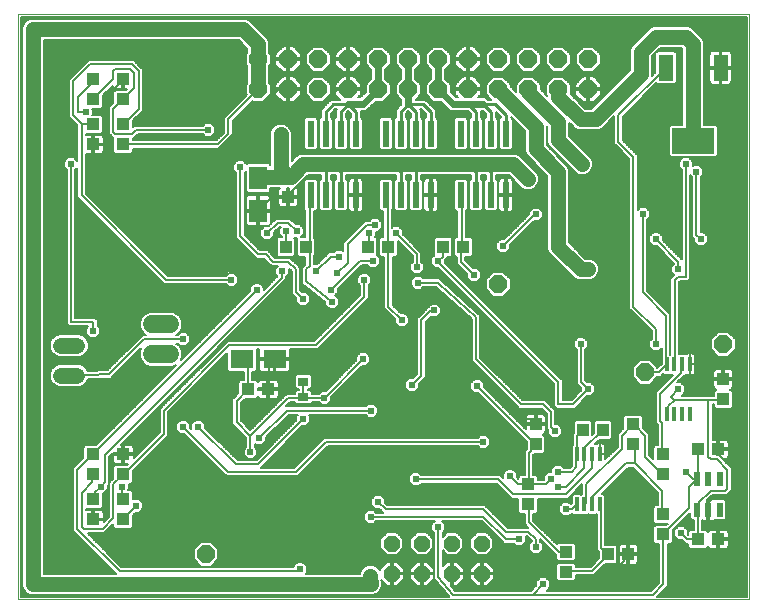
<source format=gbl>
G75*
%MOIN*%
%OFA0B0*%
%FSLAX24Y24*%
%IPPOS*%
%LPD*%
%AMOC8*
5,1,8,0,0,1.08239X$1,22.5*
%
%ADD10C,0.0000*%
%ADD11R,0.0394X0.0433*%
%ADD12R,0.0118X0.0472*%
%ADD13R,0.0433X0.0394*%
%ADD14C,0.0540*%
%ADD15C,0.0600*%
%ADD16R,0.0768X0.0591*%
%ADD17R,0.0354X0.0276*%
%ADD18R,0.0591X0.0768*%
%ADD19R,0.0236X0.0866*%
%ADD20R,0.0244X0.0480*%
%ADD21OC8,0.0600*%
%ADD22R,0.0480X0.0880*%
%ADD23R,0.1417X0.0866*%
%ADD24OC8,0.0540*%
%ADD25C,0.0356*%
%ADD26C,0.0060*%
%ADD27C,0.0240*%
%ADD28C,0.0400*%
%ADD29C,0.0500*%
%ADD30C,0.0240*%
%ADD31C,0.0100*%
%ADD32R,0.0356X0.0356*%
D10*
X000630Y000630D02*
X000630Y020126D01*
X025000Y020126D01*
X025000Y000630D01*
X000630Y000630D01*
D11*
X009545Y012380D03*
X010215Y012380D03*
X009630Y014045D03*
X009630Y014715D03*
X012295Y012380D03*
X012965Y012380D03*
X014795Y012380D03*
X015465Y012380D03*
X017880Y006465D03*
X017880Y005795D03*
X019445Y006280D03*
X020115Y006280D03*
X024130Y007295D03*
X024130Y007965D03*
X020965Y002130D03*
X020295Y002130D03*
D12*
X020013Y003799D03*
X019758Y003799D03*
X019502Y003799D03*
X019246Y003799D03*
X019246Y005462D03*
X019502Y005462D03*
X019758Y005462D03*
X020013Y005462D03*
X022246Y006799D03*
X022502Y006799D03*
X022758Y006799D03*
X023013Y006799D03*
X023013Y008462D03*
X022758Y008462D03*
X022502Y008462D03*
X022246Y008462D03*
D13*
X021130Y006465D03*
X021130Y005795D03*
X022130Y005465D03*
X022130Y004795D03*
X023295Y005630D03*
X023965Y005630D03*
X022130Y003465D03*
X022130Y002795D03*
X023295Y002630D03*
X023965Y002630D03*
X018880Y002205D03*
X018880Y001535D03*
X017630Y003795D03*
X017630Y004465D03*
X008965Y007630D03*
X008295Y007630D03*
X004130Y005465D03*
X004130Y004795D03*
X004130Y003965D03*
X004130Y003295D03*
X003130Y003295D03*
X003130Y003965D03*
X003130Y004795D03*
X003130Y005465D03*
X003130Y015795D03*
X003130Y016465D03*
X003130Y017295D03*
X003130Y017965D03*
X004130Y017965D03*
X004130Y017295D03*
X004130Y016465D03*
X004130Y015795D03*
D14*
X002600Y009090D02*
X002060Y009090D01*
X002060Y008090D02*
X002600Y008090D01*
D15*
X005090Y008800D02*
X005690Y008800D01*
X005690Y009800D02*
X005090Y009800D01*
D16*
X008089Y008630D03*
X009171Y008630D03*
D17*
X010130Y007886D03*
X010130Y007374D03*
D18*
X008630Y013589D03*
X008630Y014671D03*
D19*
X010380Y014106D03*
X010880Y014106D03*
X011380Y014106D03*
X011880Y014106D03*
X012880Y014106D03*
X013380Y014106D03*
X013880Y014106D03*
X014380Y014106D03*
X015380Y014106D03*
X015880Y014106D03*
X016380Y014106D03*
X016880Y014106D03*
X016880Y016154D03*
X016380Y016154D03*
X015880Y016154D03*
X015380Y016154D03*
X014380Y016154D03*
X013880Y016154D03*
X013380Y016154D03*
X012880Y016154D03*
X011880Y016154D03*
X011380Y016154D03*
X010880Y016154D03*
X010380Y016154D03*
D20*
X023256Y004642D03*
X023630Y004642D03*
X024004Y004642D03*
X024004Y003618D03*
X023630Y003618D03*
X023256Y003618D03*
D21*
X021520Y008200D03*
X024130Y009130D03*
X016630Y011130D03*
X016630Y017630D03*
X016630Y018630D03*
X015630Y018630D03*
X015630Y017630D03*
X014630Y017630D03*
X014630Y018630D03*
X013630Y018630D03*
X012630Y018630D03*
X012630Y017630D03*
X013630Y017630D03*
X011630Y017630D03*
X011630Y018630D03*
X010630Y018630D03*
X010630Y017630D03*
X009630Y017630D03*
X009630Y018630D03*
X008630Y018630D03*
X008630Y017630D03*
X017630Y017630D03*
X017630Y018630D03*
X018630Y018630D03*
X018630Y017630D03*
X019630Y017630D03*
X019630Y018630D03*
X006890Y002130D03*
D22*
X022220Y018350D03*
X023130Y018350D03*
X024040Y018350D03*
D23*
X023130Y015910D03*
D24*
X016080Y002490D03*
X015080Y002490D03*
X014080Y002490D03*
X013080Y002490D03*
X013080Y001490D03*
X014080Y001490D03*
X015080Y001490D03*
X016080Y001490D03*
D25*
X012370Y001420D03*
X009130Y002130D03*
X008630Y002130D03*
X008630Y002630D03*
X008130Y002630D03*
X008130Y002130D03*
X008810Y003130D03*
X006380Y011880D03*
X005880Y011880D03*
X005380Y011880D03*
X005380Y012380D03*
X005880Y012380D03*
X006380Y012380D03*
X009380Y016130D03*
X017630Y014630D03*
X001130Y014130D03*
X001130Y013630D03*
X001130Y013130D03*
X001130Y012630D03*
D26*
X001491Y012615D02*
X002239Y012615D01*
X002239Y012557D02*
X001491Y012557D01*
X001491Y012498D02*
X002239Y012498D01*
X002239Y012440D02*
X001491Y012440D01*
X001491Y012381D02*
X002239Y012381D01*
X002239Y012323D02*
X001491Y012323D01*
X001491Y012264D02*
X002239Y012264D01*
X002239Y012206D02*
X001491Y012206D01*
X001491Y012147D02*
X002239Y012147D01*
X002239Y012089D02*
X001491Y012089D01*
X001491Y012030D02*
X002239Y012030D01*
X002239Y011972D02*
X001491Y011972D01*
X001491Y011913D02*
X002239Y011913D01*
X002239Y011855D02*
X001491Y011855D01*
X001491Y011796D02*
X002239Y011796D01*
X002239Y011738D02*
X001491Y011738D01*
X001491Y011679D02*
X002239Y011679D01*
X002239Y011621D02*
X001491Y011621D01*
X001491Y011562D02*
X002239Y011562D01*
X002239Y011504D02*
X001491Y011504D01*
X001491Y011445D02*
X002239Y011445D01*
X002239Y011387D02*
X001491Y011387D01*
X001491Y011328D02*
X002239Y011328D01*
X002239Y011270D02*
X001491Y011270D01*
X001491Y011211D02*
X002239Y011211D01*
X002239Y011153D02*
X001491Y011153D01*
X001491Y011094D02*
X002239Y011094D01*
X002239Y011036D02*
X001491Y011036D01*
X001491Y010977D02*
X002239Y010977D01*
X002239Y010919D02*
X001491Y010919D01*
X001491Y010860D02*
X002239Y010860D01*
X002239Y010802D02*
X001491Y010802D01*
X001491Y010743D02*
X002239Y010743D01*
X002239Y010685D02*
X001491Y010685D01*
X001491Y010626D02*
X002239Y010626D01*
X002239Y010568D02*
X001491Y010568D01*
X001491Y010509D02*
X002239Y010509D01*
X002239Y010451D02*
X001491Y010451D01*
X001491Y010392D02*
X002239Y010392D01*
X002239Y010334D02*
X001491Y010334D01*
X001491Y010275D02*
X002239Y010275D01*
X002239Y010217D02*
X001491Y010217D01*
X001491Y010158D02*
X002239Y010158D01*
X002239Y010100D02*
X001491Y010100D01*
X001491Y010041D02*
X002239Y010041D01*
X002239Y009983D02*
X001491Y009983D01*
X001491Y009924D02*
X002239Y009924D01*
X002239Y009866D02*
X001491Y009866D01*
X001491Y009807D02*
X002254Y009807D01*
X002239Y009822D02*
X002322Y009739D01*
X002963Y009739D01*
X002899Y009676D01*
X002899Y009484D01*
X003034Y009349D01*
X003226Y009349D01*
X003361Y009484D01*
X003361Y009676D01*
X003271Y009766D01*
X003271Y009938D01*
X003188Y010021D01*
X002521Y010021D01*
X002521Y014944D01*
X002600Y015024D01*
X002600Y014040D01*
X002682Y013958D01*
X005497Y011143D01*
X007550Y011143D01*
X007640Y011053D01*
X007831Y011053D01*
X007966Y011189D01*
X007966Y011380D01*
X007831Y011515D01*
X007640Y011515D01*
X007550Y011425D01*
X005613Y011425D01*
X002881Y014157D01*
X002881Y015473D01*
X002896Y015469D01*
X003100Y015469D01*
X003100Y015765D01*
X003160Y015765D01*
X003160Y015469D01*
X003364Y015469D01*
X003397Y015477D01*
X003426Y015494D01*
X003451Y015519D01*
X003468Y015548D01*
X003477Y015581D01*
X003477Y015765D01*
X003160Y015765D01*
X003160Y015825D01*
X003477Y015825D01*
X003477Y016009D01*
X003468Y016042D01*
X003451Y016072D01*
X003426Y016096D01*
X003397Y016113D01*
X003364Y016122D01*
X003160Y016122D01*
X003160Y015825D01*
X003100Y015825D01*
X003100Y016122D01*
X002896Y016122D01*
X002881Y016118D01*
X002881Y016157D01*
X003392Y016157D01*
X003457Y016222D01*
X003457Y016707D01*
X003392Y016772D01*
X003098Y016772D01*
X003111Y016784D01*
X003111Y016976D01*
X003098Y016988D01*
X003392Y016988D01*
X003457Y017053D01*
X003457Y017430D01*
X003783Y017756D01*
X003783Y017751D01*
X003792Y017718D01*
X003809Y017688D01*
X003834Y017664D01*
X003863Y017647D01*
X003896Y017638D01*
X004100Y017638D01*
X004100Y017935D01*
X004160Y017935D01*
X004160Y017638D01*
X004252Y017638D01*
X004217Y017603D01*
X003868Y017603D01*
X003803Y017538D01*
X003803Y017189D01*
X003655Y017041D01*
X003655Y016151D01*
X003738Y016068D01*
X003803Y016003D01*
X003803Y015553D01*
X003868Y015488D01*
X004392Y015488D01*
X004457Y015553D01*
X004457Y015655D01*
X007354Y015655D01*
X007688Y015989D01*
X007771Y016072D01*
X007771Y016572D01*
X008439Y017240D01*
X008460Y017219D01*
X008800Y017219D01*
X009041Y017460D01*
X009041Y017800D01*
X008991Y017850D01*
X008991Y018410D01*
X009041Y018460D01*
X009041Y018800D01*
X008991Y018850D01*
X008991Y019202D01*
X008936Y019334D01*
X008334Y019936D01*
X008202Y019991D01*
X001058Y019991D01*
X000926Y019936D01*
X000824Y019834D01*
X000769Y019702D01*
X000769Y001058D01*
X000824Y000926D01*
X000926Y000824D01*
X001058Y000769D01*
X012315Y000769D01*
X012321Y000767D01*
X012386Y000769D01*
X012452Y000769D01*
X012458Y000772D01*
X012464Y000772D01*
X012524Y000799D01*
X012584Y000824D01*
X012589Y000829D01*
X012595Y000831D01*
X012639Y000879D01*
X012686Y000926D01*
X012688Y000932D01*
X012693Y000936D01*
X012716Y000998D01*
X012741Y001058D01*
X012741Y001065D01*
X012743Y001071D01*
X012741Y001136D01*
X012741Y001202D01*
X012738Y001208D01*
X012736Y001268D01*
X012914Y001090D01*
X013050Y001090D01*
X013050Y001460D01*
X013110Y001460D01*
X013110Y001520D01*
X013050Y001520D01*
X013050Y001890D01*
X012914Y001890D01*
X012680Y001656D01*
X012680Y001610D01*
X012669Y001635D01*
X012564Y001733D01*
X012429Y001783D01*
X012286Y001778D01*
X012155Y001719D01*
X012057Y001614D01*
X012011Y001491D01*
X010217Y001491D01*
X010261Y001534D01*
X010261Y001726D01*
X010126Y001861D01*
X009934Y001861D01*
X009799Y001726D01*
X009799Y001716D01*
X004065Y001716D01*
X002940Y002842D01*
X003502Y002842D01*
X003803Y003142D01*
X003803Y003053D01*
X003868Y002988D01*
X004392Y002988D01*
X004457Y003053D01*
X004457Y003445D01*
X004538Y003525D01*
X004665Y003525D01*
X004801Y003661D01*
X004801Y003852D01*
X004665Y003987D01*
X004474Y003987D01*
X004457Y003970D01*
X004457Y004207D01*
X004392Y004272D01*
X004286Y004272D01*
X004308Y004294D01*
X004308Y004485D01*
X004305Y004488D01*
X004392Y004488D01*
X004457Y004553D01*
X004457Y004922D01*
X005625Y006090D01*
X005625Y006864D01*
X007594Y008833D01*
X007594Y008289D01*
X007659Y008224D01*
X008155Y008224D01*
X008155Y007938D01*
X008033Y007938D01*
X007968Y007873D01*
X007968Y007502D01*
X007852Y007385D01*
X007769Y007303D01*
X007769Y006479D01*
X008228Y006020D01*
X008228Y005712D01*
X007497Y005712D01*
X007555Y005654D02*
X008170Y005654D01*
X008138Y005622D02*
X008138Y005431D01*
X008273Y005295D01*
X008465Y005295D01*
X008600Y005431D01*
X008600Y005622D01*
X008510Y005712D01*
X009013Y005712D01*
X008955Y005654D02*
X008568Y005654D01*
X008600Y005595D02*
X008896Y005595D01*
X008838Y005537D02*
X008600Y005537D01*
X008600Y005478D02*
X008779Y005478D01*
X008721Y005420D02*
X008589Y005420D01*
X008530Y005361D02*
X008662Y005361D01*
X008604Y005303D02*
X008472Y005303D01*
X008572Y005271D02*
X007938Y005271D01*
X006861Y006348D01*
X006861Y006476D01*
X006726Y006611D01*
X006534Y006611D01*
X006399Y006476D01*
X006399Y006310D01*
X006361Y006348D01*
X006361Y006476D01*
X006226Y006611D01*
X006034Y006611D01*
X005899Y006476D01*
X005899Y006284D01*
X006034Y006149D01*
X006162Y006149D01*
X007489Y004822D01*
X007572Y004739D01*
X009938Y004739D01*
X010938Y005739D01*
X015944Y005739D01*
X016034Y005649D01*
X016226Y005649D01*
X016361Y005784D01*
X016361Y005976D01*
X016226Y006111D01*
X016034Y006111D01*
X015944Y006021D01*
X010822Y006021D01*
X010739Y005938D01*
X009822Y005021D01*
X008720Y005021D01*
X008771Y005072D01*
X010098Y006399D01*
X010226Y006399D01*
X010361Y006534D01*
X010361Y006726D01*
X010304Y006782D01*
X012212Y006782D01*
X012302Y006692D01*
X012493Y006692D01*
X012628Y006827D01*
X012628Y007018D01*
X012493Y007154D01*
X012302Y007154D01*
X012212Y007064D01*
X009597Y007064D01*
X009554Y007064D01*
X009694Y007204D01*
X009842Y007204D01*
X009842Y007190D01*
X009907Y007126D01*
X010353Y007126D01*
X010418Y007190D01*
X010418Y007204D01*
X010648Y007204D01*
X010738Y007114D01*
X010929Y007114D01*
X011064Y007249D01*
X011064Y007365D01*
X012098Y008399D01*
X012226Y008399D01*
X012361Y008534D01*
X012361Y008726D01*
X012226Y008861D01*
X012034Y008861D01*
X011899Y008726D01*
X011899Y008598D01*
X010876Y007575D01*
X010738Y007575D01*
X010648Y007485D01*
X010418Y007485D01*
X010418Y007558D01*
X010353Y007623D01*
X010271Y007623D01*
X010271Y007637D01*
X010353Y007637D01*
X010418Y007702D01*
X010418Y008070D01*
X010353Y008134D01*
X009907Y008134D01*
X009842Y008070D01*
X009842Y007702D01*
X009907Y007637D01*
X009989Y007637D01*
X009989Y007623D01*
X009907Y007623D01*
X009842Y007558D01*
X009842Y007485D01*
X009577Y007485D01*
X009495Y007403D01*
X008369Y006277D01*
X008051Y006595D01*
X008051Y007186D01*
X008187Y007322D01*
X008558Y007322D01*
X008623Y007387D01*
X008623Y007399D01*
X008627Y007383D01*
X008644Y007353D01*
X008668Y007329D01*
X008698Y007312D01*
X008731Y007303D01*
X008935Y007303D01*
X008935Y007600D01*
X008995Y007600D01*
X008995Y007660D01*
X009311Y007660D01*
X009311Y007844D01*
X009302Y007877D01*
X009285Y007907D01*
X009261Y007931D01*
X009231Y007948D01*
X009198Y007957D01*
X008995Y007957D01*
X008995Y007660D01*
X008935Y007660D01*
X008935Y007957D01*
X008731Y007957D01*
X008698Y007948D01*
X008668Y007931D01*
X008644Y007907D01*
X008627Y007877D01*
X008623Y007861D01*
X008623Y007873D01*
X008558Y007938D01*
X008436Y007938D01*
X008436Y008224D01*
X008518Y008224D01*
X008583Y008289D01*
X008583Y008962D01*
X008663Y008962D01*
X008657Y008942D01*
X008657Y008660D01*
X009141Y008660D01*
X009141Y008600D01*
X008657Y008600D01*
X008657Y008318D01*
X008666Y008285D01*
X008683Y008255D01*
X008708Y008231D01*
X008737Y008214D01*
X008770Y008205D01*
X009141Y008205D01*
X009141Y008600D01*
X009201Y008600D01*
X009201Y008205D01*
X009572Y008205D01*
X009605Y008214D01*
X009635Y008231D01*
X009659Y008255D01*
X009676Y008285D01*
X009685Y008318D01*
X009685Y008600D01*
X009201Y008600D01*
X009201Y008660D01*
X009685Y008660D01*
X009685Y008942D01*
X009680Y008962D01*
X010608Y008962D01*
X010691Y009045D01*
X012309Y010663D01*
X012309Y011099D01*
X012399Y011189D01*
X012399Y011380D01*
X012264Y011515D01*
X012073Y011515D01*
X011937Y011380D01*
X011937Y011189D01*
X012027Y011099D01*
X012027Y010780D01*
X010492Y009244D01*
X007607Y009244D01*
X005426Y007063D01*
X005344Y006980D01*
X005344Y006207D01*
X004477Y005339D01*
X004477Y005435D01*
X004160Y005435D01*
X004160Y005495D01*
X004100Y005495D01*
X004100Y005791D01*
X004060Y005791D01*
X009565Y011296D01*
X009565Y011380D01*
X009655Y011470D01*
X009655Y011656D01*
X009739Y011572D01*
X009739Y010822D01*
X009899Y010662D01*
X009899Y010534D01*
X010034Y010399D01*
X010226Y010399D01*
X010361Y010534D01*
X010361Y010726D01*
X010226Y010861D01*
X010098Y010861D01*
X010021Y010938D01*
X010021Y011688D01*
X009938Y011771D01*
X009688Y012021D01*
X009188Y012021D01*
X008938Y012271D01*
X008688Y012271D01*
X008171Y012788D01*
X008171Y014844D01*
X008224Y014898D01*
X008224Y014242D01*
X008289Y014177D01*
X008971Y014177D01*
X009036Y014242D01*
X009036Y014354D01*
X009341Y014354D01*
X009329Y014342D01*
X009312Y014312D01*
X009303Y014279D01*
X009303Y014075D01*
X009600Y014075D01*
X009600Y014015D01*
X009660Y014015D01*
X009660Y013699D01*
X009844Y013699D01*
X009877Y013708D01*
X009907Y013725D01*
X009931Y013749D01*
X009948Y013779D01*
X009957Y013812D01*
X009957Y014015D01*
X009660Y014015D01*
X009660Y014075D01*
X009957Y014075D01*
X009957Y014279D01*
X009948Y014312D01*
X009931Y014342D01*
X009907Y014366D01*
X009877Y014383D01*
X009865Y014386D01*
X009867Y014387D01*
X009873Y014387D01*
X009877Y014391D01*
X009919Y014409D01*
X010279Y014769D01*
X010719Y014769D01*
X010719Y014650D01*
X010716Y014650D01*
X010651Y014585D01*
X010651Y013627D01*
X010716Y013563D01*
X011044Y013563D01*
X011109Y013627D01*
X011109Y014585D01*
X011044Y014650D01*
X011041Y014650D01*
X011041Y014769D01*
X011219Y014769D01*
X011219Y014650D01*
X011216Y014650D01*
X011151Y014585D01*
X011151Y013627D01*
X011216Y013563D01*
X011544Y013563D01*
X011609Y013627D01*
X011609Y014585D01*
X011544Y014650D01*
X011541Y014650D01*
X011541Y014769D01*
X013219Y014769D01*
X013219Y014650D01*
X013216Y014650D01*
X013151Y014585D01*
X013151Y013627D01*
X013216Y013563D01*
X013544Y013563D01*
X013609Y013627D01*
X013609Y014585D01*
X013544Y014650D01*
X013541Y014650D01*
X013541Y014769D01*
X013719Y014769D01*
X013719Y014650D01*
X013716Y014650D01*
X013651Y014585D01*
X013651Y013627D01*
X013716Y013563D01*
X014044Y013563D01*
X014109Y013627D01*
X014109Y014585D01*
X014044Y014650D01*
X014041Y014650D01*
X014041Y014769D01*
X015719Y014769D01*
X015719Y014650D01*
X015716Y014650D01*
X015651Y014585D01*
X015651Y013627D01*
X015716Y013563D01*
X016044Y013563D01*
X016109Y013627D01*
X016109Y014585D01*
X016044Y014650D01*
X016041Y014650D01*
X016041Y014769D01*
X016219Y014769D01*
X016219Y014650D01*
X016216Y014650D01*
X016151Y014585D01*
X016151Y013627D01*
X016216Y013563D01*
X016544Y013563D01*
X016609Y013627D01*
X016609Y014585D01*
X016544Y014650D01*
X016541Y014650D01*
X016541Y014769D01*
X016981Y014769D01*
X017426Y014324D01*
X017558Y014269D01*
X017702Y014269D01*
X017834Y014324D01*
X017936Y014426D01*
X017991Y014558D01*
X017991Y014702D01*
X017936Y014834D01*
X017436Y015334D01*
X017334Y015436D01*
X017202Y015491D01*
X010058Y015491D01*
X009926Y015436D01*
X009824Y015334D01*
X009741Y015251D01*
X009741Y016202D01*
X009686Y016334D01*
X009584Y016436D01*
X009452Y016491D01*
X009308Y016491D01*
X009176Y016436D01*
X009074Y016334D01*
X009019Y016202D01*
X009019Y015118D01*
X008971Y015166D01*
X008289Y015166D01*
X008255Y015132D01*
X008126Y015261D01*
X007934Y015261D01*
X007799Y015126D01*
X007799Y014934D01*
X007889Y014844D01*
X007889Y012672D01*
X008489Y012072D01*
X008572Y011989D01*
X008822Y011989D01*
X008989Y011822D01*
X009072Y011739D01*
X009272Y011739D01*
X009194Y011661D01*
X009194Y011470D01*
X009267Y011396D01*
X008811Y010940D01*
X008811Y011028D01*
X008676Y011163D01*
X008484Y011163D01*
X008349Y011028D01*
X008349Y010901D01*
X006054Y008605D01*
X006101Y008718D01*
X006101Y008882D01*
X006038Y009033D01*
X005923Y009148D01*
X005896Y009159D01*
X005944Y009159D01*
X006034Y009069D01*
X006226Y009069D01*
X006361Y009204D01*
X006361Y009396D01*
X006226Y009531D01*
X006034Y009531D01*
X005944Y009441D01*
X005896Y009441D01*
X005923Y009452D01*
X006038Y009567D01*
X006101Y009718D01*
X006101Y009882D01*
X006038Y010033D01*
X005923Y010148D01*
X005772Y010211D01*
X005008Y010211D01*
X004857Y010148D01*
X004742Y010033D01*
X004679Y009882D01*
X004679Y009718D01*
X004742Y009567D01*
X004857Y009452D01*
X004884Y009441D01*
X004772Y009441D01*
X004689Y009358D01*
X003600Y008269D01*
X002946Y008249D01*
X002923Y008306D01*
X002816Y008413D01*
X002676Y008471D01*
X001984Y008471D01*
X001844Y008413D01*
X001737Y008306D01*
X001679Y008166D01*
X001679Y008014D01*
X001737Y007874D01*
X001844Y007767D01*
X001984Y007709D01*
X002676Y007709D01*
X002816Y007767D01*
X002923Y007874D01*
X002962Y007968D01*
X003662Y007989D01*
X003718Y007989D01*
X003720Y007991D01*
X003722Y007991D01*
X003761Y008032D01*
X004728Y008999D01*
X004679Y008882D01*
X004679Y008718D01*
X004742Y008567D01*
X004857Y008452D01*
X005008Y008389D01*
X005772Y008389D01*
X005885Y008436D01*
X003221Y005772D01*
X002868Y005772D01*
X002803Y005707D01*
X002803Y005354D01*
X002542Y005093D01*
X002459Y005010D01*
X001491Y005010D01*
X001491Y004952D02*
X002459Y004952D01*
X002459Y005010D02*
X002459Y002924D01*
X003866Y001517D01*
X003893Y001491D01*
X001491Y001491D01*
X001491Y019269D01*
X007981Y019269D01*
X008269Y018981D01*
X008269Y018850D01*
X008219Y018800D01*
X008219Y018460D01*
X008269Y018410D01*
X008269Y017850D01*
X008219Y017800D01*
X008219Y017460D01*
X008240Y017439D01*
X007489Y016688D01*
X007489Y016188D01*
X007237Y015936D01*
X004457Y015936D01*
X004457Y015998D01*
X004487Y015998D01*
X004570Y016080D01*
X004628Y016139D01*
X006776Y016139D01*
X006866Y016049D01*
X007057Y016049D01*
X007193Y016184D01*
X007193Y016375D01*
X007057Y016510D01*
X006866Y016510D01*
X006776Y016420D01*
X004512Y016420D01*
X004457Y016366D01*
X004457Y016601D01*
X004781Y016925D01*
X004781Y018307D01*
X004698Y018390D01*
X004487Y018601D01*
X002964Y018601D01*
X002881Y018519D01*
X002319Y017956D01*
X002319Y016713D01*
X002401Y016631D01*
X002600Y016432D01*
X002600Y015236D01*
X002476Y015361D01*
X002284Y015361D01*
X002149Y015226D01*
X002149Y015034D01*
X002239Y014944D01*
X002239Y009822D01*
X002312Y009749D02*
X001491Y009749D01*
X001491Y009690D02*
X002914Y009690D01*
X002899Y009632D02*
X001491Y009632D01*
X001491Y009573D02*
X002899Y009573D01*
X002899Y009515D02*
X001491Y009515D01*
X001491Y009456D02*
X001949Y009456D01*
X001984Y009471D02*
X001844Y009413D01*
X001737Y009306D01*
X001679Y009166D01*
X001679Y009014D01*
X001737Y008874D01*
X001844Y008767D01*
X001984Y008709D01*
X002676Y008709D01*
X002816Y008767D01*
X002923Y008874D01*
X002981Y009014D01*
X002981Y009166D01*
X002923Y009306D01*
X002816Y009413D01*
X002676Y009471D01*
X001984Y009471D01*
X001829Y009398D02*
X001491Y009398D01*
X001491Y009339D02*
X001771Y009339D01*
X001727Y009281D02*
X001491Y009281D01*
X001491Y009222D02*
X001703Y009222D01*
X001679Y009164D02*
X001491Y009164D01*
X001491Y009105D02*
X001679Y009105D01*
X001679Y009047D02*
X001491Y009047D01*
X001491Y008988D02*
X001690Y008988D01*
X001714Y008930D02*
X001491Y008930D01*
X001491Y008871D02*
X001741Y008871D01*
X001799Y008813D02*
X001491Y008813D01*
X001491Y008754D02*
X001876Y008754D01*
X001962Y008462D02*
X001491Y008462D01*
X001491Y008520D02*
X003851Y008520D01*
X003793Y008462D02*
X002698Y008462D01*
X002825Y008403D02*
X003734Y008403D01*
X003676Y008345D02*
X002884Y008345D01*
X002931Y008286D02*
X003617Y008286D01*
X003660Y008130D02*
X004830Y009300D01*
X006130Y009300D01*
X006300Y009456D02*
X006905Y009456D01*
X006963Y009515D02*
X006242Y009515D01*
X006359Y009398D02*
X006846Y009398D01*
X006788Y009339D02*
X006361Y009339D01*
X006361Y009281D02*
X006729Y009281D01*
X006671Y009222D02*
X006361Y009222D01*
X006320Y009164D02*
X006612Y009164D01*
X006554Y009105D02*
X006261Y009105D01*
X006378Y008930D02*
X006081Y008930D01*
X006101Y008871D02*
X006320Y008871D01*
X006261Y008813D02*
X006101Y008813D01*
X006101Y008754D02*
X006203Y008754D01*
X006144Y008696D02*
X006091Y008696D01*
X006086Y008637D02*
X006067Y008637D01*
X005852Y008403D02*
X005805Y008403D01*
X005793Y008345D02*
X004074Y008345D01*
X004132Y008403D02*
X004975Y008403D01*
X004848Y008462D02*
X004191Y008462D01*
X004249Y008520D02*
X004789Y008520D01*
X004737Y008579D02*
X004308Y008579D01*
X004366Y008637D02*
X004713Y008637D01*
X004689Y008696D02*
X004425Y008696D01*
X004483Y008754D02*
X004679Y008754D01*
X004679Y008813D02*
X004542Y008813D01*
X004600Y008871D02*
X004679Y008871D01*
X004659Y008930D02*
X004699Y008930D01*
X004717Y008988D02*
X004723Y008988D01*
X004495Y009164D02*
X002981Y009164D01*
X002981Y009105D02*
X004436Y009105D01*
X004378Y009047D02*
X002981Y009047D01*
X002970Y008988D02*
X004319Y008988D01*
X004261Y008930D02*
X002946Y008930D01*
X002919Y008871D02*
X004202Y008871D01*
X004144Y008813D02*
X002861Y008813D01*
X002784Y008754D02*
X004085Y008754D01*
X004027Y008696D02*
X001491Y008696D01*
X001491Y008637D02*
X003968Y008637D01*
X003910Y008579D02*
X001491Y008579D01*
X001491Y008403D02*
X001835Y008403D01*
X001776Y008345D02*
X001491Y008345D01*
X001491Y008286D02*
X001729Y008286D01*
X001705Y008228D02*
X001491Y008228D01*
X001491Y008169D02*
X001681Y008169D01*
X001679Y008111D02*
X001491Y008111D01*
X001491Y008052D02*
X001679Y008052D01*
X001688Y007994D02*
X001491Y007994D01*
X001491Y007935D02*
X001712Y007935D01*
X001736Y007877D02*
X001491Y007877D01*
X001491Y007818D02*
X001794Y007818D01*
X001863Y007760D02*
X001491Y007760D01*
X001491Y007701D02*
X005150Y007701D01*
X005208Y007760D02*
X002797Y007760D01*
X002866Y007818D02*
X005267Y007818D01*
X005325Y007877D02*
X002924Y007877D01*
X002948Y007935D02*
X005384Y007935D01*
X005442Y007994D02*
X003725Y007994D01*
X003781Y008052D02*
X005501Y008052D01*
X005559Y008111D02*
X003840Y008111D01*
X003898Y008169D02*
X005618Y008169D01*
X005676Y008228D02*
X003957Y008228D01*
X004015Y008286D02*
X005735Y008286D01*
X006145Y007877D02*
X006240Y007877D01*
X006204Y007935D02*
X006298Y007935D01*
X006262Y007994D02*
X006357Y007994D01*
X006321Y008052D02*
X006415Y008052D01*
X006379Y008111D02*
X006474Y008111D01*
X006438Y008169D02*
X006532Y008169D01*
X006496Y008228D02*
X006591Y008228D01*
X006555Y008286D02*
X006649Y008286D01*
X006613Y008345D02*
X006708Y008345D01*
X006672Y008403D02*
X006766Y008403D01*
X006730Y008462D02*
X006825Y008462D01*
X006789Y008520D02*
X006883Y008520D01*
X006847Y008579D02*
X006942Y008579D01*
X006906Y008637D02*
X007000Y008637D01*
X006964Y008696D02*
X007059Y008696D01*
X007023Y008754D02*
X007117Y008754D01*
X007081Y008813D02*
X007176Y008813D01*
X007140Y008871D02*
X007234Y008871D01*
X007198Y008930D02*
X007293Y008930D01*
X007257Y008988D02*
X007351Y008988D01*
X007315Y009047D02*
X007410Y009047D01*
X007374Y009105D02*
X007468Y009105D01*
X007432Y009164D02*
X007527Y009164D01*
X007491Y009222D02*
X007585Y009222D01*
X007549Y009281D02*
X010528Y009281D01*
X010587Y009339D02*
X007608Y009339D01*
X007666Y009398D02*
X010645Y009398D01*
X010704Y009456D02*
X007725Y009456D01*
X007783Y009515D02*
X010762Y009515D01*
X010821Y009573D02*
X007842Y009573D01*
X007900Y009632D02*
X010879Y009632D01*
X010938Y009690D02*
X007959Y009690D01*
X008017Y009749D02*
X010996Y009749D01*
X011055Y009807D02*
X008076Y009807D01*
X008134Y009866D02*
X011113Y009866D01*
X011172Y009924D02*
X008193Y009924D01*
X008251Y009983D02*
X011230Y009983D01*
X011289Y010041D02*
X008310Y010041D01*
X008368Y010100D02*
X011347Y010100D01*
X011406Y010158D02*
X008427Y010158D01*
X008510Y010158D02*
X008056Y009704D01*
X008130Y009630D01*
X008380Y009630D01*
X008056Y009704D02*
X004148Y005796D01*
X004148Y005515D01*
X004130Y005465D01*
X004160Y005478D02*
X004615Y005478D01*
X004557Y005420D02*
X004477Y005420D01*
X004477Y005361D02*
X004498Y005361D01*
X004477Y005495D02*
X004160Y005495D01*
X004160Y005791D01*
X004364Y005791D01*
X004397Y005783D01*
X004426Y005766D01*
X004451Y005741D01*
X004468Y005712D01*
X004477Y005679D01*
X004477Y005495D01*
X004477Y005537D02*
X004674Y005537D01*
X004732Y005595D02*
X004477Y005595D01*
X004477Y005654D02*
X004791Y005654D01*
X004849Y005712D02*
X004467Y005712D01*
X004418Y005771D02*
X004908Y005771D01*
X004966Y005829D02*
X004098Y005829D01*
X004100Y005771D02*
X004160Y005771D01*
X004160Y005712D02*
X004100Y005712D01*
X004100Y005654D02*
X004160Y005654D01*
X004160Y005595D02*
X004100Y005595D01*
X004100Y005537D02*
X004160Y005537D01*
X004100Y005495D02*
X004100Y005435D01*
X003783Y005435D01*
X003783Y005251D01*
X003792Y005218D01*
X003809Y005188D01*
X003834Y005164D01*
X003863Y005147D01*
X003896Y005138D01*
X004100Y005138D01*
X004100Y005435D01*
X004160Y005435D01*
X004160Y005138D01*
X004275Y005138D01*
X004240Y005103D01*
X003868Y005103D01*
X003803Y005038D01*
X003803Y004666D01*
X003655Y004518D01*
X003655Y003392D01*
X003477Y003214D01*
X003477Y003265D01*
X003160Y003265D01*
X003160Y003325D01*
X003477Y003325D01*
X003477Y003509D01*
X003468Y003542D01*
X003451Y003572D01*
X003426Y003596D01*
X003397Y003613D01*
X003364Y003622D01*
X003160Y003622D01*
X003160Y003325D01*
X003100Y003325D01*
X003100Y003622D01*
X002896Y003622D01*
X002881Y003618D01*
X002881Y003657D01*
X003392Y003657D01*
X003457Y003722D01*
X003457Y004159D01*
X003469Y004159D01*
X003605Y004294D01*
X003605Y004421D01*
X003655Y004472D01*
X003655Y005386D01*
X003783Y005515D01*
X003783Y005495D01*
X004100Y005495D01*
X004100Y005478D02*
X003747Y005478D01*
X003783Y005420D02*
X003688Y005420D01*
X003655Y005361D02*
X003783Y005361D01*
X003783Y005303D02*
X003655Y005303D01*
X003655Y005244D02*
X003785Y005244D01*
X003812Y005186D02*
X003655Y005186D01*
X003655Y005127D02*
X004264Y005127D01*
X004160Y005186D02*
X004100Y005186D01*
X004100Y005244D02*
X004160Y005244D01*
X004160Y005303D02*
X004100Y005303D01*
X004100Y005361D02*
X004160Y005361D01*
X004160Y005420D02*
X004100Y005420D01*
X003833Y005069D02*
X003655Y005069D01*
X003655Y005010D02*
X003803Y005010D01*
X003803Y004952D02*
X003655Y004952D01*
X003655Y004893D02*
X003803Y004893D01*
X003803Y004835D02*
X003655Y004835D01*
X003655Y004776D02*
X003803Y004776D01*
X003803Y004718D02*
X003655Y004718D01*
X003655Y004659D02*
X003796Y004659D01*
X003738Y004601D02*
X003655Y004601D01*
X003655Y004542D02*
X003679Y004542D01*
X003655Y004484D02*
X003655Y004484D01*
X003655Y004425D02*
X003609Y004425D01*
X003605Y004367D02*
X003655Y004367D01*
X003655Y004308D02*
X003605Y004308D01*
X003560Y004250D02*
X003655Y004250D01*
X003655Y004191D02*
X003502Y004191D01*
X003457Y004133D02*
X003655Y004133D01*
X003655Y004074D02*
X003457Y004074D01*
X003457Y004016D02*
X003655Y004016D01*
X003655Y003957D02*
X003457Y003957D01*
X003457Y003899D02*
X003655Y003899D01*
X003655Y003840D02*
X003457Y003840D01*
X003457Y003782D02*
X003655Y003782D01*
X003655Y003723D02*
X003457Y003723D01*
X003400Y003665D02*
X003655Y003665D01*
X003655Y003606D02*
X003409Y003606D01*
X003465Y003548D02*
X003655Y003548D01*
X003655Y003489D02*
X003477Y003489D01*
X003477Y003431D02*
X003655Y003431D01*
X003635Y003372D02*
X003477Y003372D01*
X003576Y003314D02*
X003160Y003314D01*
X003160Y003372D02*
X003100Y003372D01*
X003100Y003431D02*
X003160Y003431D01*
X003160Y003489D02*
X003100Y003489D01*
X003100Y003548D02*
X003160Y003548D01*
X003160Y003606D02*
X003100Y003606D01*
X003477Y003255D02*
X003518Y003255D01*
X003444Y002982D02*
X003796Y003334D01*
X003796Y004460D01*
X004077Y004741D01*
X004130Y004795D01*
X004148Y004811D01*
X005484Y006148D01*
X005484Y006922D01*
X007665Y009103D01*
X010550Y009103D01*
X012168Y010721D01*
X012168Y011284D01*
X012003Y011445D02*
X011754Y011445D01*
X011696Y011387D02*
X011944Y011387D01*
X011937Y011328D02*
X011637Y011328D01*
X011579Y011270D02*
X011937Y011270D01*
X011937Y011211D02*
X011520Y011211D01*
X011462Y011153D02*
X011973Y011153D01*
X012027Y011094D02*
X011403Y011094D01*
X011345Y011036D02*
X012027Y011036D01*
X012027Y010977D02*
X011286Y010977D01*
X011273Y010964D02*
X012086Y011777D01*
X012264Y011777D01*
X012354Y011687D01*
X012545Y011687D01*
X012680Y011822D01*
X012680Y012013D01*
X012589Y012104D01*
X012603Y012118D01*
X012603Y012642D01*
X012538Y012707D01*
X012510Y012707D01*
X012540Y012736D01*
X012540Y012883D01*
X012615Y012883D01*
X012751Y013018D01*
X012751Y013209D01*
X012615Y013344D01*
X012424Y013344D01*
X012334Y013254D01*
X012180Y013254D01*
X011547Y012621D01*
X011465Y012538D01*
X011465Y012244D01*
X011419Y012289D01*
X011228Y012289D01*
X011138Y012199D01*
X011101Y012199D01*
X010984Y012199D01*
X010582Y011796D01*
X010480Y011796D01*
X010480Y012075D01*
X010522Y012118D01*
X010522Y012642D01*
X010480Y012685D01*
X010480Y013563D01*
X010544Y013563D01*
X010609Y013627D01*
X010609Y014585D01*
X010544Y014650D01*
X010216Y014650D01*
X010151Y014585D01*
X010151Y013627D01*
X010198Y013580D01*
X010198Y012707D01*
X010048Y012707D01*
X010147Y012807D01*
X010147Y012998D01*
X010012Y013133D01*
X009885Y013133D01*
X009776Y013242D01*
X009694Y013324D01*
X009225Y013324D01*
X009034Y013133D01*
X009046Y013155D01*
X009055Y013188D01*
X009055Y013559D01*
X008660Y013559D01*
X008660Y013619D01*
X008600Y013619D01*
X008600Y014103D01*
X008318Y014103D01*
X008285Y014094D01*
X008255Y014077D01*
X008231Y014052D01*
X008214Y014023D01*
X008205Y013990D01*
X008205Y013619D01*
X008600Y013619D01*
X008600Y013559D01*
X008205Y013559D01*
X008205Y013188D01*
X008214Y013155D01*
X008231Y013125D01*
X008255Y013101D01*
X008285Y013084D01*
X008318Y013075D01*
X008600Y013075D01*
X008600Y013559D01*
X008660Y013559D01*
X008660Y013075D01*
X008942Y013075D01*
X008975Y013084D01*
X008997Y013096D01*
X008964Y013063D01*
X008836Y013063D01*
X008701Y012927D01*
X008701Y012736D01*
X008836Y012601D01*
X009027Y012601D01*
X009163Y012736D01*
X009163Y012864D01*
X009342Y013043D01*
X009379Y013043D01*
X009334Y012998D01*
X009334Y012807D01*
X009424Y012717D01*
X009424Y012707D01*
X009303Y012707D01*
X009238Y012642D01*
X009238Y012118D01*
X009303Y012053D01*
X009788Y012053D01*
X009853Y012118D01*
X009853Y012642D01*
X009824Y012672D01*
X009936Y012672D01*
X009907Y012642D01*
X009907Y012118D01*
X009972Y012053D01*
X010198Y012053D01*
X010198Y011797D01*
X010172Y011771D01*
X010089Y011688D01*
X010089Y011279D01*
X010084Y011272D01*
X010089Y011222D01*
X010089Y011172D01*
X010096Y011165D01*
X010097Y011156D01*
X010136Y011125D01*
X010172Y011089D01*
X010181Y011089D01*
X010869Y010543D01*
X010869Y010444D01*
X011004Y010309D01*
X011196Y010309D01*
X011331Y010444D01*
X011331Y010636D01*
X011201Y010765D01*
X011273Y010837D01*
X011273Y010964D01*
X011273Y010919D02*
X012027Y010919D01*
X012027Y010860D02*
X011273Y010860D01*
X011238Y010802D02*
X012027Y010802D01*
X011991Y010743D02*
X011223Y010743D01*
X011282Y010685D02*
X011932Y010685D01*
X011874Y010626D02*
X011331Y010626D01*
X011331Y010568D02*
X011815Y010568D01*
X011757Y010509D02*
X011331Y010509D01*
X011331Y010451D02*
X011698Y010451D01*
X011640Y010392D02*
X011278Y010392D01*
X011220Y010334D02*
X011581Y010334D01*
X011523Y010275D02*
X008544Y010275D01*
X008485Y010217D02*
X011464Y010217D01*
X011687Y010041D02*
X013110Y010041D01*
X013168Y009983D02*
X011628Y009983D01*
X011570Y009924D02*
X013189Y009924D01*
X013189Y009962D02*
X013189Y009834D01*
X013324Y009699D01*
X013516Y009699D01*
X013651Y009834D01*
X013651Y010026D01*
X013516Y010161D01*
X013388Y010161D01*
X013105Y010444D01*
X013105Y012053D01*
X013207Y012053D01*
X013272Y012118D01*
X013272Y012584D01*
X013786Y012070D01*
X013786Y011892D01*
X013696Y011802D01*
X013696Y011611D01*
X013831Y011476D01*
X014023Y011476D01*
X014158Y011611D01*
X014158Y011802D01*
X014068Y011892D01*
X014068Y012070D01*
X014068Y012187D01*
X013454Y012800D01*
X013454Y012927D01*
X013319Y013063D01*
X013128Y013063D01*
X013083Y013017D01*
X013083Y013601D01*
X013109Y013627D01*
X013109Y014585D01*
X013044Y014650D01*
X012716Y014650D01*
X012651Y014585D01*
X012651Y013627D01*
X012716Y013563D01*
X012801Y013563D01*
X012801Y012707D01*
X012722Y012707D01*
X012657Y012642D01*
X012657Y012118D01*
X012722Y012053D01*
X012824Y012053D01*
X012824Y010327D01*
X013189Y009962D01*
X013189Y009866D02*
X011511Y009866D01*
X011453Y009807D02*
X013217Y009807D01*
X013275Y009749D02*
X011394Y009749D01*
X011336Y009690D02*
X013929Y009690D01*
X013929Y009632D02*
X011277Y009632D01*
X011219Y009573D02*
X013929Y009573D01*
X013929Y009515D02*
X011160Y009515D01*
X011102Y009456D02*
X013929Y009456D01*
X013929Y009398D02*
X011043Y009398D01*
X010985Y009339D02*
X013929Y009339D01*
X013929Y009281D02*
X010926Y009281D01*
X010868Y009222D02*
X013929Y009222D01*
X013929Y009164D02*
X010809Y009164D01*
X010751Y009105D02*
X013929Y009105D01*
X013929Y009047D02*
X010692Y009047D01*
X010691Y009045D02*
X010691Y009045D01*
X010634Y008988D02*
X013929Y008988D01*
X013929Y008930D02*
X009685Y008930D01*
X009685Y008871D02*
X013929Y008871D01*
X013929Y008813D02*
X012274Y008813D01*
X012332Y008754D02*
X013929Y008754D01*
X013929Y008696D02*
X012361Y008696D01*
X012361Y008637D02*
X013929Y008637D01*
X013929Y008579D02*
X012361Y008579D01*
X012346Y008520D02*
X013929Y008520D01*
X013929Y008462D02*
X012288Y008462D01*
X012229Y008403D02*
X013929Y008403D01*
X013929Y008345D02*
X012044Y008345D01*
X011985Y008286D02*
X013929Y008286D01*
X013929Y008228D02*
X011927Y008228D01*
X011868Y008169D02*
X013929Y008169D01*
X013929Y008148D02*
X013792Y008011D01*
X013664Y008011D01*
X013529Y007876D01*
X013529Y007684D01*
X013664Y007549D01*
X013856Y007549D01*
X013991Y007684D01*
X013991Y007812D01*
X014211Y008032D01*
X014211Y009882D01*
X014381Y010052D01*
X014404Y010029D01*
X014596Y010029D01*
X014731Y010164D01*
X014731Y010356D01*
X014596Y010491D01*
X014404Y010491D01*
X014269Y010356D01*
X014269Y010338D01*
X014012Y010081D01*
X013929Y009998D01*
X013929Y008148D01*
X013892Y008111D02*
X011810Y008111D01*
X011751Y008052D02*
X013833Y008052D01*
X013647Y007994D02*
X011693Y007994D01*
X011634Y007935D02*
X013589Y007935D01*
X013530Y007877D02*
X011576Y007877D01*
X011517Y007818D02*
X013529Y007818D01*
X013529Y007760D02*
X011459Y007760D01*
X011400Y007701D02*
X013529Y007701D01*
X013571Y007643D02*
X011342Y007643D01*
X011283Y007584D02*
X013630Y007584D01*
X013760Y007780D02*
X014070Y008090D01*
X014070Y009940D01*
X014390Y010260D01*
X014500Y010260D01*
X014666Y010100D02*
X015604Y010100D01*
X015539Y010158D02*
X014724Y010158D01*
X014731Y010217D02*
X015474Y010217D01*
X015409Y010275D02*
X014731Y010275D01*
X014731Y010334D02*
X015345Y010334D01*
X015280Y010392D02*
X014694Y010392D01*
X014636Y010451D02*
X015215Y010451D01*
X015150Y010509D02*
X013105Y010509D01*
X013105Y010451D02*
X014364Y010451D01*
X014306Y010392D02*
X013157Y010392D01*
X013215Y010334D02*
X014265Y010334D01*
X014206Y010275D02*
X013274Y010275D01*
X013332Y010217D02*
X014148Y010217D01*
X014089Y010158D02*
X013518Y010158D01*
X013577Y010100D02*
X014031Y010100D01*
X013972Y010041D02*
X013635Y010041D01*
X013651Y009983D02*
X013929Y009983D01*
X013929Y009924D02*
X013651Y009924D01*
X013651Y009866D02*
X013929Y009866D01*
X013929Y009807D02*
X013623Y009807D01*
X013565Y009749D02*
X013929Y009749D01*
X014211Y009749D02*
X015739Y009749D01*
X015739Y009807D02*
X014211Y009807D01*
X014211Y009866D02*
X015739Y009866D01*
X015739Y009924D02*
X014253Y009924D01*
X014312Y009983D02*
X015734Y009983D01*
X015739Y009977D02*
X015739Y008572D01*
X017239Y007072D01*
X017322Y006989D01*
X018072Y006989D01*
X018239Y006822D01*
X018239Y006322D01*
X018299Y006262D01*
X018299Y006134D01*
X018434Y005999D01*
X018626Y005999D01*
X018761Y006134D01*
X018761Y006326D01*
X018626Y006461D01*
X018521Y006461D01*
X018521Y006938D01*
X018188Y007271D01*
X017438Y007271D01*
X016021Y008688D01*
X016021Y009986D01*
X016024Y009989D01*
X016021Y010044D01*
X016021Y010098D01*
X016018Y010101D01*
X016018Y010105D01*
X015977Y010142D01*
X015938Y010181D01*
X015934Y010181D01*
X014747Y011252D01*
X014668Y011331D01*
X014136Y011331D01*
X014046Y011421D01*
X013854Y011421D01*
X013719Y011286D01*
X013719Y011094D01*
X013854Y010959D01*
X014046Y010959D01*
X014136Y011049D01*
X014552Y011049D01*
X014553Y011048D01*
X014592Y011009D01*
X014596Y011009D01*
X015739Y009977D01*
X015669Y010041D02*
X014607Y010041D01*
X014393Y010041D02*
X014370Y010041D01*
X014211Y009690D02*
X015739Y009690D01*
X015739Y009632D02*
X014211Y009632D01*
X014211Y009573D02*
X015739Y009573D01*
X015739Y009515D02*
X014211Y009515D01*
X014211Y009456D02*
X015739Y009456D01*
X015739Y009398D02*
X014211Y009398D01*
X014211Y009339D02*
X015739Y009339D01*
X015739Y009281D02*
X014211Y009281D01*
X014211Y009222D02*
X015739Y009222D01*
X015739Y009164D02*
X014211Y009164D01*
X014211Y009105D02*
X015739Y009105D01*
X015739Y009047D02*
X014211Y009047D01*
X014211Y008988D02*
X015739Y008988D01*
X015739Y008930D02*
X014211Y008930D01*
X014211Y008871D02*
X015739Y008871D01*
X015739Y008813D02*
X014211Y008813D01*
X014211Y008754D02*
X015739Y008754D01*
X015739Y008696D02*
X014211Y008696D01*
X014211Y008637D02*
X015739Y008637D01*
X015739Y008579D02*
X014211Y008579D01*
X014211Y008520D02*
X015791Y008520D01*
X015849Y008462D02*
X014211Y008462D01*
X014211Y008403D02*
X015908Y008403D01*
X015966Y008345D02*
X014211Y008345D01*
X014211Y008286D02*
X016025Y008286D01*
X016083Y008228D02*
X014211Y008228D01*
X014211Y008169D02*
X016142Y008169D01*
X016200Y008111D02*
X014211Y008111D01*
X014211Y008052D02*
X016259Y008052D01*
X016317Y007994D02*
X014173Y007994D01*
X014114Y007935D02*
X015809Y007935D01*
X015834Y007961D02*
X015699Y007826D01*
X015699Y007634D01*
X015834Y007499D01*
X015962Y007499D01*
X017572Y005889D01*
X017572Y005631D01*
X017515Y005573D01*
X017515Y004772D01*
X017368Y004772D01*
X017303Y004707D01*
X017303Y004656D01*
X017261Y004698D01*
X017261Y004826D01*
X017126Y004961D01*
X016934Y004961D01*
X016799Y004826D01*
X016799Y004660D01*
X016688Y004771D01*
X014066Y004771D01*
X013976Y004861D01*
X013784Y004861D01*
X013649Y004726D01*
X013649Y004534D01*
X013784Y004399D01*
X013976Y004399D01*
X014066Y004489D01*
X016572Y004489D01*
X016989Y004072D01*
X017072Y003989D01*
X017303Y003989D01*
X017303Y003553D01*
X017368Y003488D01*
X017515Y003488D01*
X017515Y003135D01*
X017629Y003021D01*
X016938Y003021D01*
X016188Y003771D01*
X012938Y003771D01*
X012861Y003848D01*
X012861Y003976D01*
X012726Y004111D01*
X012534Y004111D01*
X012399Y003976D01*
X012399Y003784D01*
X012534Y003649D01*
X012662Y003649D01*
X012739Y003572D01*
X012790Y003521D01*
X012566Y003521D01*
X012476Y003611D01*
X012284Y003611D01*
X012149Y003476D01*
X012149Y003284D01*
X012284Y003149D01*
X012476Y003149D01*
X012566Y003239D01*
X014513Y003239D01*
X014399Y003126D01*
X014399Y002934D01*
X014489Y002844D01*
X014489Y001386D01*
X014485Y001335D01*
X014489Y001329D01*
X014489Y001322D01*
X014526Y001285D01*
X014989Y000729D01*
X014989Y000722D01*
X014991Y000720D01*
X000720Y000720D01*
X000720Y020036D01*
X024910Y020036D01*
X024910Y000720D01*
X021919Y000720D01*
X021921Y000722D01*
X022271Y001072D01*
X022271Y002488D01*
X022392Y002488D01*
X022457Y002553D01*
X022808Y002553D01*
X022789Y002572D02*
X022872Y002489D01*
X022968Y002489D01*
X022968Y002387D01*
X023033Y002322D01*
X023558Y002322D01*
X023623Y002387D01*
X023623Y002399D01*
X023627Y002383D01*
X023644Y002353D01*
X023668Y002329D01*
X023698Y002312D01*
X023731Y002303D01*
X023935Y002303D01*
X023935Y002600D01*
X023995Y002600D01*
X023995Y002660D01*
X024311Y002660D01*
X024311Y002844D01*
X024302Y002877D01*
X024285Y002907D01*
X024261Y002931D01*
X024231Y002948D01*
X024198Y002957D01*
X023995Y002957D01*
X023995Y002660D01*
X023935Y002660D01*
X023935Y002957D01*
X023731Y002957D01*
X023698Y002948D01*
X023668Y002931D01*
X023644Y002907D01*
X023627Y002877D01*
X023623Y002861D01*
X023623Y002873D01*
X023558Y002938D01*
X023436Y002938D01*
X023436Y003269D01*
X023458Y003257D01*
X023491Y003248D01*
X023600Y003248D01*
X023600Y003588D01*
X023660Y003588D01*
X023660Y003248D01*
X023769Y003248D01*
X023802Y003257D01*
X023830Y003273D01*
X023836Y003267D01*
X024172Y003267D01*
X024237Y003332D01*
X024237Y003904D01*
X024172Y003969D01*
X023836Y003969D01*
X023830Y003963D01*
X023802Y003979D01*
X023769Y003988D01*
X023660Y003988D01*
X023660Y003648D01*
X023600Y003648D01*
X023600Y003943D01*
X023765Y004108D01*
X024257Y004108D01*
X024410Y004261D01*
X024410Y005010D01*
X024910Y005010D01*
X024910Y004952D02*
X024410Y004952D01*
X024410Y005010D02*
X024117Y005303D01*
X024198Y005303D01*
X024231Y005312D01*
X024261Y005329D01*
X024285Y005353D01*
X024302Y005383D01*
X024311Y005416D01*
X024311Y005600D01*
X023995Y005600D01*
X023995Y005660D01*
X024311Y005660D01*
X024311Y005844D01*
X024302Y005877D01*
X024285Y005907D01*
X024261Y005931D01*
X024231Y005948D01*
X024198Y005957D01*
X023995Y005957D01*
X023995Y005660D01*
X023935Y005660D01*
X023935Y005957D01*
X023777Y005957D01*
X023777Y007133D01*
X023822Y007133D01*
X023822Y007033D01*
X023887Y006968D01*
X024373Y006968D01*
X024438Y007033D01*
X024438Y007558D01*
X024373Y007623D01*
X024361Y007623D01*
X024377Y007627D01*
X024407Y007644D01*
X024431Y007668D01*
X024448Y007698D01*
X024457Y007731D01*
X024457Y007935D01*
X024160Y007935D01*
X024910Y007935D01*
X024910Y007877D02*
X024457Y007877D01*
X024457Y007818D02*
X024910Y007818D01*
X024910Y007760D02*
X024457Y007760D01*
X024449Y007701D02*
X024910Y007701D01*
X024910Y007643D02*
X024404Y007643D01*
X024411Y007584D02*
X024910Y007584D01*
X024910Y007526D02*
X024438Y007526D01*
X024438Y007467D02*
X024910Y007467D01*
X024910Y007409D02*
X024438Y007409D01*
X024438Y007350D02*
X024910Y007350D01*
X024910Y007292D02*
X024438Y007292D01*
X024438Y007233D02*
X024910Y007233D01*
X024910Y007175D02*
X024438Y007175D01*
X024438Y007116D02*
X024910Y007116D01*
X024910Y007058D02*
X024438Y007058D01*
X024480Y007063D02*
X024480Y007626D01*
X024457Y007995D02*
X024160Y007995D01*
X024100Y007995D01*
X024100Y008311D01*
X023916Y008311D01*
X023883Y008302D01*
X023853Y008285D01*
X023829Y008261D01*
X023812Y008231D01*
X023803Y008198D01*
X023803Y007995D01*
X024100Y007995D01*
X024100Y007935D01*
X022667Y007935D01*
X022725Y007994D02*
X024100Y007994D01*
X024130Y007965D02*
X024199Y007907D01*
X024160Y007935D02*
X024160Y007995D01*
X024160Y008311D01*
X024344Y008311D01*
X024377Y008302D01*
X024407Y008285D01*
X024431Y008261D01*
X024448Y008231D01*
X024457Y008198D01*
X024457Y007995D01*
X024457Y008052D02*
X024910Y008052D01*
X024910Y007994D02*
X024160Y007994D01*
X024160Y008052D02*
X024100Y008052D01*
X024100Y008111D02*
X024160Y008111D01*
X024160Y008169D02*
X024100Y008169D01*
X024100Y008228D02*
X024160Y008228D01*
X024160Y008286D02*
X024100Y008286D01*
X023855Y008286D02*
X023203Y008286D01*
X023203Y008228D02*
X023811Y008228D01*
X023803Y008169D02*
X023190Y008169D01*
X023194Y008175D02*
X023203Y008209D01*
X023203Y008462D01*
X023203Y008715D01*
X023194Y008748D01*
X023177Y008778D01*
X023152Y008802D01*
X023123Y008819D01*
X023090Y008828D01*
X023013Y008828D01*
X022937Y008828D01*
X022904Y008819D01*
X022875Y008802D01*
X022872Y008799D01*
X022862Y008809D01*
X022653Y008809D01*
X022651Y008807D01*
X022651Y011216D01*
X022679Y011239D01*
X022938Y011239D01*
X023021Y011322D01*
X023021Y014763D01*
X023089Y014694D01*
X023089Y012722D01*
X023149Y012662D01*
X023149Y012534D01*
X023284Y012399D01*
X023476Y012399D01*
X023611Y012534D01*
X023611Y012726D01*
X023476Y012861D01*
X023371Y012861D01*
X023371Y014694D01*
X023461Y014784D01*
X023461Y014976D01*
X023326Y015111D01*
X023134Y015111D01*
X023111Y015087D01*
X023111Y015226D01*
X022976Y015361D01*
X022784Y015361D01*
X022649Y015226D01*
X022649Y015034D01*
X022739Y014944D01*
X022739Y011970D01*
X022111Y012598D01*
X022111Y012726D01*
X021976Y012861D01*
X021784Y012861D01*
X021649Y012726D01*
X021649Y012534D01*
X021784Y012399D01*
X021912Y012399D01*
X022489Y011822D01*
X022489Y011816D01*
X022399Y011726D01*
X022399Y011534D01*
X022488Y011446D01*
X022461Y011425D01*
X022452Y011425D01*
X022416Y011389D01*
X022377Y011358D01*
X022376Y011349D01*
X022369Y011342D01*
X022369Y011292D01*
X022364Y011242D01*
X022369Y011235D01*
X022369Y008790D01*
X022369Y010146D01*
X021596Y010920D01*
X021596Y013280D01*
X021686Y013370D01*
X021686Y013561D01*
X021550Y013696D01*
X021359Y013696D01*
X021271Y013607D01*
X021271Y015438D01*
X020771Y015938D01*
X020771Y016702D01*
X021901Y017832D01*
X021934Y017799D01*
X022506Y017799D01*
X022571Y017864D01*
X022571Y018836D01*
X022506Y018901D01*
X021934Y018901D01*
X021869Y018836D01*
X021869Y018198D01*
X021741Y018070D01*
X021741Y018731D01*
X022029Y019019D01*
X022731Y019019D01*
X022769Y018981D01*
X022769Y016454D01*
X022375Y016454D01*
X022311Y016389D01*
X022311Y015431D01*
X022375Y015366D01*
X023885Y015366D01*
X023949Y015431D01*
X023949Y016389D01*
X023885Y016454D01*
X023491Y016454D01*
X023491Y019202D01*
X023436Y019334D01*
X023334Y019436D01*
X023084Y019686D01*
X022952Y019741D01*
X021808Y019741D01*
X021676Y019686D01*
X021574Y019584D01*
X021074Y019084D01*
X021019Y018952D01*
X021019Y018279D01*
X019731Y016991D01*
X019529Y016991D01*
X019041Y017479D01*
X019041Y017800D01*
X018800Y018041D01*
X018460Y018041D01*
X018219Y017800D01*
X018219Y017460D01*
X018269Y017410D01*
X018269Y017401D01*
X018041Y017629D01*
X018041Y017800D01*
X017800Y018041D01*
X017460Y018041D01*
X017219Y017800D01*
X017219Y017551D01*
X017041Y017729D01*
X017041Y017800D01*
X016800Y018041D01*
X016460Y018041D01*
X016219Y017800D01*
X016219Y017460D01*
X016388Y017291D01*
X016296Y017291D01*
X016226Y017361D01*
X015969Y017361D01*
X016060Y017452D01*
X016060Y017600D01*
X015660Y017600D01*
X015660Y017660D01*
X015600Y017660D01*
X015600Y018060D01*
X015452Y018060D01*
X015200Y017808D01*
X015200Y017660D01*
X015600Y017660D01*
X015600Y017600D01*
X015200Y017600D01*
X015200Y017452D01*
X015291Y017361D01*
X015226Y017361D01*
X015041Y017546D01*
X015041Y017800D01*
X014861Y017980D01*
X014861Y018280D01*
X015041Y018460D01*
X015041Y018800D01*
X014800Y019041D01*
X014460Y019041D01*
X014219Y018800D01*
X014219Y018460D01*
X014399Y018280D01*
X014399Y017980D01*
X014219Y017800D01*
X014219Y017460D01*
X014460Y017219D01*
X014714Y017219D01*
X014899Y017034D01*
X015034Y016899D01*
X015633Y016899D01*
X015719Y016813D01*
X015719Y016697D01*
X015716Y016697D01*
X015651Y016633D01*
X015651Y015675D01*
X015716Y015610D01*
X016044Y015610D01*
X016109Y015675D01*
X016109Y016633D01*
X016044Y016697D01*
X016041Y016697D01*
X016041Y016899D01*
X016133Y016899D01*
X016219Y016813D01*
X016219Y016697D01*
X016216Y016697D01*
X016151Y016633D01*
X016151Y015675D01*
X016216Y015610D01*
X016544Y015610D01*
X016609Y015675D01*
X016609Y016633D01*
X016544Y016697D01*
X016541Y016697D01*
X016541Y016892D01*
X016719Y016713D01*
X016719Y016697D01*
X016716Y016697D01*
X016651Y016633D01*
X016651Y015675D01*
X016716Y015610D01*
X017044Y015610D01*
X017109Y015675D01*
X017109Y016633D01*
X017044Y016697D01*
X017041Y016697D01*
X017041Y016709D01*
X017519Y016231D01*
X017519Y015558D01*
X017574Y015426D01*
X018269Y014731D01*
X018269Y012308D01*
X018324Y012176D01*
X019176Y011324D01*
X019308Y011269D01*
X019702Y011269D01*
X019834Y011324D01*
X019851Y011341D01*
X019854Y011341D01*
X019919Y011406D01*
X019919Y011409D01*
X019936Y011426D01*
X019991Y011558D01*
X019991Y011702D01*
X019936Y011834D01*
X019919Y011851D01*
X019919Y011854D01*
X019854Y011919D01*
X019851Y011919D01*
X019834Y011936D01*
X019702Y011991D01*
X019529Y011991D01*
X018991Y012529D01*
X018991Y014952D01*
X018936Y015084D01*
X018834Y015186D01*
X018241Y015779D01*
X018241Y016409D01*
X018269Y016381D01*
X018269Y015858D01*
X018324Y015726D01*
X019141Y014909D01*
X019141Y014906D01*
X019206Y014841D01*
X019209Y014841D01*
X019226Y014824D01*
X019358Y014769D01*
X019502Y014769D01*
X019634Y014824D01*
X019651Y014841D01*
X019654Y014841D01*
X019719Y014906D01*
X019719Y014909D01*
X019736Y014926D01*
X019791Y015058D01*
X019791Y015202D01*
X019736Y015334D01*
X019719Y015351D01*
X019719Y015354D01*
X019654Y015419D01*
X019651Y015419D01*
X018991Y016079D01*
X018991Y016509D01*
X019074Y016426D01*
X019176Y016324D01*
X019308Y016269D01*
X019952Y016269D01*
X020084Y016324D01*
X020489Y016729D01*
X020489Y015822D01*
X020572Y015739D01*
X020989Y015322D01*
X020989Y010322D01*
X021072Y010239D01*
X021739Y009572D01*
X021739Y009316D01*
X021649Y009226D01*
X021649Y009034D01*
X021784Y008899D01*
X021976Y008899D01*
X022088Y009012D01*
X022088Y008756D01*
X022076Y008744D01*
X022076Y008491D01*
X021931Y008346D01*
X021931Y008370D01*
X021690Y008611D01*
X021350Y008611D01*
X021109Y008370D01*
X021109Y008030D01*
X021350Y007789D01*
X021690Y007789D01*
X021931Y008030D01*
X021931Y008059D01*
X022042Y008059D01*
X022119Y008136D01*
X022141Y008115D01*
X022351Y008115D01*
X022374Y008138D01*
X022397Y008115D01*
X022449Y008115D01*
X021877Y007543D01*
X021877Y006512D01*
X021947Y006442D01*
X021947Y005772D01*
X021868Y005772D01*
X021803Y005707D01*
X021803Y005296D01*
X021666Y005433D01*
X021666Y006136D01*
X021457Y006345D01*
X021457Y006707D01*
X021392Y006772D01*
X020868Y006772D01*
X020803Y006707D01*
X020803Y006328D01*
X020611Y006136D01*
X020611Y005714D01*
X020203Y005306D01*
X020203Y005462D01*
X020203Y005715D01*
X020194Y005748D01*
X020177Y005778D01*
X020152Y005802D01*
X020123Y005819D01*
X020090Y005828D01*
X020013Y005828D01*
X019937Y005828D01*
X019904Y005819D01*
X019875Y005802D01*
X019872Y005799D01*
X019862Y005809D01*
X019842Y005809D01*
X019986Y005953D01*
X020357Y005953D01*
X020422Y006018D01*
X020422Y006542D01*
X020357Y006607D01*
X019872Y006607D01*
X019807Y006542D01*
X019807Y006171D01*
X019753Y006117D01*
X019753Y006542D01*
X019688Y006607D01*
X019203Y006607D01*
X019138Y006542D01*
X019138Y006171D01*
X019105Y006139D01*
X019105Y005773D01*
X019076Y005744D01*
X019076Y005180D01*
X019089Y005167D01*
X019089Y005088D01*
X019022Y005021D01*
X018816Y005021D01*
X018726Y005111D01*
X018534Y005111D01*
X018399Y004976D01*
X018399Y004861D01*
X018284Y004861D01*
X018149Y004726D01*
X018149Y004605D01*
X017957Y004605D01*
X017957Y004707D01*
X017892Y004772D01*
X017796Y004772D01*
X017796Y005457D01*
X017808Y005468D01*
X018123Y005468D01*
X018188Y005533D01*
X018188Y006058D01*
X018123Y006123D01*
X018111Y006123D01*
X018127Y006127D01*
X018157Y006144D01*
X018181Y006168D01*
X018198Y006198D01*
X018207Y006231D01*
X018207Y006435D01*
X017910Y006435D01*
X017910Y006495D01*
X017850Y006495D01*
X017850Y006811D01*
X017666Y006811D01*
X017633Y006802D01*
X017603Y006785D01*
X017579Y006761D01*
X017562Y006731D01*
X017553Y006698D01*
X017553Y006495D01*
X017850Y006495D01*
X017850Y006435D01*
X017553Y006435D01*
X017553Y006306D01*
X016161Y007698D01*
X016161Y007826D01*
X016026Y007961D01*
X015834Y007961D01*
X015750Y007877D02*
X014056Y007877D01*
X013997Y007818D02*
X015699Y007818D01*
X015699Y007760D02*
X013991Y007760D01*
X013991Y007701D02*
X015699Y007701D01*
X015699Y007643D02*
X013949Y007643D01*
X013890Y007584D02*
X015750Y007584D01*
X015808Y007526D02*
X011225Y007526D01*
X011166Y007467D02*
X015994Y007467D01*
X016052Y007409D02*
X011108Y007409D01*
X011064Y007350D02*
X016111Y007350D01*
X016169Y007292D02*
X011064Y007292D01*
X011048Y007233D02*
X016228Y007233D01*
X016286Y007175D02*
X010990Y007175D01*
X010931Y007116D02*
X012264Y007116D01*
X012397Y006923D02*
X009596Y006923D01*
X008650Y006008D01*
X008881Y006005D02*
X009306Y006005D01*
X009364Y006063D02*
X008910Y006063D01*
X008881Y006035D02*
X009653Y006782D01*
X009956Y006782D01*
X009899Y006726D01*
X009899Y006598D01*
X008572Y005271D01*
X008630Y005130D02*
X007880Y005130D01*
X006630Y006380D01*
X006805Y006531D02*
X007769Y006531D01*
X007769Y006590D02*
X006747Y006590D01*
X006861Y006473D02*
X007775Y006473D01*
X007834Y006414D02*
X006861Y006414D01*
X006861Y006356D02*
X007892Y006356D01*
X007951Y006297D02*
X006912Y006297D01*
X006970Y006239D02*
X008009Y006239D01*
X008068Y006180D02*
X007029Y006180D01*
X007087Y006122D02*
X008126Y006122D01*
X008185Y006063D02*
X007146Y006063D01*
X007204Y006005D02*
X008228Y006005D01*
X008228Y005946D02*
X007263Y005946D01*
X007321Y005888D02*
X008228Y005888D01*
X008228Y005829D02*
X007380Y005829D01*
X007438Y005771D02*
X008228Y005771D01*
X008228Y005712D02*
X008138Y005622D01*
X008138Y005595D02*
X007614Y005595D01*
X007672Y005537D02*
X008138Y005537D01*
X008138Y005478D02*
X007731Y005478D01*
X007789Y005420D02*
X008149Y005420D01*
X008208Y005361D02*
X007848Y005361D01*
X007906Y005303D02*
X008266Y005303D01*
X008369Y005526D02*
X008369Y006078D01*
X007910Y006537D01*
X007910Y007245D01*
X008295Y007630D01*
X008295Y008423D01*
X008089Y008630D01*
X008155Y008169D02*
X006930Y008169D01*
X006872Y008111D02*
X008155Y008111D01*
X008155Y008052D02*
X006813Y008052D01*
X006755Y007994D02*
X008155Y007994D01*
X008030Y007935D02*
X006696Y007935D01*
X006638Y007877D02*
X007972Y007877D01*
X007968Y007818D02*
X006579Y007818D01*
X006521Y007760D02*
X007968Y007760D01*
X007968Y007701D02*
X006462Y007701D01*
X006404Y007643D02*
X007968Y007643D01*
X007968Y007584D02*
X006345Y007584D01*
X006287Y007526D02*
X007968Y007526D01*
X007933Y007467D02*
X006228Y007467D01*
X006170Y007409D02*
X007875Y007409D01*
X007816Y007350D02*
X006111Y007350D01*
X006053Y007292D02*
X007769Y007292D01*
X007769Y007233D02*
X005994Y007233D01*
X005936Y007175D02*
X007769Y007175D01*
X007769Y007116D02*
X005877Y007116D01*
X005819Y007058D02*
X007769Y007058D01*
X007769Y006999D02*
X005760Y006999D01*
X005702Y006941D02*
X007769Y006941D01*
X007769Y006882D02*
X005643Y006882D01*
X005625Y006824D02*
X007769Y006824D01*
X007769Y006765D02*
X005625Y006765D01*
X005625Y006707D02*
X007769Y006707D01*
X007769Y006648D02*
X005625Y006648D01*
X005625Y006590D02*
X006013Y006590D01*
X005955Y006531D02*
X005625Y006531D01*
X005625Y006473D02*
X005899Y006473D01*
X005899Y006414D02*
X005625Y006414D01*
X005625Y006356D02*
X005899Y006356D01*
X005899Y006297D02*
X005625Y006297D01*
X005625Y006239D02*
X005945Y006239D01*
X006004Y006180D02*
X005625Y006180D01*
X005625Y006122D02*
X006189Y006122D01*
X006248Y006063D02*
X005598Y006063D01*
X005540Y006005D02*
X006306Y006005D01*
X006365Y005946D02*
X005481Y005946D01*
X005423Y005888D02*
X006423Y005888D01*
X006482Y005829D02*
X005364Y005829D01*
X005306Y005771D02*
X006540Y005771D01*
X006599Y005712D02*
X005247Y005712D01*
X005189Y005654D02*
X006657Y005654D01*
X006716Y005595D02*
X005130Y005595D01*
X005072Y005537D02*
X006774Y005537D01*
X006833Y005478D02*
X005013Y005478D01*
X004955Y005420D02*
X006891Y005420D01*
X006950Y005361D02*
X004896Y005361D01*
X004838Y005303D02*
X007008Y005303D01*
X007067Y005244D02*
X004779Y005244D01*
X004721Y005186D02*
X007125Y005186D01*
X007184Y005127D02*
X004662Y005127D01*
X004604Y005069D02*
X007242Y005069D01*
X007301Y005010D02*
X004545Y005010D01*
X004487Y004952D02*
X007359Y004952D01*
X007418Y004893D02*
X004457Y004893D01*
X004457Y004835D02*
X007476Y004835D01*
X007535Y004776D02*
X004457Y004776D01*
X004457Y004718D02*
X013649Y004718D01*
X013649Y004659D02*
X004457Y004659D01*
X004457Y004601D02*
X013649Y004601D01*
X013649Y004542D02*
X004447Y004542D01*
X004308Y004484D02*
X013700Y004484D01*
X013759Y004425D02*
X004308Y004425D01*
X004308Y004367D02*
X016694Y004367D01*
X016636Y004425D02*
X014001Y004425D01*
X014060Y004484D02*
X016577Y004484D01*
X016630Y004630D02*
X017130Y004130D01*
X018880Y004130D01*
X019758Y005008D01*
X019758Y005462D01*
X020013Y005462D02*
X020013Y005828D01*
X020013Y005462D01*
X020013Y005462D01*
X020203Y005462D01*
X020013Y005462D01*
X020013Y005462D01*
X020013Y005478D02*
X020013Y005478D01*
X020013Y005537D02*
X020013Y005537D01*
X020013Y005595D02*
X020013Y005595D01*
X020013Y005654D02*
X020013Y005654D01*
X020013Y005712D02*
X020013Y005712D01*
X020013Y005771D02*
X020013Y005771D01*
X019921Y005888D02*
X020611Y005888D01*
X020611Y005946D02*
X019980Y005946D01*
X019863Y005829D02*
X020611Y005829D01*
X020611Y005771D02*
X020181Y005771D01*
X020203Y005712D02*
X020609Y005712D01*
X020550Y005654D02*
X020203Y005654D01*
X020203Y005595D02*
X020492Y005595D01*
X020433Y005537D02*
X020203Y005537D01*
X020203Y005478D02*
X020375Y005478D01*
X020316Y005420D02*
X020203Y005420D01*
X020203Y005361D02*
X020258Y005361D01*
X020751Y005656D02*
X020751Y006078D01*
X021103Y006430D01*
X021130Y006465D01*
X021173Y006430D01*
X021525Y006078D01*
X021525Y005374D01*
X022088Y004811D01*
X022130Y004795D01*
X021654Y004484D02*
X020411Y004484D01*
X020470Y004542D02*
X021596Y004542D01*
X021537Y004601D02*
X020528Y004601D01*
X020587Y004659D02*
X021479Y004659D01*
X021420Y004718D02*
X020645Y004718D01*
X020704Y004776D02*
X021362Y004776D01*
X021303Y004835D02*
X020762Y004835D01*
X020821Y004893D02*
X021245Y004893D01*
X021186Y004952D02*
X020879Y004952D01*
X020938Y005010D02*
X021128Y005010D01*
X021115Y005023D02*
X021947Y004190D01*
X021947Y003772D01*
X021868Y003772D01*
X021803Y003707D01*
X021803Y003222D01*
X021868Y003157D01*
X022275Y003157D01*
X022221Y003103D01*
X021868Y003103D01*
X021803Y003038D01*
X021803Y002553D01*
X020189Y002553D01*
X020189Y002495D02*
X021861Y002495D01*
X021868Y002488D02*
X021989Y002488D01*
X021989Y001188D01*
X021722Y000921D01*
X018247Y000921D01*
X018361Y001034D01*
X018361Y001226D01*
X018226Y001361D01*
X018034Y001361D01*
X017899Y001226D01*
X017899Y001098D01*
X017722Y000921D01*
X015196Y000921D01*
X015050Y001096D01*
X015050Y001460D01*
X015110Y001460D01*
X015110Y001520D01*
X015050Y001520D01*
X015050Y001890D01*
X014914Y001890D01*
X014771Y001746D01*
X014771Y002261D01*
X014922Y002109D01*
X015238Y002109D01*
X015461Y002332D01*
X015461Y002648D01*
X015238Y002871D01*
X014922Y002871D01*
X014771Y002719D01*
X014771Y002844D01*
X014861Y002934D01*
X014861Y003126D01*
X014747Y003239D01*
X016072Y003239D01*
X016739Y002572D01*
X016822Y002489D01*
X017144Y002489D01*
X017234Y002399D01*
X017426Y002399D01*
X017561Y002534D01*
X017561Y002726D01*
X017547Y002739D01*
X017572Y002739D01*
X017739Y002572D01*
X017739Y002566D01*
X017649Y002476D01*
X017649Y002284D01*
X017784Y002149D01*
X017976Y002149D01*
X018111Y002284D01*
X018111Y002476D01*
X018021Y002566D01*
X018021Y002629D01*
X018540Y002110D01*
X018553Y002097D01*
X018553Y001962D01*
X018618Y001897D01*
X019142Y001897D01*
X019207Y001962D01*
X019207Y002447D01*
X019142Y002512D01*
X018618Y002512D01*
X018577Y002471D01*
X017796Y003252D01*
X017796Y003488D01*
X017892Y003488D01*
X017957Y003553D01*
X017957Y003989D01*
X018938Y003989D01*
X019415Y004466D01*
X019415Y004401D01*
X019415Y004145D01*
X019397Y004145D01*
X019374Y004122D01*
X019351Y004145D01*
X019141Y004145D01*
X019076Y004081D01*
X019076Y003828D01*
X019042Y003794D01*
X018976Y003861D01*
X018784Y003861D01*
X018649Y003726D01*
X018649Y003534D01*
X018784Y003399D01*
X018976Y003399D01*
X019066Y003489D01*
X019103Y003489D01*
X019141Y003452D01*
X019351Y003452D01*
X019374Y003475D01*
X019397Y003452D01*
X019607Y003452D01*
X019630Y003475D01*
X019653Y003452D01*
X019862Y003452D01*
X019886Y003475D01*
X019907Y003453D01*
X019907Y002291D01*
X019988Y002210D01*
X019988Y001996D01*
X019707Y001715D01*
X019207Y001710D01*
X019207Y001778D01*
X019142Y001843D01*
X018618Y001843D01*
X018553Y001778D01*
X018553Y001293D01*
X018618Y001228D01*
X019142Y001228D01*
X019207Y001293D01*
X019207Y001428D01*
X019767Y001434D01*
X019825Y001434D01*
X019825Y001435D01*
X019826Y001435D01*
X019866Y001476D01*
X020193Y001803D01*
X020538Y001803D01*
X020603Y001868D01*
X020603Y002392D01*
X020538Y002457D01*
X020189Y002457D01*
X020189Y003749D01*
X020194Y003800D01*
X020189Y003806D01*
X020189Y003814D01*
X020183Y003820D01*
X020183Y004081D01*
X020118Y004145D01*
X020073Y004145D01*
X020950Y005023D01*
X021115Y005023D01*
X021173Y005163D02*
X020892Y005163D01*
X019766Y004038D01*
X019766Y003827D01*
X019758Y003799D01*
X019555Y003827D02*
X019502Y003799D01*
X019555Y003827D02*
X019555Y004460D01*
X020751Y005656D01*
X020611Y006005D02*
X020409Y006005D01*
X020422Y006063D02*
X020611Y006063D01*
X020611Y006122D02*
X020422Y006122D01*
X020422Y006180D02*
X020655Y006180D01*
X020713Y006239D02*
X020422Y006239D01*
X020422Y006297D02*
X020772Y006297D01*
X020803Y006356D02*
X020422Y006356D01*
X020422Y006414D02*
X020803Y006414D01*
X020803Y006473D02*
X020422Y006473D01*
X020422Y006531D02*
X020803Y006531D01*
X020803Y006590D02*
X020375Y006590D01*
X020803Y006648D02*
X018521Y006648D01*
X018521Y006590D02*
X019185Y006590D01*
X019138Y006531D02*
X018521Y006531D01*
X018521Y006473D02*
X019138Y006473D01*
X019138Y006414D02*
X018672Y006414D01*
X018731Y006356D02*
X019138Y006356D01*
X019138Y006297D02*
X018761Y006297D01*
X018761Y006239D02*
X019138Y006239D01*
X019138Y006180D02*
X018761Y006180D01*
X018748Y006122D02*
X019105Y006122D01*
X019105Y006063D02*
X018689Y006063D01*
X018631Y006005D02*
X019105Y006005D01*
X019105Y005946D02*
X018188Y005946D01*
X018188Y005888D02*
X019105Y005888D01*
X019105Y005829D02*
X018188Y005829D01*
X018188Y005771D02*
X019103Y005771D01*
X019076Y005712D02*
X018188Y005712D01*
X018188Y005654D02*
X019076Y005654D01*
X019076Y005595D02*
X018188Y005595D01*
X018188Y005537D02*
X019076Y005537D01*
X019076Y005478D02*
X018133Y005478D01*
X017796Y005420D02*
X019076Y005420D01*
X019076Y005361D02*
X017796Y005361D01*
X017796Y005303D02*
X019076Y005303D01*
X019076Y005244D02*
X017796Y005244D01*
X017796Y005186D02*
X019076Y005186D01*
X019089Y005127D02*
X017796Y005127D01*
X017796Y005069D02*
X018492Y005069D01*
X018434Y005010D02*
X017796Y005010D01*
X017796Y004952D02*
X018399Y004952D01*
X018399Y004893D02*
X017796Y004893D01*
X017796Y004835D02*
X018258Y004835D01*
X018200Y004776D02*
X017796Y004776D01*
X017947Y004718D02*
X018149Y004718D01*
X018149Y004659D02*
X017957Y004659D01*
X018215Y004465D02*
X017630Y004465D01*
X017295Y004465D01*
X017030Y004730D01*
X016867Y004893D02*
X010092Y004893D01*
X010034Y004835D02*
X013758Y004835D01*
X013700Y004776D02*
X009975Y004776D01*
X009880Y004880D02*
X010880Y005880D01*
X016130Y005880D01*
X016288Y005712D02*
X017572Y005712D01*
X017572Y005654D02*
X016230Y005654D01*
X016347Y005771D02*
X017572Y005771D01*
X017572Y005829D02*
X016361Y005829D01*
X016361Y005888D02*
X017572Y005888D01*
X017515Y005946D02*
X016361Y005946D01*
X016332Y006005D02*
X017456Y006005D01*
X017398Y006063D02*
X016273Y006063D01*
X015987Y006063D02*
X009762Y006063D01*
X009704Y006005D02*
X010806Y006005D01*
X010747Y005946D02*
X009645Y005946D01*
X009587Y005888D02*
X010689Y005888D01*
X010630Y005829D02*
X009528Y005829D01*
X009470Y005771D02*
X010572Y005771D01*
X010513Y005712D02*
X009411Y005712D01*
X009353Y005654D02*
X010455Y005654D01*
X010396Y005595D02*
X009294Y005595D01*
X009236Y005537D02*
X010338Y005537D01*
X010279Y005478D02*
X009177Y005478D01*
X009119Y005420D02*
X010221Y005420D01*
X010162Y005361D02*
X009060Y005361D01*
X009002Y005303D02*
X010104Y005303D01*
X010045Y005244D02*
X008943Y005244D01*
X008885Y005186D02*
X009987Y005186D01*
X009928Y005127D02*
X008826Y005127D01*
X008768Y005069D02*
X009870Y005069D01*
X009880Y004880D02*
X007630Y004880D01*
X006130Y006380D01*
X006305Y006531D02*
X006455Y006531D01*
X006399Y006473D02*
X006361Y006473D01*
X006361Y006414D02*
X006399Y006414D01*
X006399Y006356D02*
X006361Y006356D01*
X006247Y006590D02*
X006513Y006590D01*
X005713Y007350D02*
X005619Y007350D01*
X005655Y007292D02*
X005560Y007292D01*
X005596Y007233D02*
X005502Y007233D01*
X005538Y007175D02*
X005443Y007175D01*
X005479Y007116D02*
X005385Y007116D01*
X005421Y007058D02*
X005326Y007058D01*
X005362Y006999D02*
X005268Y006999D01*
X005209Y006941D02*
X005344Y006941D01*
X005344Y006882D02*
X005151Y006882D01*
X005092Y006824D02*
X005344Y006824D01*
X005344Y006765D02*
X005034Y006765D01*
X004975Y006707D02*
X005344Y006707D01*
X005344Y006648D02*
X004917Y006648D01*
X004858Y006590D02*
X005344Y006590D01*
X005344Y006531D02*
X004800Y006531D01*
X004741Y006473D02*
X005344Y006473D01*
X005344Y006414D02*
X004683Y006414D01*
X004624Y006356D02*
X005344Y006356D01*
X005344Y006297D02*
X004566Y006297D01*
X004507Y006239D02*
X005344Y006239D01*
X005317Y006180D02*
X004449Y006180D01*
X004390Y006122D02*
X005259Y006122D01*
X005200Y006063D02*
X004332Y006063D01*
X004273Y006005D02*
X005142Y006005D01*
X005083Y005946D02*
X004215Y005946D01*
X004156Y005888D02*
X005025Y005888D01*
X004155Y006707D02*
X001491Y006707D01*
X001491Y006765D02*
X004214Y006765D01*
X004272Y006824D02*
X001491Y006824D01*
X001491Y006882D02*
X004331Y006882D01*
X004389Y006941D02*
X001491Y006941D01*
X001491Y006999D02*
X004448Y006999D01*
X004506Y007058D02*
X001491Y007058D01*
X001491Y007116D02*
X004565Y007116D01*
X004623Y007175D02*
X001491Y007175D01*
X001491Y007233D02*
X004682Y007233D01*
X004740Y007292D02*
X001491Y007292D01*
X001491Y007350D02*
X004799Y007350D01*
X004857Y007409D02*
X001491Y007409D01*
X001491Y007467D02*
X004916Y007467D01*
X004974Y007526D02*
X001491Y007526D01*
X001491Y007584D02*
X005033Y007584D01*
X005091Y007643D02*
X001491Y007643D01*
X000769Y007643D02*
X000720Y007643D01*
X000720Y007701D02*
X000769Y007701D01*
X000769Y007760D02*
X000720Y007760D01*
X000720Y007818D02*
X000769Y007818D01*
X000769Y007877D02*
X000720Y007877D01*
X000720Y007935D02*
X000769Y007935D01*
X000769Y007994D02*
X000720Y007994D01*
X000720Y008052D02*
X000769Y008052D01*
X000769Y008111D02*
X000720Y008111D01*
X000720Y008169D02*
X000769Y008169D01*
X000769Y008228D02*
X000720Y008228D01*
X000720Y008286D02*
X000769Y008286D01*
X000769Y008345D02*
X000720Y008345D01*
X000720Y008403D02*
X000769Y008403D01*
X000769Y008462D02*
X000720Y008462D01*
X000720Y008520D02*
X000769Y008520D01*
X000769Y008579D02*
X000720Y008579D01*
X000720Y008637D02*
X000769Y008637D01*
X000769Y008696D02*
X000720Y008696D01*
X000720Y008754D02*
X000769Y008754D01*
X000769Y008813D02*
X000720Y008813D01*
X000720Y008871D02*
X000769Y008871D01*
X000769Y008930D02*
X000720Y008930D01*
X000720Y008988D02*
X000769Y008988D01*
X000769Y009047D02*
X000720Y009047D01*
X000720Y009105D02*
X000769Y009105D01*
X000769Y009164D02*
X000720Y009164D01*
X000720Y009222D02*
X000769Y009222D01*
X000769Y009281D02*
X000720Y009281D01*
X000720Y009339D02*
X000769Y009339D01*
X000769Y009398D02*
X000720Y009398D01*
X000720Y009456D02*
X000769Y009456D01*
X000769Y009515D02*
X000720Y009515D01*
X000720Y009573D02*
X000769Y009573D01*
X000769Y009632D02*
X000720Y009632D01*
X000720Y009690D02*
X000769Y009690D01*
X000769Y009749D02*
X000720Y009749D01*
X000720Y009807D02*
X000769Y009807D01*
X000769Y009866D02*
X000720Y009866D01*
X000720Y009924D02*
X000769Y009924D01*
X000769Y009983D02*
X000720Y009983D01*
X000720Y010041D02*
X000769Y010041D01*
X000769Y010100D02*
X000720Y010100D01*
X000720Y010158D02*
X000769Y010158D01*
X000769Y010217D02*
X000720Y010217D01*
X000720Y010275D02*
X000769Y010275D01*
X000769Y010334D02*
X000720Y010334D01*
X000720Y010392D02*
X000769Y010392D01*
X000769Y010451D02*
X000720Y010451D01*
X000720Y010509D02*
X000769Y010509D01*
X000769Y010568D02*
X000720Y010568D01*
X000720Y010626D02*
X000769Y010626D01*
X000769Y010685D02*
X000720Y010685D01*
X000720Y010743D02*
X000769Y010743D01*
X000769Y010802D02*
X000720Y010802D01*
X000720Y010860D02*
X000769Y010860D01*
X000769Y010919D02*
X000720Y010919D01*
X000720Y010977D02*
X000769Y010977D01*
X000769Y011036D02*
X000720Y011036D01*
X000720Y011094D02*
X000769Y011094D01*
X000769Y011153D02*
X000720Y011153D01*
X000720Y011211D02*
X000769Y011211D01*
X000769Y011270D02*
X000720Y011270D01*
X000720Y011328D02*
X000769Y011328D01*
X000769Y011387D02*
X000720Y011387D01*
X000720Y011445D02*
X000769Y011445D01*
X000769Y011504D02*
X000720Y011504D01*
X000720Y011562D02*
X000769Y011562D01*
X000769Y011621D02*
X000720Y011621D01*
X000720Y011679D02*
X000769Y011679D01*
X000769Y011738D02*
X000720Y011738D01*
X000720Y011796D02*
X000769Y011796D01*
X000769Y011855D02*
X000720Y011855D01*
X000720Y011913D02*
X000769Y011913D01*
X000769Y011972D02*
X000720Y011972D01*
X000720Y012030D02*
X000769Y012030D01*
X000769Y012089D02*
X000720Y012089D01*
X000720Y012147D02*
X000769Y012147D01*
X000769Y012206D02*
X000720Y012206D01*
X000720Y012264D02*
X000769Y012264D01*
X000769Y012323D02*
X000720Y012323D01*
X000720Y012381D02*
X000769Y012381D01*
X000769Y012440D02*
X000720Y012440D01*
X000720Y012498D02*
X000769Y012498D01*
X000769Y012557D02*
X000720Y012557D01*
X000720Y012615D02*
X000769Y012615D01*
X000769Y012674D02*
X000720Y012674D01*
X000720Y012732D02*
X000769Y012732D01*
X000769Y012791D02*
X000720Y012791D01*
X000720Y012849D02*
X000769Y012849D01*
X000769Y012908D02*
X000720Y012908D01*
X000720Y012966D02*
X000769Y012966D01*
X000769Y013025D02*
X000720Y013025D01*
X000720Y013083D02*
X000769Y013083D01*
X000769Y013142D02*
X000720Y013142D01*
X000720Y013200D02*
X000769Y013200D01*
X000769Y013259D02*
X000720Y013259D01*
X000720Y013317D02*
X000769Y013317D01*
X000769Y013376D02*
X000720Y013376D01*
X000720Y013434D02*
X000769Y013434D01*
X000769Y013493D02*
X000720Y013493D01*
X000720Y013551D02*
X000769Y013551D01*
X000769Y013610D02*
X000720Y013610D01*
X000720Y013668D02*
X000769Y013668D01*
X000769Y013727D02*
X000720Y013727D01*
X000720Y013785D02*
X000769Y013785D01*
X000769Y013844D02*
X000720Y013844D01*
X000720Y013902D02*
X000769Y013902D01*
X000769Y013961D02*
X000720Y013961D01*
X000720Y014019D02*
X000769Y014019D01*
X000769Y014078D02*
X000720Y014078D01*
X000720Y014136D02*
X000769Y014136D01*
X000769Y014195D02*
X000720Y014195D01*
X000720Y014253D02*
X000769Y014253D01*
X000769Y014312D02*
X000720Y014312D01*
X000720Y014370D02*
X000769Y014370D01*
X000769Y014429D02*
X000720Y014429D01*
X000720Y014487D02*
X000769Y014487D01*
X000769Y014546D02*
X000720Y014546D01*
X000720Y014604D02*
X000769Y014604D01*
X000769Y014663D02*
X000720Y014663D01*
X000720Y014721D02*
X000769Y014721D01*
X000769Y014780D02*
X000720Y014780D01*
X000720Y014838D02*
X000769Y014838D01*
X000769Y014897D02*
X000720Y014897D01*
X000720Y014955D02*
X000769Y014955D01*
X000769Y015014D02*
X000720Y015014D01*
X000720Y015072D02*
X000769Y015072D01*
X000769Y015131D02*
X000720Y015131D01*
X000720Y015189D02*
X000769Y015189D01*
X000769Y015248D02*
X000720Y015248D01*
X000720Y015306D02*
X000769Y015306D01*
X000769Y015365D02*
X000720Y015365D01*
X000720Y015423D02*
X000769Y015423D01*
X000769Y015482D02*
X000720Y015482D01*
X000720Y015540D02*
X000769Y015540D01*
X000769Y015599D02*
X000720Y015599D01*
X000720Y015657D02*
X000769Y015657D01*
X000769Y015716D02*
X000720Y015716D01*
X000720Y015774D02*
X000769Y015774D01*
X000769Y015833D02*
X000720Y015833D01*
X000720Y015891D02*
X000769Y015891D01*
X000769Y015950D02*
X000720Y015950D01*
X000720Y016008D02*
X000769Y016008D01*
X000769Y016067D02*
X000720Y016067D01*
X000720Y016125D02*
X000769Y016125D01*
X000769Y016184D02*
X000720Y016184D01*
X000720Y016242D02*
X000769Y016242D01*
X000769Y016301D02*
X000720Y016301D01*
X000720Y016359D02*
X000769Y016359D01*
X000769Y016418D02*
X000720Y016418D01*
X000720Y016476D02*
X000769Y016476D01*
X000769Y016535D02*
X000720Y016535D01*
X000720Y016593D02*
X000769Y016593D01*
X000769Y016652D02*
X000720Y016652D01*
X000720Y016710D02*
X000769Y016710D01*
X000769Y016769D02*
X000720Y016769D01*
X000720Y016827D02*
X000769Y016827D01*
X000769Y016886D02*
X000720Y016886D01*
X000720Y016944D02*
X000769Y016944D01*
X000769Y017003D02*
X000720Y017003D01*
X000720Y017061D02*
X000769Y017061D01*
X000769Y017120D02*
X000720Y017120D01*
X000720Y017178D02*
X000769Y017178D01*
X000769Y017237D02*
X000720Y017237D01*
X000720Y017295D02*
X000769Y017295D01*
X000769Y017354D02*
X000720Y017354D01*
X000720Y017412D02*
X000769Y017412D01*
X000769Y017471D02*
X000720Y017471D01*
X000720Y017529D02*
X000769Y017529D01*
X000769Y017588D02*
X000720Y017588D01*
X000720Y017646D02*
X000769Y017646D01*
X000769Y017705D02*
X000720Y017705D01*
X000720Y017763D02*
X000769Y017763D01*
X000769Y017822D02*
X000720Y017822D01*
X000720Y017880D02*
X000769Y017880D01*
X000769Y017939D02*
X000720Y017939D01*
X000720Y017997D02*
X000769Y017997D01*
X000769Y018056D02*
X000720Y018056D01*
X000720Y018114D02*
X000769Y018114D01*
X000769Y018173D02*
X000720Y018173D01*
X000720Y018231D02*
X000769Y018231D01*
X000769Y018290D02*
X000720Y018290D01*
X000720Y018348D02*
X000769Y018348D01*
X000769Y018407D02*
X000720Y018407D01*
X000720Y018465D02*
X000769Y018465D01*
X000769Y018524D02*
X000720Y018524D01*
X000720Y018582D02*
X000769Y018582D01*
X000769Y018641D02*
X000720Y018641D01*
X000720Y018699D02*
X000769Y018699D01*
X000769Y018758D02*
X000720Y018758D01*
X000720Y018816D02*
X000769Y018816D01*
X000769Y018875D02*
X000720Y018875D01*
X000720Y018933D02*
X000769Y018933D01*
X000769Y018992D02*
X000720Y018992D01*
X000720Y019050D02*
X000769Y019050D01*
X000769Y019109D02*
X000720Y019109D01*
X000720Y019167D02*
X000769Y019167D01*
X000769Y019226D02*
X000720Y019226D01*
X000720Y019284D02*
X000769Y019284D01*
X000769Y019343D02*
X000720Y019343D01*
X000720Y019401D02*
X000769Y019401D01*
X000769Y019460D02*
X000720Y019460D01*
X000720Y019518D02*
X000769Y019518D01*
X000769Y019577D02*
X000720Y019577D01*
X000720Y019635D02*
X000769Y019635D01*
X000769Y019694D02*
X000720Y019694D01*
X000720Y019752D02*
X000790Y019752D01*
X000814Y019811D02*
X000720Y019811D01*
X000720Y019869D02*
X000859Y019869D01*
X000918Y019928D02*
X000720Y019928D01*
X000720Y019986D02*
X001047Y019986D01*
X001491Y019226D02*
X008024Y019226D01*
X008083Y019167D02*
X001491Y019167D01*
X001491Y019109D02*
X008141Y019109D01*
X008200Y019050D02*
X001491Y019050D01*
X001491Y018992D02*
X008258Y018992D01*
X008269Y018933D02*
X001491Y018933D01*
X001491Y018875D02*
X008269Y018875D01*
X008235Y018816D02*
X001491Y018816D01*
X001491Y018758D02*
X008219Y018758D01*
X008219Y018699D02*
X001491Y018699D01*
X001491Y018641D02*
X008219Y018641D01*
X008219Y018582D02*
X004506Y018582D01*
X004565Y018524D02*
X008219Y018524D01*
X008219Y018465D02*
X004623Y018465D01*
X004682Y018407D02*
X008269Y018407D01*
X008269Y018348D02*
X004740Y018348D01*
X004781Y018290D02*
X008269Y018290D01*
X008269Y018231D02*
X004781Y018231D01*
X004781Y018173D02*
X008269Y018173D01*
X008269Y018114D02*
X004781Y018114D01*
X004781Y018056D02*
X008269Y018056D01*
X008269Y017997D02*
X004781Y017997D01*
X004781Y017939D02*
X008269Y017939D01*
X008269Y017880D02*
X004781Y017880D01*
X004781Y017822D02*
X008241Y017822D01*
X008219Y017763D02*
X004781Y017763D01*
X004781Y017705D02*
X008219Y017705D01*
X008219Y017646D02*
X004781Y017646D01*
X004781Y017588D02*
X008219Y017588D01*
X008219Y017529D02*
X004781Y017529D01*
X004781Y017471D02*
X008219Y017471D01*
X008213Y017412D02*
X004781Y017412D01*
X004781Y017354D02*
X008155Y017354D01*
X008096Y017295D02*
X004781Y017295D01*
X004781Y017237D02*
X008038Y017237D01*
X007979Y017178D02*
X004781Y017178D01*
X004781Y017120D02*
X007921Y017120D01*
X007862Y017061D02*
X004781Y017061D01*
X004781Y017003D02*
X007804Y017003D01*
X007745Y016944D02*
X004781Y016944D01*
X004742Y016886D02*
X007687Y016886D01*
X007628Y016827D02*
X004684Y016827D01*
X004625Y016769D02*
X007570Y016769D01*
X007511Y016710D02*
X004567Y016710D01*
X004508Y016652D02*
X007489Y016652D01*
X007489Y016593D02*
X004457Y016593D01*
X004457Y016535D02*
X007489Y016535D01*
X007489Y016476D02*
X007091Y016476D01*
X007150Y016418D02*
X007489Y016418D01*
X007489Y016359D02*
X007193Y016359D01*
X007193Y016301D02*
X007489Y016301D01*
X007489Y016242D02*
X007193Y016242D01*
X007193Y016184D02*
X007485Y016184D01*
X007426Y016125D02*
X007134Y016125D01*
X007076Y016067D02*
X007368Y016067D01*
X007309Y016008D02*
X004498Y016008D01*
X004457Y015950D02*
X007251Y015950D01*
X007295Y015795D02*
X007630Y016130D01*
X007630Y016630D01*
X008630Y017630D01*
X008991Y017880D02*
X009272Y017880D01*
X009214Y017822D02*
X009019Y017822D01*
X009041Y017763D02*
X009200Y017763D01*
X009200Y017808D02*
X009200Y017660D01*
X009600Y017660D01*
X009600Y018060D01*
X009452Y018060D01*
X009200Y017808D01*
X009200Y017705D02*
X009041Y017705D01*
X009041Y017646D02*
X009600Y017646D01*
X009600Y017660D02*
X009600Y017600D01*
X009660Y017600D01*
X009660Y017660D01*
X010060Y017660D01*
X010060Y017808D01*
X009808Y018060D01*
X009660Y018060D01*
X009660Y017660D01*
X009600Y017660D01*
X009630Y017630D02*
X009565Y017616D01*
X009284Y017616D01*
X007103Y015435D01*
X003163Y015435D01*
X003163Y015787D01*
X003130Y015795D01*
X003163Y015857D01*
X003160Y015833D02*
X003100Y015833D01*
X003100Y015891D02*
X003160Y015891D01*
X003160Y015950D02*
X003100Y015950D01*
X003100Y016008D02*
X003160Y016008D01*
X003160Y016067D02*
X003100Y016067D01*
X002881Y016125D02*
X003681Y016125D01*
X003655Y016184D02*
X003419Y016184D01*
X003457Y016242D02*
X003655Y016242D01*
X003655Y016301D02*
X003457Y016301D01*
X003457Y016359D02*
X003655Y016359D01*
X003655Y016350D02*
X003655Y017475D01*
X004077Y017897D01*
X004130Y017965D01*
X004100Y017880D02*
X004160Y017880D01*
X004160Y017822D02*
X004100Y017822D01*
X004100Y017763D02*
X004160Y017763D01*
X004160Y017705D02*
X004100Y017705D01*
X004100Y017646D02*
X004160Y017646D01*
X003865Y017646D02*
X003673Y017646D01*
X003615Y017588D02*
X003852Y017588D01*
X003803Y017529D02*
X003556Y017529D01*
X003498Y017471D02*
X003803Y017471D01*
X003803Y017412D02*
X003457Y017412D01*
X003457Y017354D02*
X003803Y017354D01*
X003803Y017295D02*
X003457Y017295D01*
X003457Y017237D02*
X003803Y017237D01*
X003792Y017178D02*
X003457Y017178D01*
X003457Y017120D02*
X003734Y017120D01*
X003675Y017061D02*
X003457Y017061D01*
X003407Y017003D02*
X003655Y017003D01*
X003655Y016944D02*
X003111Y016944D01*
X003111Y016886D02*
X003655Y016886D01*
X003655Y016827D02*
X003111Y016827D01*
X002880Y016880D02*
X002630Y016880D01*
X002630Y017380D01*
X003130Y017880D01*
X003130Y017965D01*
X002711Y018348D02*
X001491Y018348D01*
X001491Y018290D02*
X002652Y018290D01*
X002594Y018231D02*
X001491Y018231D01*
X001491Y018173D02*
X002535Y018173D01*
X002477Y018114D02*
X001491Y018114D01*
X001491Y018056D02*
X002418Y018056D01*
X002360Y017997D02*
X001491Y017997D01*
X001491Y017939D02*
X002319Y017939D01*
X002319Y017880D02*
X001491Y017880D01*
X001491Y017822D02*
X002319Y017822D01*
X002319Y017763D02*
X001491Y017763D01*
X001491Y017705D02*
X002319Y017705D01*
X002319Y017646D02*
X001491Y017646D01*
X001491Y017588D02*
X002319Y017588D01*
X002319Y017529D02*
X001491Y017529D01*
X001491Y017471D02*
X002319Y017471D01*
X002319Y017412D02*
X001491Y017412D01*
X001491Y017354D02*
X002319Y017354D01*
X002319Y017295D02*
X001491Y017295D01*
X001491Y017237D02*
X002319Y017237D01*
X002319Y017178D02*
X001491Y017178D01*
X001491Y017120D02*
X002319Y017120D01*
X002319Y017061D02*
X001491Y017061D01*
X001491Y017003D02*
X002319Y017003D01*
X002319Y016944D02*
X001491Y016944D01*
X001491Y016886D02*
X002319Y016886D01*
X002319Y016827D02*
X001491Y016827D01*
X001491Y016769D02*
X002319Y016769D01*
X002322Y016710D02*
X001491Y016710D01*
X001491Y016652D02*
X002380Y016652D01*
X002439Y016593D02*
X001491Y016593D01*
X001491Y016535D02*
X002497Y016535D01*
X002556Y016476D02*
X001491Y016476D01*
X001491Y016418D02*
X002600Y016418D01*
X002600Y016359D02*
X001491Y016359D01*
X001491Y016301D02*
X002600Y016301D01*
X002600Y016242D02*
X001491Y016242D01*
X001491Y016184D02*
X002600Y016184D01*
X002600Y016125D02*
X001491Y016125D01*
X001491Y016067D02*
X002600Y016067D01*
X002600Y016008D02*
X001491Y016008D01*
X001491Y015950D02*
X002600Y015950D01*
X002600Y015891D02*
X001491Y015891D01*
X001491Y015833D02*
X002600Y015833D01*
X002600Y015774D02*
X001491Y015774D01*
X001491Y015716D02*
X002600Y015716D01*
X002600Y015657D02*
X001491Y015657D01*
X001491Y015599D02*
X002600Y015599D01*
X002600Y015540D02*
X001491Y015540D01*
X001491Y015482D02*
X002600Y015482D01*
X002600Y015423D02*
X001491Y015423D01*
X001491Y015365D02*
X002600Y015365D01*
X002600Y015306D02*
X002530Y015306D01*
X002589Y015248D02*
X002600Y015248D01*
X002590Y015014D02*
X002600Y015014D01*
X002600Y014955D02*
X002531Y014955D01*
X002521Y014897D02*
X002600Y014897D01*
X002600Y014838D02*
X002521Y014838D01*
X002521Y014780D02*
X002600Y014780D01*
X002600Y014721D02*
X002521Y014721D01*
X002521Y014663D02*
X002600Y014663D01*
X002600Y014604D02*
X002521Y014604D01*
X002521Y014546D02*
X002600Y014546D01*
X002600Y014487D02*
X002521Y014487D01*
X002521Y014429D02*
X002600Y014429D01*
X002600Y014370D02*
X002521Y014370D01*
X002521Y014312D02*
X002600Y014312D01*
X002600Y014253D02*
X002521Y014253D01*
X002521Y014195D02*
X002600Y014195D01*
X002600Y014136D02*
X002521Y014136D01*
X002521Y014078D02*
X002600Y014078D01*
X002621Y014019D02*
X002521Y014019D01*
X002521Y013961D02*
X002679Y013961D01*
X002738Y013902D02*
X002521Y013902D01*
X002521Y013844D02*
X002796Y013844D01*
X002855Y013785D02*
X002521Y013785D01*
X002521Y013727D02*
X002913Y013727D01*
X002972Y013668D02*
X002521Y013668D01*
X002521Y013610D02*
X003030Y013610D01*
X003089Y013551D02*
X002521Y013551D01*
X002521Y013493D02*
X003147Y013493D01*
X003206Y013434D02*
X002521Y013434D01*
X002521Y013376D02*
X003264Y013376D01*
X003323Y013317D02*
X002521Y013317D01*
X002521Y013259D02*
X003381Y013259D01*
X003440Y013200D02*
X002521Y013200D01*
X002521Y013142D02*
X003498Y013142D01*
X003557Y013083D02*
X002521Y013083D01*
X002521Y013025D02*
X003615Y013025D01*
X003674Y012966D02*
X002521Y012966D01*
X002521Y012908D02*
X003732Y012908D01*
X003791Y012849D02*
X002521Y012849D01*
X002521Y012791D02*
X003849Y012791D01*
X003908Y012732D02*
X002521Y012732D01*
X002521Y012674D02*
X003966Y012674D01*
X004025Y012615D02*
X002521Y012615D01*
X002521Y012557D02*
X004083Y012557D01*
X004142Y012498D02*
X002521Y012498D01*
X002521Y012440D02*
X004200Y012440D01*
X004259Y012381D02*
X002521Y012381D01*
X002521Y012323D02*
X004317Y012323D01*
X004376Y012264D02*
X002521Y012264D01*
X002521Y012206D02*
X004434Y012206D01*
X004493Y012147D02*
X002521Y012147D01*
X002521Y012089D02*
X004551Y012089D01*
X004610Y012030D02*
X002521Y012030D01*
X002521Y011972D02*
X004668Y011972D01*
X004727Y011913D02*
X002521Y011913D01*
X002521Y011855D02*
X004785Y011855D01*
X004844Y011796D02*
X002521Y011796D01*
X002521Y011738D02*
X004902Y011738D01*
X004961Y011679D02*
X002521Y011679D01*
X002521Y011621D02*
X005019Y011621D01*
X005078Y011562D02*
X002521Y011562D01*
X002521Y011504D02*
X005136Y011504D01*
X005195Y011445D02*
X002521Y011445D01*
X002521Y011387D02*
X005253Y011387D01*
X005312Y011328D02*
X002521Y011328D01*
X002521Y011270D02*
X005370Y011270D01*
X005429Y011211D02*
X002521Y011211D01*
X002521Y011153D02*
X005487Y011153D01*
X005555Y011284D02*
X002741Y014098D01*
X002741Y016490D01*
X002459Y016772D01*
X002459Y017897D01*
X003022Y018460D01*
X004429Y018460D01*
X004640Y018249D01*
X004640Y016983D01*
X004148Y016490D01*
X004130Y016465D01*
X004457Y016476D02*
X006832Y016476D01*
X006962Y016279D02*
X004570Y016279D01*
X004429Y016139D01*
X003866Y016139D01*
X003796Y016209D01*
X003796Y016983D01*
X004077Y017264D01*
X004130Y017295D01*
X004148Y017335D01*
X004499Y017686D01*
X004499Y018179D01*
X004359Y018320D01*
X003866Y018320D01*
X003796Y018249D01*
X003796Y017968D01*
X003163Y017335D01*
X003130Y017295D01*
X003732Y017705D02*
X003800Y017705D01*
X002945Y018582D02*
X001491Y018582D01*
X001491Y018524D02*
X002886Y018524D01*
X002828Y018465D02*
X001491Y018465D01*
X001491Y018407D02*
X002769Y018407D01*
X003396Y016769D02*
X003655Y016769D01*
X003655Y016710D02*
X003454Y016710D01*
X003457Y016652D02*
X003655Y016652D01*
X003655Y016593D02*
X003457Y016593D01*
X003457Y016535D02*
X003655Y016535D01*
X003655Y016476D02*
X003457Y016476D01*
X003457Y016418D02*
X003655Y016418D01*
X003739Y016067D02*
X003454Y016067D01*
X003477Y016008D02*
X003798Y016008D01*
X003803Y015950D02*
X003477Y015950D01*
X003477Y015891D02*
X003803Y015891D01*
X003803Y015833D02*
X003477Y015833D01*
X003477Y015716D02*
X003803Y015716D01*
X003803Y015774D02*
X003160Y015774D01*
X003160Y015716D02*
X003100Y015716D01*
X003100Y015657D02*
X003160Y015657D01*
X003160Y015599D02*
X003100Y015599D01*
X003100Y015540D02*
X003160Y015540D01*
X003160Y015482D02*
X003100Y015482D01*
X003163Y015435D02*
X003163Y014591D01*
X005344Y012410D01*
X005380Y012380D01*
X005008Y012030D02*
X008531Y012030D01*
X008472Y012089D02*
X004949Y012089D01*
X004891Y012147D02*
X008414Y012147D01*
X008355Y012206D02*
X004832Y012206D01*
X004774Y012264D02*
X008297Y012264D01*
X008238Y012323D02*
X004715Y012323D01*
X004657Y012381D02*
X008180Y012381D01*
X008121Y012440D02*
X004598Y012440D01*
X004540Y012498D02*
X008063Y012498D01*
X008004Y012557D02*
X004481Y012557D01*
X004423Y012615D02*
X007946Y012615D01*
X007889Y012674D02*
X004364Y012674D01*
X004306Y012732D02*
X007889Y012732D01*
X007889Y012791D02*
X004247Y012791D01*
X004189Y012849D02*
X007889Y012849D01*
X007889Y012908D02*
X004130Y012908D01*
X004072Y012966D02*
X007889Y012966D01*
X007889Y013025D02*
X004013Y013025D01*
X003955Y013083D02*
X007889Y013083D01*
X007889Y013142D02*
X003896Y013142D01*
X003838Y013200D02*
X007889Y013200D01*
X007889Y013259D02*
X003779Y013259D01*
X003721Y013317D02*
X007889Y013317D01*
X007889Y013376D02*
X003662Y013376D01*
X003604Y013434D02*
X007889Y013434D01*
X007889Y013493D02*
X003545Y013493D01*
X003487Y013551D02*
X007889Y013551D01*
X007889Y013610D02*
X003428Y013610D01*
X003370Y013668D02*
X007889Y013668D01*
X007889Y013727D02*
X003311Y013727D01*
X003253Y013785D02*
X007889Y013785D01*
X007889Y013844D02*
X003194Y013844D01*
X003136Y013902D02*
X007889Y013902D01*
X007889Y013961D02*
X003077Y013961D01*
X003019Y014019D02*
X007889Y014019D01*
X007889Y014078D02*
X002960Y014078D01*
X002902Y014136D02*
X007889Y014136D01*
X007889Y014195D02*
X002881Y014195D01*
X002881Y014253D02*
X007889Y014253D01*
X007889Y014312D02*
X002881Y014312D01*
X002881Y014370D02*
X007889Y014370D01*
X007889Y014429D02*
X002881Y014429D01*
X002881Y014487D02*
X007889Y014487D01*
X007889Y014546D02*
X002881Y014546D01*
X002881Y014604D02*
X007889Y014604D01*
X007889Y014663D02*
X002881Y014663D01*
X002881Y014721D02*
X007889Y014721D01*
X007889Y014780D02*
X002881Y014780D01*
X002881Y014838D02*
X007889Y014838D01*
X007837Y014897D02*
X002881Y014897D01*
X002881Y014955D02*
X007799Y014955D01*
X007799Y015014D02*
X002881Y015014D01*
X002881Y015072D02*
X007799Y015072D01*
X007804Y015131D02*
X002881Y015131D01*
X002881Y015189D02*
X007863Y015189D01*
X007921Y015248D02*
X002881Y015248D01*
X002881Y015306D02*
X009019Y015306D01*
X009019Y015248D02*
X008139Y015248D01*
X008197Y015189D02*
X009019Y015189D01*
X009019Y015131D02*
X009006Y015131D01*
X009019Y015365D02*
X002881Y015365D01*
X002881Y015423D02*
X009019Y015423D01*
X009019Y015482D02*
X003404Y015482D01*
X003463Y015540D02*
X003815Y015540D01*
X003803Y015599D02*
X003477Y015599D01*
X003477Y015657D02*
X003803Y015657D01*
X004130Y015795D02*
X007295Y015795D01*
X007415Y015716D02*
X009019Y015716D01*
X009019Y015774D02*
X007473Y015774D01*
X007532Y015833D02*
X009019Y015833D01*
X009019Y015891D02*
X007590Y015891D01*
X007649Y015950D02*
X009019Y015950D01*
X009019Y016008D02*
X007707Y016008D01*
X007766Y016067D02*
X009019Y016067D01*
X009019Y016125D02*
X007771Y016125D01*
X007771Y016184D02*
X009019Y016184D01*
X009036Y016242D02*
X007771Y016242D01*
X007771Y016301D02*
X009060Y016301D01*
X009099Y016359D02*
X007771Y016359D01*
X007771Y016418D02*
X009157Y016418D01*
X009273Y016476D02*
X007771Y016476D01*
X007771Y016535D02*
X010151Y016535D01*
X010151Y016593D02*
X007792Y016593D01*
X007851Y016652D02*
X010170Y016652D01*
X010151Y016633D02*
X010216Y016697D01*
X010544Y016697D01*
X010609Y016633D01*
X010609Y015675D01*
X010544Y015610D01*
X010216Y015610D01*
X010151Y015675D01*
X010151Y016633D01*
X010151Y016476D02*
X009487Y016476D01*
X009603Y016418D02*
X010151Y016418D01*
X010151Y016359D02*
X009661Y016359D01*
X009700Y016301D02*
X010151Y016301D01*
X010151Y016242D02*
X009724Y016242D01*
X009741Y016184D02*
X010151Y016184D01*
X010151Y016125D02*
X009741Y016125D01*
X009741Y016067D02*
X010151Y016067D01*
X010151Y016008D02*
X009741Y016008D01*
X009741Y015950D02*
X010151Y015950D01*
X010151Y015891D02*
X009741Y015891D01*
X009741Y015833D02*
X010151Y015833D01*
X010151Y015774D02*
X009741Y015774D01*
X009741Y015716D02*
X010151Y015716D01*
X010169Y015657D02*
X009741Y015657D01*
X009741Y015599D02*
X017519Y015599D01*
X017519Y015657D02*
X017091Y015657D01*
X017109Y015716D02*
X017519Y015716D01*
X017519Y015774D02*
X017109Y015774D01*
X017109Y015833D02*
X017519Y015833D01*
X017519Y015891D02*
X017109Y015891D01*
X017109Y015950D02*
X017519Y015950D01*
X017519Y016008D02*
X017109Y016008D01*
X017109Y016067D02*
X017519Y016067D01*
X017519Y016125D02*
X017109Y016125D01*
X017109Y016184D02*
X017519Y016184D01*
X017508Y016242D02*
X017109Y016242D01*
X017109Y016301D02*
X017449Y016301D01*
X017391Y016359D02*
X017109Y016359D01*
X017109Y016418D02*
X017332Y016418D01*
X017274Y016476D02*
X017109Y016476D01*
X017109Y016535D02*
X017215Y016535D01*
X017157Y016593D02*
X017109Y016593D01*
X017098Y016652D02*
X017090Y016652D01*
X016719Y016710D02*
X016541Y016710D01*
X016541Y016769D02*
X016664Y016769D01*
X016606Y016827D02*
X016541Y016827D01*
X016541Y016886D02*
X016547Y016886D01*
X016590Y016652D02*
X016670Y016652D01*
X016651Y016593D02*
X016609Y016593D01*
X016609Y016535D02*
X016651Y016535D01*
X016651Y016476D02*
X016609Y016476D01*
X016609Y016418D02*
X016651Y016418D01*
X016651Y016359D02*
X016609Y016359D01*
X016609Y016301D02*
X016651Y016301D01*
X016651Y016242D02*
X016609Y016242D01*
X016609Y016184D02*
X016651Y016184D01*
X016651Y016125D02*
X016609Y016125D01*
X016609Y016067D02*
X016651Y016067D01*
X016651Y016008D02*
X016609Y016008D01*
X016609Y015950D02*
X016651Y015950D01*
X016651Y015891D02*
X016609Y015891D01*
X016609Y015833D02*
X016651Y015833D01*
X016651Y015774D02*
X016609Y015774D01*
X016609Y015716D02*
X016651Y015716D01*
X016669Y015657D02*
X016591Y015657D01*
X016169Y015657D02*
X016091Y015657D01*
X016109Y015716D02*
X016151Y015716D01*
X016151Y015774D02*
X016109Y015774D01*
X016109Y015833D02*
X016151Y015833D01*
X016151Y015891D02*
X016109Y015891D01*
X016109Y015950D02*
X016151Y015950D01*
X016151Y016008D02*
X016109Y016008D01*
X016109Y016067D02*
X016151Y016067D01*
X016151Y016125D02*
X016109Y016125D01*
X016109Y016184D02*
X016151Y016184D01*
X016151Y016242D02*
X016109Y016242D01*
X016109Y016301D02*
X016151Y016301D01*
X016151Y016359D02*
X016109Y016359D01*
X016109Y016418D02*
X016151Y016418D01*
X016151Y016476D02*
X016109Y016476D01*
X016109Y016535D02*
X016151Y016535D01*
X016151Y016593D02*
X016109Y016593D01*
X016090Y016652D02*
X016170Y016652D01*
X016219Y016710D02*
X016041Y016710D01*
X016041Y016769D02*
X016219Y016769D01*
X016206Y016827D02*
X016041Y016827D01*
X016041Y016886D02*
X016147Y016886D01*
X015719Y016769D02*
X014541Y016769D01*
X014541Y016827D02*
X015706Y016827D01*
X015647Y016886D02*
X014541Y016886D01*
X014541Y016944D02*
X014990Y016944D01*
X014931Y017003D02*
X014485Y017003D01*
X014541Y016947D02*
X014291Y017197D01*
X014197Y017291D01*
X013872Y017291D01*
X014041Y017460D01*
X014041Y017800D01*
X013861Y017980D01*
X013861Y018280D01*
X014041Y018460D01*
X014041Y018800D01*
X013800Y019041D01*
X013460Y019041D01*
X013219Y018800D01*
X013219Y018460D01*
X013399Y018280D01*
X013399Y017980D01*
X013219Y017800D01*
X013219Y017460D01*
X013399Y017280D01*
X013399Y017127D01*
X013219Y016947D01*
X013219Y016697D01*
X013216Y016697D01*
X013151Y016633D01*
X013151Y015675D01*
X013216Y015610D01*
X013544Y015610D01*
X013609Y015675D01*
X013609Y016633D01*
X013544Y016697D01*
X013541Y016697D01*
X013541Y016813D01*
X013627Y016899D01*
X013633Y016899D01*
X013719Y016813D01*
X013719Y016697D01*
X013716Y016697D01*
X013651Y016633D01*
X013651Y015675D01*
X013716Y015610D01*
X014044Y015610D01*
X014109Y015675D01*
X014109Y016633D01*
X014044Y016697D01*
X014041Y016697D01*
X014041Y016947D01*
X014018Y016969D01*
X014063Y016969D01*
X014219Y016813D01*
X014219Y016697D01*
X014216Y016697D01*
X014151Y016633D01*
X014151Y015675D01*
X014216Y015610D01*
X014544Y015610D01*
X014609Y015675D01*
X014609Y016633D01*
X014544Y016697D01*
X014541Y016697D01*
X014541Y016947D01*
X014426Y017061D02*
X014873Y017061D01*
X014814Y017120D02*
X014368Y017120D01*
X014309Y017178D02*
X014756Y017178D01*
X014443Y017237D02*
X014251Y017237D01*
X014326Y017354D02*
X013934Y017354D01*
X013876Y017295D02*
X014384Y017295D01*
X014267Y017412D02*
X013993Y017412D01*
X014041Y017471D02*
X014219Y017471D01*
X014219Y017529D02*
X014041Y017529D01*
X014041Y017588D02*
X014219Y017588D01*
X014219Y017646D02*
X014041Y017646D01*
X014041Y017705D02*
X014219Y017705D01*
X014219Y017763D02*
X014041Y017763D01*
X014019Y017822D02*
X014241Y017822D01*
X014299Y017880D02*
X013961Y017880D01*
X013902Y017939D02*
X014358Y017939D01*
X014399Y017997D02*
X013861Y017997D01*
X013861Y018056D02*
X014399Y018056D01*
X014399Y018114D02*
X013861Y018114D01*
X013861Y018173D02*
X014399Y018173D01*
X014399Y018231D02*
X013861Y018231D01*
X013870Y018290D02*
X014390Y018290D01*
X014331Y018348D02*
X013929Y018348D01*
X013987Y018407D02*
X014273Y018407D01*
X014219Y018465D02*
X014041Y018465D01*
X014041Y018524D02*
X014219Y018524D01*
X014219Y018582D02*
X014041Y018582D01*
X014041Y018641D02*
X014219Y018641D01*
X014219Y018699D02*
X014041Y018699D01*
X014041Y018758D02*
X014219Y018758D01*
X014235Y018816D02*
X014025Y018816D01*
X013966Y018875D02*
X014294Y018875D01*
X014352Y018933D02*
X013908Y018933D01*
X013849Y018992D02*
X014411Y018992D01*
X014849Y018992D02*
X015384Y018992D01*
X015442Y019050D02*
X011818Y019050D01*
X011808Y019060D02*
X011660Y019060D01*
X011660Y018660D01*
X012060Y018660D01*
X012060Y018808D01*
X011808Y019060D01*
X011876Y018992D02*
X012411Y018992D01*
X012460Y019041D02*
X012219Y018800D01*
X012219Y018460D01*
X012399Y018280D01*
X012399Y017980D01*
X012219Y017800D01*
X012219Y017546D01*
X012034Y017361D01*
X011969Y017361D01*
X012060Y017452D01*
X012060Y017600D01*
X011660Y017600D01*
X011660Y017660D01*
X011600Y017660D01*
X011600Y018060D01*
X011452Y018060D01*
X011200Y017808D01*
X011200Y017660D01*
X011600Y017660D01*
X011600Y017600D01*
X011200Y017600D01*
X011200Y017452D01*
X011361Y017291D01*
X011063Y017291D01*
X010969Y017197D01*
X010719Y016947D01*
X010719Y016697D01*
X010716Y016697D01*
X010651Y016633D01*
X010651Y015675D01*
X010716Y015610D01*
X011044Y015610D01*
X011109Y015675D01*
X011109Y016633D01*
X011044Y016697D01*
X011041Y016697D01*
X011041Y016813D01*
X011197Y016969D01*
X011242Y016969D01*
X011219Y016947D01*
X011219Y016697D01*
X011216Y016697D01*
X011151Y016633D01*
X011151Y015675D01*
X011216Y015610D01*
X011544Y015610D01*
X011609Y015675D01*
X011609Y016633D01*
X011544Y016697D01*
X011541Y016697D01*
X011541Y016813D01*
X011627Y016899D01*
X011633Y016899D01*
X011719Y016813D01*
X011719Y016697D01*
X011716Y016697D01*
X011651Y016633D01*
X011651Y015675D01*
X011716Y015610D01*
X012044Y015610D01*
X012109Y015675D01*
X012109Y016633D01*
X012044Y016697D01*
X012041Y016697D01*
X012041Y016899D01*
X012226Y016899D01*
X012361Y017034D01*
X012546Y017219D01*
X012800Y017219D01*
X013041Y017460D01*
X013041Y017800D01*
X012861Y017980D01*
X012861Y018280D01*
X013041Y018460D01*
X013041Y018800D01*
X012800Y019041D01*
X012460Y019041D01*
X012352Y018933D02*
X011935Y018933D01*
X011993Y018875D02*
X012294Y018875D01*
X012235Y018816D02*
X012052Y018816D01*
X012060Y018758D02*
X012219Y018758D01*
X012219Y018699D02*
X012060Y018699D01*
X012060Y018600D02*
X011660Y018600D01*
X011660Y018660D01*
X011600Y018660D01*
X011600Y019060D01*
X011452Y019060D01*
X011200Y018808D01*
X011200Y018660D01*
X011600Y018660D01*
X011600Y018600D01*
X011660Y018600D01*
X011660Y018200D01*
X011808Y018200D01*
X012060Y018452D01*
X012060Y018600D01*
X012060Y018582D02*
X012219Y018582D01*
X012219Y018524D02*
X012060Y018524D01*
X012060Y018465D02*
X012219Y018465D01*
X012273Y018407D02*
X012015Y018407D01*
X011956Y018348D02*
X012331Y018348D01*
X012390Y018290D02*
X011898Y018290D01*
X011839Y018231D02*
X012399Y018231D01*
X012399Y018173D02*
X008991Y018173D01*
X008991Y018231D02*
X009421Y018231D01*
X009452Y018200D02*
X009600Y018200D01*
X009600Y018600D01*
X009660Y018600D01*
X009660Y018660D01*
X010060Y018660D01*
X010060Y018808D01*
X009808Y019060D01*
X009660Y019060D01*
X009660Y018660D01*
X009600Y018660D01*
X009600Y019060D01*
X009452Y019060D01*
X009200Y018808D01*
X009200Y018660D01*
X009600Y018660D01*
X009600Y018600D01*
X009200Y018600D01*
X009200Y018452D01*
X009452Y018200D01*
X009362Y018290D02*
X008991Y018290D01*
X008991Y018348D02*
X009304Y018348D01*
X009245Y018407D02*
X008991Y018407D01*
X009041Y018465D02*
X009200Y018465D01*
X009200Y018524D02*
X009041Y018524D01*
X009041Y018582D02*
X009200Y018582D01*
X009200Y018699D02*
X009041Y018699D01*
X009041Y018641D02*
X009600Y018641D01*
X009600Y018699D02*
X009660Y018699D01*
X009660Y018641D02*
X010219Y018641D01*
X010219Y018699D02*
X010060Y018699D01*
X010060Y018758D02*
X010219Y018758D01*
X010219Y018800D02*
X010219Y018460D01*
X010460Y018219D01*
X010800Y018219D01*
X011041Y018460D01*
X011041Y018800D01*
X010800Y019041D01*
X010460Y019041D01*
X010219Y018800D01*
X010235Y018816D02*
X010052Y018816D01*
X009993Y018875D02*
X010294Y018875D01*
X010352Y018933D02*
X009935Y018933D01*
X009876Y018992D02*
X010411Y018992D01*
X010849Y018992D02*
X011384Y018992D01*
X011442Y019050D02*
X009818Y019050D01*
X009660Y019050D02*
X009600Y019050D01*
X009600Y018992D02*
X009660Y018992D01*
X009660Y018933D02*
X009600Y018933D01*
X009600Y018875D02*
X009660Y018875D01*
X009660Y018816D02*
X009600Y018816D01*
X009600Y018758D02*
X009660Y018758D01*
X009660Y018600D02*
X010060Y018600D01*
X010060Y018452D01*
X009808Y018200D01*
X009660Y018200D01*
X009660Y018600D01*
X009660Y018582D02*
X009600Y018582D01*
X009600Y018524D02*
X009660Y018524D01*
X009660Y018465D02*
X009600Y018465D01*
X009600Y018407D02*
X009660Y018407D01*
X009660Y018348D02*
X009600Y018348D01*
X009600Y018290D02*
X009660Y018290D01*
X009660Y018231D02*
X009600Y018231D01*
X009600Y018056D02*
X009660Y018056D01*
X009660Y017997D02*
X009600Y017997D01*
X009600Y017939D02*
X009660Y017939D01*
X009660Y017880D02*
X009600Y017880D01*
X009600Y017822D02*
X009660Y017822D01*
X009660Y017763D02*
X009600Y017763D01*
X009600Y017705D02*
X009660Y017705D01*
X009660Y017646D02*
X010219Y017646D01*
X010219Y017588D02*
X010060Y017588D01*
X010060Y017600D02*
X009660Y017600D01*
X009660Y017200D01*
X009808Y017200D01*
X010060Y017452D01*
X010060Y017600D01*
X010060Y017529D02*
X010219Y017529D01*
X010219Y017471D02*
X010060Y017471D01*
X010020Y017412D02*
X010267Y017412D01*
X010219Y017460D02*
X010460Y017219D01*
X010800Y017219D01*
X011041Y017460D01*
X011041Y017800D01*
X010800Y018041D01*
X010460Y018041D01*
X010219Y017800D01*
X010219Y017460D01*
X010326Y017354D02*
X009962Y017354D01*
X009903Y017295D02*
X010384Y017295D01*
X010443Y017237D02*
X009845Y017237D01*
X009660Y017237D02*
X009600Y017237D01*
X009600Y017200D02*
X009452Y017200D01*
X009200Y017452D01*
X009200Y017600D01*
X009600Y017600D01*
X009600Y017200D01*
X009600Y017295D02*
X009660Y017295D01*
X009660Y017354D02*
X009600Y017354D01*
X009600Y017412D02*
X009660Y017412D01*
X009660Y017471D02*
X009600Y017471D01*
X009600Y017529D02*
X009660Y017529D01*
X009660Y017588D02*
X009600Y017588D01*
X009635Y017616D02*
X009630Y017630D01*
X009929Y017939D02*
X010358Y017939D01*
X010416Y017997D02*
X009871Y017997D01*
X009812Y018056D02*
X011448Y018056D01*
X011389Y017997D02*
X010844Y017997D01*
X010902Y017939D02*
X011331Y017939D01*
X011272Y017880D02*
X010961Y017880D01*
X011019Y017822D02*
X011214Y017822D01*
X011200Y017763D02*
X011041Y017763D01*
X011041Y017705D02*
X011200Y017705D01*
X011254Y017616D02*
X010831Y017194D01*
X010057Y017194D01*
X010719Y016944D02*
X008143Y016944D01*
X008085Y016886D02*
X010719Y016886D01*
X010719Y016827D02*
X008026Y016827D01*
X007968Y016769D02*
X010719Y016769D01*
X010719Y016710D02*
X007909Y016710D01*
X008202Y017003D02*
X010775Y017003D01*
X010834Y017061D02*
X008260Y017061D01*
X008319Y017120D02*
X010892Y017120D01*
X010951Y017178D02*
X008377Y017178D01*
X008436Y017237D02*
X008443Y017237D01*
X008817Y017237D02*
X009415Y017237D01*
X009357Y017295D02*
X008876Y017295D01*
X008934Y017354D02*
X009298Y017354D01*
X009240Y017412D02*
X008993Y017412D01*
X009041Y017471D02*
X009200Y017471D01*
X009200Y017529D02*
X009041Y017529D01*
X009041Y017588D02*
X009200Y017588D01*
X009331Y017939D02*
X008991Y017939D01*
X008991Y017997D02*
X009389Y017997D01*
X009448Y018056D02*
X008991Y018056D01*
X008991Y018114D02*
X012399Y018114D01*
X012399Y018056D02*
X011812Y018056D01*
X011808Y018060D02*
X011660Y018060D01*
X011660Y017660D01*
X012060Y017660D01*
X012060Y017808D01*
X011808Y018060D01*
X011871Y017997D02*
X012399Y017997D01*
X012358Y017939D02*
X011929Y017939D01*
X011988Y017880D02*
X012299Y017880D01*
X012241Y017822D02*
X012046Y017822D01*
X012060Y017763D02*
X012219Y017763D01*
X012219Y017705D02*
X012060Y017705D01*
X012060Y017588D02*
X012219Y017588D01*
X012219Y017646D02*
X011660Y017646D01*
X011630Y017630D02*
X011605Y017616D01*
X011254Y017616D01*
X011200Y017588D02*
X011041Y017588D01*
X011041Y017646D02*
X011600Y017646D01*
X011600Y017705D02*
X011660Y017705D01*
X011660Y017763D02*
X011600Y017763D01*
X011600Y017822D02*
X011660Y017822D01*
X011660Y017880D02*
X011600Y017880D01*
X011600Y017939D02*
X011660Y017939D01*
X011660Y017997D02*
X011600Y017997D01*
X011600Y018056D02*
X011660Y018056D01*
X011600Y018200D02*
X011600Y018600D01*
X011200Y018600D01*
X011200Y018452D01*
X011452Y018200D01*
X011600Y018200D01*
X011600Y018231D02*
X011660Y018231D01*
X011660Y018290D02*
X011600Y018290D01*
X011600Y018348D02*
X011660Y018348D01*
X011660Y018407D02*
X011600Y018407D01*
X011600Y018465D02*
X011660Y018465D01*
X011660Y018524D02*
X011600Y018524D01*
X011600Y018582D02*
X011660Y018582D01*
X011660Y018641D02*
X012219Y018641D01*
X011660Y018699D02*
X011600Y018699D01*
X011600Y018641D02*
X011041Y018641D01*
X011041Y018699D02*
X011200Y018699D01*
X011200Y018758D02*
X011041Y018758D01*
X011025Y018816D02*
X011208Y018816D01*
X011267Y018875D02*
X010966Y018875D01*
X010908Y018933D02*
X011325Y018933D01*
X011600Y018933D02*
X011660Y018933D01*
X011660Y018875D02*
X011600Y018875D01*
X011600Y018816D02*
X011660Y018816D01*
X011660Y018758D02*
X011600Y018758D01*
X011600Y018992D02*
X011660Y018992D01*
X011660Y019050D02*
X011600Y019050D01*
X011200Y018582D02*
X011041Y018582D01*
X011041Y018524D02*
X011200Y018524D01*
X011200Y018465D02*
X011041Y018465D01*
X010987Y018407D02*
X011245Y018407D01*
X011304Y018348D02*
X010929Y018348D01*
X010870Y018290D02*
X011362Y018290D01*
X011421Y018231D02*
X010812Y018231D01*
X010448Y018231D02*
X009839Y018231D01*
X009898Y018290D02*
X010390Y018290D01*
X010331Y018348D02*
X009956Y018348D01*
X010015Y018407D02*
X010273Y018407D01*
X010219Y018465D02*
X010060Y018465D01*
X010060Y018524D02*
X010219Y018524D01*
X010219Y018582D02*
X010060Y018582D01*
X009988Y017880D02*
X010299Y017880D01*
X010241Y017822D02*
X010046Y017822D01*
X010060Y017763D02*
X010219Y017763D01*
X010219Y017705D02*
X010060Y017705D01*
X010817Y017237D02*
X011009Y017237D01*
X010934Y017354D02*
X011298Y017354D01*
X011240Y017412D02*
X010993Y017412D01*
X011041Y017471D02*
X011200Y017471D01*
X011200Y017529D02*
X011041Y017529D01*
X010876Y017295D02*
X011357Y017295D01*
X011219Y016944D02*
X011171Y016944D01*
X011219Y016886D02*
X011113Y016886D01*
X011054Y016827D02*
X011219Y016827D01*
X011219Y016769D02*
X011041Y016769D01*
X011041Y016710D02*
X011219Y016710D01*
X011170Y016652D02*
X011090Y016652D01*
X011109Y016593D02*
X011151Y016593D01*
X011151Y016535D02*
X011109Y016535D01*
X011109Y016476D02*
X011151Y016476D01*
X011151Y016418D02*
X011109Y016418D01*
X011109Y016359D02*
X011151Y016359D01*
X011151Y016301D02*
X011109Y016301D01*
X011109Y016242D02*
X011151Y016242D01*
X011151Y016184D02*
X011109Y016184D01*
X011109Y016125D02*
X011151Y016125D01*
X011151Y016067D02*
X011109Y016067D01*
X011109Y016008D02*
X011151Y016008D01*
X011151Y015950D02*
X011109Y015950D01*
X011109Y015891D02*
X011151Y015891D01*
X011151Y015833D02*
X011109Y015833D01*
X011109Y015774D02*
X011151Y015774D01*
X011151Y015716D02*
X011109Y015716D01*
X011091Y015657D02*
X011169Y015657D01*
X011591Y015657D02*
X011669Y015657D01*
X011651Y015716D02*
X011609Y015716D01*
X011609Y015774D02*
X011651Y015774D01*
X011651Y015833D02*
X011609Y015833D01*
X011609Y015891D02*
X011651Y015891D01*
X011651Y015950D02*
X011609Y015950D01*
X011609Y016008D02*
X011651Y016008D01*
X011651Y016067D02*
X011609Y016067D01*
X011609Y016125D02*
X011651Y016125D01*
X011651Y016184D02*
X011609Y016184D01*
X011609Y016242D02*
X011651Y016242D01*
X011651Y016301D02*
X011609Y016301D01*
X011609Y016359D02*
X011651Y016359D01*
X011651Y016418D02*
X011609Y016418D01*
X011609Y016476D02*
X011651Y016476D01*
X011651Y016535D02*
X011609Y016535D01*
X011609Y016593D02*
X011651Y016593D01*
X011670Y016652D02*
X011590Y016652D01*
X011541Y016710D02*
X011719Y016710D01*
X011719Y016769D02*
X011541Y016769D01*
X011554Y016827D02*
X011706Y016827D01*
X011647Y016886D02*
X011613Y016886D01*
X012041Y016886D02*
X013219Y016886D01*
X013219Y016944D02*
X012270Y016944D01*
X012329Y017003D02*
X013275Y017003D01*
X013334Y017061D02*
X012387Y017061D01*
X012446Y017120D02*
X013392Y017120D01*
X013399Y017178D02*
X012504Y017178D01*
X012817Y017237D02*
X013399Y017237D01*
X013384Y017295D02*
X012876Y017295D01*
X012934Y017354D02*
X013326Y017354D01*
X013267Y017412D02*
X012993Y017412D01*
X013041Y017471D02*
X013219Y017471D01*
X013219Y017529D02*
X013041Y017529D01*
X013041Y017588D02*
X013219Y017588D01*
X013219Y017646D02*
X013041Y017646D01*
X013041Y017705D02*
X013219Y017705D01*
X013219Y017763D02*
X013041Y017763D01*
X013019Y017822D02*
X013241Y017822D01*
X013299Y017880D02*
X012961Y017880D01*
X012902Y017939D02*
X013358Y017939D01*
X013399Y017997D02*
X012861Y017997D01*
X012861Y018056D02*
X013399Y018056D01*
X013399Y018114D02*
X012861Y018114D01*
X012861Y018173D02*
X013399Y018173D01*
X013399Y018231D02*
X012861Y018231D01*
X012870Y018290D02*
X013390Y018290D01*
X013331Y018348D02*
X012929Y018348D01*
X012987Y018407D02*
X013273Y018407D01*
X013219Y018465D02*
X013041Y018465D01*
X013041Y018524D02*
X013219Y018524D01*
X013219Y018582D02*
X013041Y018582D01*
X013041Y018641D02*
X013219Y018641D01*
X013219Y018699D02*
X013041Y018699D01*
X013041Y018758D02*
X013219Y018758D01*
X013235Y018816D02*
X013025Y018816D01*
X012966Y018875D02*
X013294Y018875D01*
X013352Y018933D02*
X012908Y018933D01*
X012849Y018992D02*
X013411Y018992D01*
X014908Y018933D02*
X015325Y018933D01*
X015267Y018875D02*
X014966Y018875D01*
X015025Y018816D02*
X015208Y018816D01*
X015200Y018808D02*
X015200Y018660D01*
X015600Y018660D01*
X015600Y019060D01*
X015452Y019060D01*
X015200Y018808D01*
X015200Y018758D02*
X015041Y018758D01*
X015041Y018699D02*
X015200Y018699D01*
X015200Y018600D02*
X015200Y018452D01*
X015452Y018200D01*
X015600Y018200D01*
X015600Y018600D01*
X015660Y018600D01*
X015660Y018660D01*
X016060Y018660D01*
X016060Y018808D01*
X015808Y019060D01*
X015660Y019060D01*
X015660Y018660D01*
X015600Y018660D01*
X015600Y018600D01*
X015200Y018600D01*
X015200Y018582D02*
X015041Y018582D01*
X015041Y018524D02*
X015200Y018524D01*
X015200Y018465D02*
X015041Y018465D01*
X014987Y018407D02*
X015245Y018407D01*
X015304Y018348D02*
X014929Y018348D01*
X014870Y018290D02*
X015362Y018290D01*
X015421Y018231D02*
X014861Y018231D01*
X014861Y018173D02*
X020913Y018173D01*
X020971Y018231D02*
X019812Y018231D01*
X019800Y018219D02*
X020041Y018460D01*
X020041Y018800D01*
X019800Y019041D01*
X019460Y019041D01*
X019219Y018800D01*
X019219Y018460D01*
X019460Y018219D01*
X019800Y018219D01*
X019870Y018290D02*
X021019Y018290D01*
X021019Y018348D02*
X019929Y018348D01*
X019987Y018407D02*
X021019Y018407D01*
X021019Y018465D02*
X020041Y018465D01*
X020041Y018524D02*
X021019Y018524D01*
X021019Y018582D02*
X020041Y018582D01*
X020041Y018641D02*
X021019Y018641D01*
X021019Y018699D02*
X020041Y018699D01*
X020041Y018758D02*
X021019Y018758D01*
X021019Y018816D02*
X020025Y018816D01*
X019966Y018875D02*
X021019Y018875D01*
X021019Y018933D02*
X019908Y018933D01*
X019849Y018992D02*
X021036Y018992D01*
X021060Y019050D02*
X015818Y019050D01*
X015876Y018992D02*
X016411Y018992D01*
X016460Y019041D02*
X016219Y018800D01*
X016219Y018460D01*
X016460Y018219D01*
X016800Y018219D01*
X017041Y018460D01*
X017041Y018800D01*
X016800Y019041D01*
X016460Y019041D01*
X016352Y018933D02*
X015935Y018933D01*
X015993Y018875D02*
X016294Y018875D01*
X016235Y018816D02*
X016052Y018816D01*
X016060Y018758D02*
X016219Y018758D01*
X016219Y018699D02*
X016060Y018699D01*
X016060Y018600D02*
X015660Y018600D01*
X015660Y018200D01*
X015808Y018200D01*
X016060Y018452D01*
X016060Y018600D01*
X016060Y018582D02*
X016219Y018582D01*
X016219Y018524D02*
X016060Y018524D01*
X016060Y018465D02*
X016219Y018465D01*
X016273Y018407D02*
X016015Y018407D01*
X015956Y018348D02*
X016331Y018348D01*
X016390Y018290D02*
X015898Y018290D01*
X015839Y018231D02*
X016448Y018231D01*
X016416Y017997D02*
X015871Y017997D01*
X015929Y017939D02*
X016358Y017939D01*
X016299Y017880D02*
X015988Y017880D01*
X016046Y017822D02*
X016241Y017822D01*
X016219Y017763D02*
X016060Y017763D01*
X016060Y017808D02*
X015808Y018060D01*
X015660Y018060D01*
X015660Y017660D01*
X016060Y017660D01*
X016060Y017808D01*
X016060Y017705D02*
X016219Y017705D01*
X016219Y017646D02*
X015660Y017646D01*
X015660Y017705D02*
X015600Y017705D01*
X015600Y017763D02*
X015660Y017763D01*
X015660Y017822D02*
X015600Y017822D01*
X015600Y017880D02*
X015660Y017880D01*
X015660Y017939D02*
X015600Y017939D01*
X015600Y017997D02*
X015660Y017997D01*
X015660Y018056D02*
X015600Y018056D01*
X015448Y018056D02*
X014861Y018056D01*
X014861Y018114D02*
X020854Y018114D01*
X020796Y018056D02*
X019812Y018056D01*
X019808Y018060D02*
X019660Y018060D01*
X019660Y017660D01*
X020060Y017660D01*
X020060Y017808D01*
X019808Y018060D01*
X019871Y017997D02*
X020737Y017997D01*
X020679Y017939D02*
X019929Y017939D01*
X019988Y017880D02*
X020620Y017880D01*
X020562Y017822D02*
X020046Y017822D01*
X020060Y017763D02*
X020503Y017763D01*
X020445Y017705D02*
X020060Y017705D01*
X020060Y017600D02*
X019660Y017600D01*
X019660Y017660D01*
X019600Y017660D01*
X019600Y018060D01*
X019452Y018060D01*
X019200Y017808D01*
X019200Y017660D01*
X019600Y017660D01*
X019600Y017600D01*
X019660Y017600D01*
X019660Y017200D01*
X019808Y017200D01*
X020060Y017452D01*
X020060Y017600D01*
X020060Y017588D02*
X020328Y017588D01*
X020386Y017646D02*
X019660Y017646D01*
X019660Y017588D02*
X019600Y017588D01*
X019600Y017600D02*
X019600Y017200D01*
X019452Y017200D01*
X019200Y017452D01*
X019200Y017600D01*
X019600Y017600D01*
X019600Y017646D02*
X019041Y017646D01*
X019041Y017588D02*
X019200Y017588D01*
X019200Y017529D02*
X019041Y017529D01*
X019049Y017471D02*
X019200Y017471D01*
X019240Y017412D02*
X019108Y017412D01*
X019166Y017354D02*
X019298Y017354D01*
X019357Y017295D02*
X019225Y017295D01*
X019283Y017237D02*
X019415Y017237D01*
X019342Y017178D02*
X019918Y017178D01*
X019860Y017120D02*
X019400Y017120D01*
X019459Y017061D02*
X019801Y017061D01*
X019743Y017003D02*
X019517Y017003D01*
X019600Y017237D02*
X019660Y017237D01*
X019660Y017295D02*
X019600Y017295D01*
X019600Y017354D02*
X019660Y017354D01*
X019660Y017412D02*
X019600Y017412D01*
X019600Y017471D02*
X019660Y017471D01*
X019660Y017529D02*
X019600Y017529D01*
X019600Y017705D02*
X019660Y017705D01*
X019660Y017763D02*
X019600Y017763D01*
X019600Y017822D02*
X019660Y017822D01*
X019660Y017880D02*
X019600Y017880D01*
X019600Y017939D02*
X019660Y017939D01*
X019660Y017997D02*
X019600Y017997D01*
X019600Y018056D02*
X019660Y018056D01*
X019448Y018056D02*
X015812Y018056D01*
X015660Y018231D02*
X015600Y018231D01*
X015600Y018290D02*
X015660Y018290D01*
X015660Y018348D02*
X015600Y018348D01*
X015600Y018407D02*
X015660Y018407D01*
X015660Y018465D02*
X015600Y018465D01*
X015600Y018524D02*
X015660Y018524D01*
X015660Y018582D02*
X015600Y018582D01*
X015600Y018641D02*
X015041Y018641D01*
X015600Y018699D02*
X015660Y018699D01*
X015660Y018641D02*
X016219Y018641D01*
X015660Y018758D02*
X015600Y018758D01*
X015600Y018816D02*
X015660Y018816D01*
X015660Y018875D02*
X015600Y018875D01*
X015600Y018933D02*
X015660Y018933D01*
X015660Y018992D02*
X015600Y018992D01*
X015600Y019050D02*
X015660Y019050D01*
X016849Y018992D02*
X017411Y018992D01*
X017460Y019041D02*
X017219Y018800D01*
X017219Y018460D01*
X017460Y018219D01*
X017800Y018219D01*
X018041Y018460D01*
X018041Y018800D01*
X017800Y019041D01*
X017460Y019041D01*
X017352Y018933D02*
X016908Y018933D01*
X016966Y018875D02*
X017294Y018875D01*
X017235Y018816D02*
X017025Y018816D01*
X017041Y018758D02*
X017219Y018758D01*
X017219Y018699D02*
X017041Y018699D01*
X017041Y018641D02*
X017219Y018641D01*
X017219Y018582D02*
X017041Y018582D01*
X017041Y018524D02*
X017219Y018524D01*
X017219Y018465D02*
X017041Y018465D01*
X016987Y018407D02*
X017273Y018407D01*
X017331Y018348D02*
X016929Y018348D01*
X016870Y018290D02*
X017390Y018290D01*
X017448Y018231D02*
X016812Y018231D01*
X016844Y017997D02*
X017416Y017997D01*
X017358Y017939D02*
X016902Y017939D01*
X016961Y017880D02*
X017299Y017880D01*
X017241Y017822D02*
X017019Y017822D01*
X017041Y017763D02*
X017219Y017763D01*
X017219Y017705D02*
X017065Y017705D01*
X017124Y017646D02*
X017219Y017646D01*
X017219Y017588D02*
X017182Y017588D01*
X017844Y017997D02*
X018416Y017997D01*
X018358Y017939D02*
X017902Y017939D01*
X017961Y017880D02*
X018299Y017880D01*
X018241Y017822D02*
X018019Y017822D01*
X018041Y017763D02*
X018219Y017763D01*
X018219Y017705D02*
X018041Y017705D01*
X018041Y017646D02*
X018219Y017646D01*
X018219Y017588D02*
X018082Y017588D01*
X018141Y017529D02*
X018219Y017529D01*
X018219Y017471D02*
X018199Y017471D01*
X018258Y017412D02*
X018267Y017412D01*
X018844Y017997D02*
X019389Y017997D01*
X019331Y017939D02*
X018902Y017939D01*
X018961Y017880D02*
X019272Y017880D01*
X019214Y017822D02*
X019019Y017822D01*
X019041Y017763D02*
X019200Y017763D01*
X019200Y017705D02*
X019041Y017705D01*
X018800Y018219D02*
X018460Y018219D01*
X018219Y018460D01*
X018219Y018800D01*
X018460Y019041D01*
X018800Y019041D01*
X019041Y018800D01*
X019041Y018460D01*
X018800Y018219D01*
X018812Y018231D02*
X019448Y018231D01*
X019390Y018290D02*
X018870Y018290D01*
X018929Y018348D02*
X019331Y018348D01*
X019273Y018407D02*
X018987Y018407D01*
X019041Y018465D02*
X019219Y018465D01*
X019219Y018524D02*
X019041Y018524D01*
X019041Y018582D02*
X019219Y018582D01*
X019219Y018641D02*
X019041Y018641D01*
X019041Y018699D02*
X019219Y018699D01*
X019219Y018758D02*
X019041Y018758D01*
X019025Y018816D02*
X019235Y018816D01*
X019294Y018875D02*
X018966Y018875D01*
X018908Y018933D02*
X019352Y018933D01*
X019411Y018992D02*
X018849Y018992D01*
X018411Y018992D02*
X017849Y018992D01*
X017908Y018933D02*
X018352Y018933D01*
X018294Y018875D02*
X017966Y018875D01*
X018025Y018816D02*
X018235Y018816D01*
X018219Y018758D02*
X018041Y018758D01*
X018041Y018699D02*
X018219Y018699D01*
X018219Y018641D02*
X018041Y018641D01*
X018041Y018582D02*
X018219Y018582D01*
X018219Y018524D02*
X018041Y018524D01*
X018041Y018465D02*
X018219Y018465D01*
X018273Y018407D02*
X017987Y018407D01*
X017929Y018348D02*
X018331Y018348D01*
X018390Y018290D02*
X017870Y018290D01*
X017812Y018231D02*
X018448Y018231D01*
X019845Y017237D02*
X019977Y017237D01*
X020035Y017295D02*
X019903Y017295D01*
X019962Y017354D02*
X020094Y017354D01*
X020152Y017412D02*
X020020Y017412D01*
X020060Y017471D02*
X020211Y017471D01*
X020269Y017529D02*
X020060Y017529D01*
X020470Y016710D02*
X020489Y016710D01*
X020489Y016652D02*
X020412Y016652D01*
X020353Y016593D02*
X020489Y016593D01*
X020489Y016535D02*
X020295Y016535D01*
X020236Y016476D02*
X020489Y016476D01*
X020489Y016418D02*
X020178Y016418D01*
X020119Y016359D02*
X020489Y016359D01*
X020489Y016301D02*
X020027Y016301D01*
X020489Y016242D02*
X018991Y016242D01*
X018991Y016184D02*
X020489Y016184D01*
X020489Y016125D02*
X018991Y016125D01*
X019004Y016067D02*
X020489Y016067D01*
X020489Y016008D02*
X019062Y016008D01*
X019121Y015950D02*
X020489Y015950D01*
X020489Y015891D02*
X019179Y015891D01*
X019238Y015833D02*
X020489Y015833D01*
X020537Y015774D02*
X019296Y015774D01*
X019355Y015716D02*
X020595Y015716D01*
X020654Y015657D02*
X019413Y015657D01*
X019472Y015599D02*
X020712Y015599D01*
X020771Y015540D02*
X019530Y015540D01*
X019589Y015482D02*
X020829Y015482D01*
X020888Y015423D02*
X019647Y015423D01*
X019708Y015365D02*
X020946Y015365D01*
X020989Y015306D02*
X019747Y015306D01*
X019772Y015248D02*
X020989Y015248D01*
X020989Y015189D02*
X019791Y015189D01*
X019791Y015131D02*
X020989Y015131D01*
X020989Y015072D02*
X019791Y015072D01*
X019772Y015014D02*
X020989Y015014D01*
X020989Y014955D02*
X019748Y014955D01*
X019709Y014897D02*
X020989Y014897D01*
X020989Y014838D02*
X019648Y014838D01*
X019527Y014780D02*
X020989Y014780D01*
X020989Y014721D02*
X018991Y014721D01*
X018991Y014663D02*
X020989Y014663D01*
X020989Y014604D02*
X018991Y014604D01*
X018991Y014546D02*
X020989Y014546D01*
X020989Y014487D02*
X018991Y014487D01*
X018991Y014429D02*
X020989Y014429D01*
X020989Y014370D02*
X018991Y014370D01*
X018991Y014312D02*
X020989Y014312D01*
X020989Y014253D02*
X018991Y014253D01*
X018991Y014195D02*
X020989Y014195D01*
X020989Y014136D02*
X018991Y014136D01*
X018991Y014078D02*
X020989Y014078D01*
X020989Y014019D02*
X018991Y014019D01*
X018991Y013961D02*
X020989Y013961D01*
X020989Y013902D02*
X018991Y013902D01*
X018991Y013844D02*
X020989Y013844D01*
X020989Y013785D02*
X018991Y013785D01*
X018991Y013727D02*
X020989Y013727D01*
X020989Y013668D02*
X018991Y013668D01*
X018991Y013610D02*
X020989Y013610D01*
X020989Y013551D02*
X018991Y013551D01*
X018991Y013493D02*
X020989Y013493D01*
X020989Y013434D02*
X018991Y013434D01*
X018991Y013376D02*
X020989Y013376D01*
X020989Y013317D02*
X018991Y013317D01*
X018991Y013259D02*
X020989Y013259D01*
X020989Y013200D02*
X018991Y013200D01*
X018991Y013142D02*
X020989Y013142D01*
X020989Y013083D02*
X018991Y013083D01*
X018991Y013025D02*
X020989Y013025D01*
X020989Y012966D02*
X018991Y012966D01*
X018991Y012908D02*
X020989Y012908D01*
X020989Y012849D02*
X018991Y012849D01*
X018991Y012791D02*
X020989Y012791D01*
X020989Y012732D02*
X018991Y012732D01*
X018991Y012674D02*
X020989Y012674D01*
X020989Y012615D02*
X018991Y012615D01*
X018991Y012557D02*
X020989Y012557D01*
X020989Y012498D02*
X019022Y012498D01*
X019081Y012440D02*
X020989Y012440D01*
X020989Y012381D02*
X019139Y012381D01*
X019198Y012323D02*
X020989Y012323D01*
X020989Y012264D02*
X019256Y012264D01*
X019315Y012206D02*
X020989Y012206D01*
X020989Y012147D02*
X019373Y012147D01*
X019432Y012089D02*
X020989Y012089D01*
X020989Y012030D02*
X019490Y012030D01*
X019748Y011972D02*
X020989Y011972D01*
X020989Y011913D02*
X019860Y011913D01*
X019918Y011855D02*
X020989Y011855D01*
X020989Y011796D02*
X019952Y011796D01*
X019976Y011738D02*
X020989Y011738D01*
X020989Y011679D02*
X019991Y011679D01*
X019991Y011621D02*
X020989Y011621D01*
X020989Y011562D02*
X019991Y011562D01*
X019968Y011504D02*
X020989Y011504D01*
X020989Y011445D02*
X019944Y011445D01*
X019899Y011387D02*
X020989Y011387D01*
X020989Y011328D02*
X019838Y011328D01*
X019702Y011270D02*
X020989Y011270D01*
X020989Y011211D02*
X017041Y011211D01*
X017041Y011153D02*
X020989Y011153D01*
X020989Y011094D02*
X017041Y011094D01*
X017041Y011036D02*
X020989Y011036D01*
X020989Y010977D02*
X017041Y010977D01*
X017041Y010960D02*
X016800Y010719D01*
X016460Y010719D01*
X016219Y010960D01*
X016219Y011300D01*
X016460Y011541D01*
X016800Y011541D01*
X017041Y011300D01*
X017041Y010960D01*
X016999Y010919D02*
X020989Y010919D01*
X020989Y010860D02*
X016941Y010860D01*
X016882Y010802D02*
X020989Y010802D01*
X020989Y010743D02*
X016824Y010743D01*
X016436Y010743D02*
X015966Y010743D01*
X016024Y010685D02*
X020989Y010685D01*
X020989Y010626D02*
X016083Y010626D01*
X016141Y010568D02*
X020989Y010568D01*
X020989Y010509D02*
X016200Y010509D01*
X016258Y010451D02*
X020989Y010451D01*
X020989Y010392D02*
X016317Y010392D01*
X016375Y010334D02*
X020989Y010334D01*
X021036Y010275D02*
X016434Y010275D01*
X016492Y010217D02*
X021094Y010217D01*
X021153Y010158D02*
X016551Y010158D01*
X016609Y010100D02*
X021211Y010100D01*
X021270Y010041D02*
X016668Y010041D01*
X016726Y009983D02*
X021328Y009983D01*
X021387Y009924D02*
X016785Y009924D01*
X016843Y009866D02*
X021445Y009866D01*
X021504Y009807D02*
X016902Y009807D01*
X016960Y009749D02*
X021562Y009749D01*
X021621Y009690D02*
X017019Y009690D01*
X017077Y009632D02*
X021679Y009632D01*
X021738Y009573D02*
X017136Y009573D01*
X017194Y009515D02*
X021739Y009515D01*
X021739Y009456D02*
X017253Y009456D01*
X017311Y009398D02*
X021739Y009398D01*
X021739Y009339D02*
X019497Y009339D01*
X019476Y009361D02*
X019284Y009361D01*
X019149Y009226D01*
X019149Y009034D01*
X019239Y008944D01*
X019239Y007822D01*
X019322Y007739D01*
X019399Y007662D01*
X019399Y007598D01*
X019072Y007271D01*
X018771Y007271D01*
X018771Y007938D01*
X018688Y008021D01*
X014861Y011848D01*
X014861Y011949D01*
X014912Y012000D01*
X014912Y012053D01*
X015038Y012053D01*
X015103Y012118D01*
X015103Y012642D01*
X015038Y012707D01*
X014553Y012707D01*
X014488Y012642D01*
X014488Y012118D01*
X014496Y012109D01*
X014400Y012013D01*
X014400Y011822D01*
X014535Y011687D01*
X014624Y011687D01*
X018489Y007822D01*
X018489Y007072D01*
X018572Y006989D01*
X019188Y006989D01*
X019598Y007399D01*
X019726Y007399D01*
X019861Y007534D01*
X019861Y007726D01*
X019726Y007861D01*
X019598Y007861D01*
X019521Y007938D01*
X019521Y008944D01*
X019611Y009034D01*
X019611Y009226D01*
X019476Y009361D01*
X019556Y009281D02*
X021704Y009281D01*
X021649Y009222D02*
X019611Y009222D01*
X019611Y009164D02*
X021649Y009164D01*
X021649Y009105D02*
X019611Y009105D01*
X019611Y009047D02*
X021649Y009047D01*
X021696Y008988D02*
X019564Y008988D01*
X019521Y008930D02*
X021754Y008930D01*
X021880Y009130D02*
X021880Y009630D01*
X021130Y010380D01*
X021130Y015380D01*
X020630Y015880D01*
X020630Y016760D01*
X022220Y018350D01*
X022571Y018348D02*
X022769Y018348D01*
X022769Y018290D02*
X022571Y018290D01*
X022571Y018231D02*
X022769Y018231D01*
X022769Y018173D02*
X022571Y018173D01*
X022571Y018114D02*
X022769Y018114D01*
X022769Y018056D02*
X022571Y018056D01*
X022571Y017997D02*
X022769Y017997D01*
X022769Y017939D02*
X022571Y017939D01*
X022571Y017880D02*
X022769Y017880D01*
X022769Y017822D02*
X022528Y017822D01*
X022769Y017763D02*
X021832Y017763D01*
X021774Y017705D02*
X022769Y017705D01*
X022769Y017646D02*
X021715Y017646D01*
X021657Y017588D02*
X022769Y017588D01*
X022769Y017529D02*
X021598Y017529D01*
X021540Y017471D02*
X022769Y017471D01*
X022769Y017412D02*
X021481Y017412D01*
X021423Y017354D02*
X022769Y017354D01*
X022769Y017295D02*
X021364Y017295D01*
X021306Y017237D02*
X022769Y017237D01*
X022769Y017178D02*
X021247Y017178D01*
X021189Y017120D02*
X022769Y017120D01*
X022769Y017061D02*
X021130Y017061D01*
X021072Y017003D02*
X022769Y017003D01*
X022769Y016944D02*
X021013Y016944D01*
X020955Y016886D02*
X022769Y016886D01*
X022769Y016827D02*
X020896Y016827D01*
X020838Y016769D02*
X022769Y016769D01*
X022769Y016710D02*
X020779Y016710D01*
X020771Y016652D02*
X022769Y016652D01*
X022769Y016593D02*
X020771Y016593D01*
X020771Y016535D02*
X022769Y016535D01*
X022769Y016476D02*
X020771Y016476D01*
X020771Y016418D02*
X022339Y016418D01*
X022311Y016359D02*
X020771Y016359D01*
X020771Y016301D02*
X022311Y016301D01*
X022311Y016242D02*
X020771Y016242D01*
X020771Y016184D02*
X022311Y016184D01*
X022311Y016125D02*
X020771Y016125D01*
X020771Y016067D02*
X022311Y016067D01*
X022311Y016008D02*
X020771Y016008D01*
X020771Y015950D02*
X022311Y015950D01*
X022311Y015891D02*
X020818Y015891D01*
X020876Y015833D02*
X022311Y015833D01*
X022311Y015774D02*
X020935Y015774D01*
X020993Y015716D02*
X022311Y015716D01*
X022311Y015657D02*
X021052Y015657D01*
X021110Y015599D02*
X022311Y015599D01*
X022311Y015540D02*
X021169Y015540D01*
X021227Y015482D02*
X022311Y015482D01*
X022319Y015423D02*
X021271Y015423D01*
X021271Y015365D02*
X024910Y015365D01*
X024910Y015423D02*
X023941Y015423D01*
X023949Y015482D02*
X024910Y015482D01*
X024910Y015540D02*
X023949Y015540D01*
X023949Y015599D02*
X024910Y015599D01*
X024910Y015657D02*
X023949Y015657D01*
X023949Y015716D02*
X024910Y015716D01*
X024910Y015774D02*
X023949Y015774D01*
X023949Y015833D02*
X024910Y015833D01*
X024910Y015891D02*
X023949Y015891D01*
X023949Y015950D02*
X024910Y015950D01*
X024910Y016008D02*
X023949Y016008D01*
X023949Y016067D02*
X024910Y016067D01*
X024910Y016125D02*
X023949Y016125D01*
X023949Y016184D02*
X024910Y016184D01*
X024910Y016242D02*
X023949Y016242D01*
X023949Y016301D02*
X024910Y016301D01*
X024910Y016359D02*
X023949Y016359D01*
X023921Y016418D02*
X024910Y016418D01*
X024910Y016476D02*
X023491Y016476D01*
X023491Y016535D02*
X024910Y016535D01*
X024910Y016593D02*
X023491Y016593D01*
X023491Y016652D02*
X024910Y016652D01*
X024910Y016710D02*
X023491Y016710D01*
X023491Y016769D02*
X024910Y016769D01*
X024910Y016827D02*
X023491Y016827D01*
X023491Y016886D02*
X024910Y016886D01*
X024910Y016944D02*
X023491Y016944D01*
X023491Y017003D02*
X024910Y017003D01*
X024910Y017061D02*
X023491Y017061D01*
X023491Y017120D02*
X024910Y017120D01*
X024910Y017178D02*
X023491Y017178D01*
X023491Y017237D02*
X024910Y017237D01*
X024910Y017295D02*
X023491Y017295D01*
X023491Y017354D02*
X024910Y017354D01*
X024910Y017412D02*
X023491Y017412D01*
X023491Y017471D02*
X024910Y017471D01*
X024910Y017529D02*
X023491Y017529D01*
X023491Y017588D02*
X024910Y017588D01*
X024910Y017646D02*
X023491Y017646D01*
X023491Y017705D02*
X024910Y017705D01*
X024910Y017763D02*
X023491Y017763D01*
X023491Y017822D02*
X023705Y017822D01*
X023696Y017830D02*
X023720Y017806D01*
X023750Y017789D01*
X023783Y017780D01*
X024010Y017780D01*
X024010Y018320D01*
X024070Y018320D01*
X024070Y018380D01*
X024410Y018380D01*
X024410Y018807D01*
X024401Y018840D01*
X024384Y018870D01*
X024360Y018894D01*
X024330Y018911D01*
X024297Y018920D01*
X024070Y018920D01*
X024070Y018380D01*
X024010Y018380D01*
X024010Y018920D01*
X023783Y018920D01*
X023750Y018911D01*
X023720Y018894D01*
X023696Y018870D01*
X023679Y018840D01*
X023670Y018807D01*
X023670Y018380D01*
X024010Y018380D01*
X024010Y018320D01*
X023670Y018320D01*
X023670Y017893D01*
X023679Y017860D01*
X023696Y017830D01*
X023673Y017880D02*
X023491Y017880D01*
X023491Y017939D02*
X023670Y017939D01*
X023670Y017997D02*
X023491Y017997D01*
X023491Y018056D02*
X023670Y018056D01*
X023670Y018114D02*
X023491Y018114D01*
X023491Y018173D02*
X023670Y018173D01*
X023670Y018231D02*
X023491Y018231D01*
X023491Y018290D02*
X023670Y018290D01*
X023670Y018407D02*
X023491Y018407D01*
X023491Y018465D02*
X023670Y018465D01*
X023670Y018524D02*
X023491Y018524D01*
X023491Y018582D02*
X023670Y018582D01*
X023670Y018641D02*
X023491Y018641D01*
X023491Y018699D02*
X023670Y018699D01*
X023670Y018758D02*
X023491Y018758D01*
X023491Y018816D02*
X023672Y018816D01*
X023701Y018875D02*
X023491Y018875D01*
X023491Y018933D02*
X024910Y018933D01*
X024910Y018875D02*
X024379Y018875D01*
X024407Y018816D02*
X024910Y018816D01*
X024910Y018758D02*
X024410Y018758D01*
X024410Y018699D02*
X024910Y018699D01*
X024910Y018641D02*
X024410Y018641D01*
X024410Y018582D02*
X024910Y018582D01*
X024910Y018524D02*
X024410Y018524D01*
X024410Y018465D02*
X024910Y018465D01*
X024910Y018407D02*
X024410Y018407D01*
X024410Y018320D02*
X024070Y018320D01*
X024070Y017780D01*
X024297Y017780D01*
X024330Y017789D01*
X024360Y017806D01*
X024384Y017830D01*
X024401Y017860D01*
X024410Y017893D01*
X024410Y018320D01*
X024410Y018290D02*
X024910Y018290D01*
X024910Y018348D02*
X024070Y018348D01*
X024070Y018290D02*
X024010Y018290D01*
X024010Y018348D02*
X023491Y018348D01*
X024010Y018407D02*
X024070Y018407D01*
X024070Y018465D02*
X024010Y018465D01*
X024010Y018524D02*
X024070Y018524D01*
X024070Y018582D02*
X024010Y018582D01*
X024010Y018641D02*
X024070Y018641D01*
X024070Y018699D02*
X024010Y018699D01*
X024010Y018758D02*
X024070Y018758D01*
X024070Y018816D02*
X024010Y018816D01*
X024010Y018875D02*
X024070Y018875D01*
X023491Y018992D02*
X024910Y018992D01*
X024910Y019050D02*
X023491Y019050D01*
X023491Y019109D02*
X024910Y019109D01*
X024910Y019167D02*
X023491Y019167D01*
X023481Y019226D02*
X024910Y019226D01*
X024910Y019284D02*
X023457Y019284D01*
X023427Y019343D02*
X024910Y019343D01*
X024910Y019401D02*
X023369Y019401D01*
X023310Y019460D02*
X024910Y019460D01*
X024910Y019518D02*
X023252Y019518D01*
X023193Y019577D02*
X024910Y019577D01*
X024910Y019635D02*
X023135Y019635D01*
X023065Y019694D02*
X024910Y019694D01*
X024910Y019752D02*
X008518Y019752D01*
X008576Y019694D02*
X021695Y019694D01*
X021625Y019635D02*
X008635Y019635D01*
X008693Y019577D02*
X021567Y019577D01*
X021508Y019518D02*
X008752Y019518D01*
X008810Y019460D02*
X021450Y019460D01*
X021391Y019401D02*
X008869Y019401D01*
X008927Y019343D02*
X021333Y019343D01*
X021274Y019284D02*
X008957Y019284D01*
X008981Y019226D02*
X021216Y019226D01*
X021157Y019167D02*
X008991Y019167D01*
X008991Y019109D02*
X021099Y019109D01*
X021768Y018758D02*
X021869Y018758D01*
X021869Y018816D02*
X021826Y018816D01*
X021885Y018875D02*
X021908Y018875D01*
X021943Y018933D02*
X022769Y018933D01*
X022769Y018875D02*
X022532Y018875D01*
X022571Y018816D02*
X022769Y018816D01*
X022769Y018758D02*
X022571Y018758D01*
X022571Y018699D02*
X022769Y018699D01*
X022769Y018641D02*
X022571Y018641D01*
X022571Y018582D02*
X022769Y018582D01*
X022769Y018524D02*
X022571Y018524D01*
X022571Y018465D02*
X022769Y018465D01*
X022769Y018407D02*
X022571Y018407D01*
X022758Y018992D02*
X022002Y018992D01*
X021869Y018699D02*
X021741Y018699D01*
X021741Y018641D02*
X021869Y018641D01*
X021869Y018582D02*
X021741Y018582D01*
X021741Y018524D02*
X021869Y018524D01*
X021869Y018465D02*
X021741Y018465D01*
X021741Y018407D02*
X021869Y018407D01*
X021869Y018348D02*
X021741Y018348D01*
X021741Y018290D02*
X021869Y018290D01*
X021869Y018231D02*
X021741Y018231D01*
X021741Y018173D02*
X021844Y018173D01*
X021785Y018114D02*
X021741Y018114D01*
X021891Y017822D02*
X021912Y017822D01*
X024010Y017822D02*
X024070Y017822D01*
X024070Y017880D02*
X024010Y017880D01*
X024010Y017939D02*
X024070Y017939D01*
X024070Y017997D02*
X024010Y017997D01*
X024010Y018056D02*
X024070Y018056D01*
X024070Y018114D02*
X024010Y018114D01*
X024010Y018173D02*
X024070Y018173D01*
X024070Y018231D02*
X024010Y018231D01*
X024410Y018231D02*
X024910Y018231D01*
X024910Y018173D02*
X024410Y018173D01*
X024410Y018114D02*
X024910Y018114D01*
X024910Y018056D02*
X024410Y018056D01*
X024410Y017997D02*
X024910Y017997D01*
X024910Y017939D02*
X024410Y017939D01*
X024406Y017880D02*
X024910Y017880D01*
X024910Y017822D02*
X024375Y017822D01*
X024910Y019811D02*
X008459Y019811D01*
X008401Y019869D02*
X024910Y019869D01*
X024910Y019928D02*
X008342Y019928D01*
X008213Y019986D02*
X024910Y019986D01*
X019233Y016301D02*
X018991Y016301D01*
X018991Y016359D02*
X019141Y016359D01*
X019082Y016418D02*
X018991Y016418D01*
X018991Y016476D02*
X019024Y016476D01*
X018269Y016359D02*
X018241Y016359D01*
X018241Y016301D02*
X018269Y016301D01*
X018269Y016242D02*
X018241Y016242D01*
X018241Y016184D02*
X018269Y016184D01*
X018269Y016125D02*
X018241Y016125D01*
X018241Y016067D02*
X018269Y016067D01*
X018269Y016008D02*
X018241Y016008D01*
X018241Y015950D02*
X018269Y015950D01*
X018269Y015891D02*
X018241Y015891D01*
X018241Y015833D02*
X018280Y015833D01*
X018304Y015774D02*
X018246Y015774D01*
X018305Y015716D02*
X018334Y015716D01*
X018363Y015657D02*
X018393Y015657D01*
X018422Y015599D02*
X018451Y015599D01*
X018480Y015540D02*
X018510Y015540D01*
X018539Y015482D02*
X018568Y015482D01*
X018597Y015423D02*
X018627Y015423D01*
X018656Y015365D02*
X018685Y015365D01*
X018714Y015306D02*
X018744Y015306D01*
X018773Y015248D02*
X018802Y015248D01*
X018831Y015189D02*
X018861Y015189D01*
X018890Y015131D02*
X018919Y015131D01*
X018941Y015072D02*
X018978Y015072D01*
X018965Y015014D02*
X019036Y015014D01*
X018989Y014955D02*
X019095Y014955D01*
X019151Y014897D02*
X018991Y014897D01*
X018991Y014838D02*
X019212Y014838D01*
X019333Y014780D02*
X018991Y014780D01*
X018269Y014721D02*
X017983Y014721D01*
X017991Y014663D02*
X018269Y014663D01*
X018269Y014604D02*
X017991Y014604D01*
X017985Y014546D02*
X018269Y014546D01*
X018269Y014487D02*
X017961Y014487D01*
X017937Y014429D02*
X018269Y014429D01*
X018269Y014370D02*
X017880Y014370D01*
X017804Y014312D02*
X018269Y014312D01*
X018269Y014253D02*
X017128Y014253D01*
X017128Y014195D02*
X018269Y014195D01*
X018269Y014136D02*
X017128Y014136D01*
X017128Y014135D02*
X017128Y014557D01*
X017119Y014590D01*
X017102Y014619D01*
X017078Y014643D01*
X017048Y014661D01*
X017015Y014669D01*
X016909Y014669D01*
X016909Y014135D01*
X017128Y014135D01*
X017128Y014077D02*
X016909Y014077D01*
X016909Y013543D01*
X017015Y013543D01*
X017048Y013552D01*
X017078Y013569D01*
X017102Y013593D01*
X017119Y013623D01*
X017128Y013656D01*
X017128Y014077D01*
X017128Y014019D02*
X018269Y014019D01*
X018269Y013961D02*
X017128Y013961D01*
X017128Y013902D02*
X018269Y013902D01*
X018269Y013844D02*
X017128Y013844D01*
X017128Y013785D02*
X018269Y013785D01*
X018269Y013727D02*
X017128Y013727D01*
X017128Y013668D02*
X017772Y013668D01*
X017794Y013691D02*
X017659Y013556D01*
X017659Y013468D01*
X016822Y012631D01*
X016694Y012631D01*
X016559Y012496D01*
X016559Y012304D01*
X016694Y012169D01*
X016886Y012169D01*
X017021Y012304D01*
X017021Y012432D01*
X017818Y013229D01*
X017986Y013229D01*
X018121Y013364D01*
X018121Y013556D01*
X017986Y013691D01*
X017794Y013691D01*
X017713Y013610D02*
X017111Y013610D01*
X017044Y013551D02*
X017659Y013551D01*
X017659Y013493D02*
X015545Y013493D01*
X015545Y013551D02*
X016716Y013551D01*
X016712Y013552D02*
X016745Y013543D01*
X016851Y013543D01*
X016851Y014077D01*
X016909Y014077D01*
X016909Y014135D01*
X016851Y014135D01*
X016851Y014077D01*
X016632Y014077D01*
X016632Y013656D01*
X016641Y013623D01*
X016658Y013593D01*
X016682Y013569D01*
X016712Y013552D01*
X016649Y013610D02*
X016591Y013610D01*
X016609Y013668D02*
X016632Y013668D01*
X016632Y013727D02*
X016609Y013727D01*
X016609Y013785D02*
X016632Y013785D01*
X016632Y013844D02*
X016609Y013844D01*
X016609Y013902D02*
X016632Y013902D01*
X016632Y013961D02*
X016609Y013961D01*
X016609Y014019D02*
X016632Y014019D01*
X016609Y014078D02*
X016851Y014078D01*
X016880Y014106D02*
X016811Y014098D01*
X016811Y013817D01*
X016851Y013844D02*
X016909Y013844D01*
X016909Y013902D02*
X016851Y013902D01*
X016851Y013961D02*
X016909Y013961D01*
X016909Y014019D02*
X016851Y014019D01*
X016909Y014078D02*
X018269Y014078D01*
X018269Y013668D02*
X018008Y013668D01*
X018067Y013610D02*
X018269Y013610D01*
X018269Y013551D02*
X018121Y013551D01*
X018121Y013493D02*
X018269Y013493D01*
X018269Y013434D02*
X018121Y013434D01*
X018121Y013376D02*
X018269Y013376D01*
X018269Y013317D02*
X018073Y013317D01*
X018015Y013259D02*
X018269Y013259D01*
X018269Y013200D02*
X017789Y013200D01*
X017731Y013142D02*
X018269Y013142D01*
X018269Y013083D02*
X017672Y013083D01*
X017614Y013025D02*
X018269Y013025D01*
X018269Y012966D02*
X017555Y012966D01*
X017497Y012908D02*
X018269Y012908D01*
X018269Y012849D02*
X017438Y012849D01*
X017380Y012791D02*
X018269Y012791D01*
X018269Y012732D02*
X017321Y012732D01*
X017263Y012674D02*
X018269Y012674D01*
X018269Y012615D02*
X017204Y012615D01*
X017146Y012557D02*
X018269Y012557D01*
X018269Y012498D02*
X017087Y012498D01*
X017029Y012440D02*
X018269Y012440D01*
X018269Y012381D02*
X017021Y012381D01*
X017021Y012323D02*
X018269Y012323D01*
X018288Y012264D02*
X016980Y012264D01*
X016922Y012206D02*
X018312Y012206D01*
X018353Y012147D02*
X015772Y012147D01*
X015772Y012118D02*
X015707Y012053D01*
X015521Y012053D01*
X015521Y011938D01*
X015778Y011681D01*
X015916Y011681D01*
X016051Y011546D01*
X016051Y011354D01*
X015916Y011219D01*
X015724Y011219D01*
X015589Y011354D01*
X015589Y011472D01*
X015322Y011739D01*
X015322Y011739D01*
X015239Y011822D01*
X015239Y012053D01*
X015222Y012053D01*
X015157Y012118D01*
X015157Y012642D01*
X015222Y012707D01*
X015264Y012707D01*
X015264Y013563D01*
X015216Y013563D01*
X015151Y013627D01*
X015151Y014585D01*
X015216Y014650D01*
X015544Y014650D01*
X015609Y014585D01*
X015609Y013627D01*
X015545Y013564D01*
X015545Y012707D01*
X015707Y012707D01*
X015772Y012642D01*
X015772Y012118D01*
X015743Y012089D02*
X018411Y012089D01*
X018470Y012030D02*
X015521Y012030D01*
X015521Y011972D02*
X018528Y011972D01*
X018587Y011913D02*
X015546Y011913D01*
X015604Y011855D02*
X018645Y011855D01*
X018704Y011796D02*
X015663Y011796D01*
X015721Y011738D02*
X018762Y011738D01*
X018821Y011679D02*
X015917Y011679D01*
X015976Y011621D02*
X018879Y011621D01*
X018938Y011562D02*
X016034Y011562D01*
X016051Y011504D02*
X016423Y011504D01*
X016364Y011445D02*
X016051Y011445D01*
X016051Y011387D02*
X016306Y011387D01*
X016247Y011328D02*
X016024Y011328D01*
X015966Y011270D02*
X016219Y011270D01*
X016219Y011211D02*
X015498Y011211D01*
X015556Y011153D02*
X016219Y011153D01*
X016219Y011094D02*
X015615Y011094D01*
X015673Y011036D02*
X016219Y011036D01*
X016219Y010977D02*
X015732Y010977D01*
X015790Y010919D02*
X016261Y010919D01*
X016319Y010860D02*
X015849Y010860D01*
X015907Y010802D02*
X016378Y010802D01*
X015919Y010392D02*
X015700Y010392D01*
X015765Y010334D02*
X015977Y010334D01*
X016036Y010275D02*
X015830Y010275D01*
X015894Y010217D02*
X016094Y010217D01*
X016153Y010158D02*
X015961Y010158D01*
X016019Y010100D02*
X016211Y010100D01*
X016270Y010041D02*
X016021Y010041D01*
X016021Y009983D02*
X016328Y009983D01*
X016387Y009924D02*
X016021Y009924D01*
X016021Y009866D02*
X016445Y009866D01*
X016504Y009807D02*
X016021Y009807D01*
X016021Y009749D02*
X016562Y009749D01*
X016621Y009690D02*
X016021Y009690D01*
X016021Y009632D02*
X016679Y009632D01*
X016738Y009573D02*
X016021Y009573D01*
X016021Y009515D02*
X016796Y009515D01*
X016855Y009456D02*
X016021Y009456D01*
X016021Y009398D02*
X016913Y009398D01*
X016972Y009339D02*
X016021Y009339D01*
X016021Y009281D02*
X017030Y009281D01*
X017089Y009222D02*
X016021Y009222D01*
X016021Y009164D02*
X017147Y009164D01*
X017206Y009105D02*
X016021Y009105D01*
X016021Y009047D02*
X017264Y009047D01*
X017323Y008988D02*
X016021Y008988D01*
X016021Y008930D02*
X017381Y008930D01*
X017440Y008871D02*
X016021Y008871D01*
X016021Y008813D02*
X017498Y008813D01*
X017557Y008754D02*
X016021Y008754D01*
X016021Y008696D02*
X017615Y008696D01*
X017674Y008637D02*
X016072Y008637D01*
X016130Y008579D02*
X017732Y008579D01*
X017791Y008520D02*
X016189Y008520D01*
X016247Y008462D02*
X017849Y008462D01*
X017908Y008403D02*
X016306Y008403D01*
X016364Y008345D02*
X017966Y008345D01*
X018025Y008286D02*
X016423Y008286D01*
X016481Y008228D02*
X018083Y008228D01*
X018142Y008169D02*
X016540Y008169D01*
X016598Y008111D02*
X018200Y008111D01*
X018259Y008052D02*
X016657Y008052D01*
X016715Y007994D02*
X018317Y007994D01*
X018376Y007935D02*
X016774Y007935D01*
X016832Y007877D02*
X018434Y007877D01*
X018489Y007818D02*
X016891Y007818D01*
X016949Y007760D02*
X018489Y007760D01*
X018489Y007701D02*
X017008Y007701D01*
X017066Y007643D02*
X018489Y007643D01*
X018489Y007584D02*
X017125Y007584D01*
X017183Y007526D02*
X018489Y007526D01*
X018489Y007467D02*
X017242Y007467D01*
X017300Y007409D02*
X018489Y007409D01*
X018489Y007350D02*
X017359Y007350D01*
X017417Y007292D02*
X018489Y007292D01*
X018489Y007233D02*
X018226Y007233D01*
X018284Y007175D02*
X018489Y007175D01*
X018489Y007116D02*
X018343Y007116D01*
X018401Y007058D02*
X018503Y007058D01*
X018460Y006999D02*
X018562Y006999D01*
X018518Y006941D02*
X021877Y006941D01*
X021877Y006999D02*
X019198Y006999D01*
X019257Y007058D02*
X021877Y007058D01*
X021877Y007116D02*
X019315Y007116D01*
X019374Y007175D02*
X021877Y007175D01*
X021877Y007233D02*
X019432Y007233D01*
X019491Y007292D02*
X021877Y007292D01*
X021877Y007350D02*
X019549Y007350D01*
X019735Y007409D02*
X021877Y007409D01*
X021877Y007467D02*
X019793Y007467D01*
X019852Y007526D02*
X021877Y007526D01*
X021918Y007584D02*
X019861Y007584D01*
X019861Y007643D02*
X021976Y007643D01*
X022035Y007701D02*
X019861Y007701D01*
X019827Y007760D02*
X022093Y007760D01*
X022152Y007818D02*
X021719Y007818D01*
X021777Y007877D02*
X022210Y007877D01*
X022269Y007935D02*
X021836Y007935D01*
X021894Y007994D02*
X022327Y007994D01*
X022386Y008052D02*
X021931Y008052D01*
X021984Y008200D02*
X022246Y008462D01*
X022229Y008470D01*
X022229Y010088D01*
X021455Y010862D01*
X021455Y013465D01*
X021633Y013317D02*
X022739Y013317D01*
X022739Y013259D02*
X021596Y013259D01*
X021596Y013200D02*
X022739Y013200D01*
X022739Y013142D02*
X021596Y013142D01*
X021596Y013083D02*
X022739Y013083D01*
X022739Y013025D02*
X021596Y013025D01*
X021596Y012966D02*
X022739Y012966D01*
X022739Y012908D02*
X021596Y012908D01*
X021596Y012849D02*
X021773Y012849D01*
X021714Y012791D02*
X021596Y012791D01*
X021596Y012732D02*
X021656Y012732D01*
X021649Y012674D02*
X021596Y012674D01*
X021596Y012615D02*
X021649Y012615D01*
X021649Y012557D02*
X021596Y012557D01*
X021596Y012498D02*
X021686Y012498D01*
X021744Y012440D02*
X021596Y012440D01*
X021596Y012381D02*
X021930Y012381D01*
X021988Y012323D02*
X021596Y012323D01*
X021596Y012264D02*
X022047Y012264D01*
X022105Y012206D02*
X021596Y012206D01*
X021596Y012147D02*
X022164Y012147D01*
X022222Y012089D02*
X021596Y012089D01*
X021596Y012030D02*
X022281Y012030D01*
X022339Y011972D02*
X021596Y011972D01*
X021596Y011913D02*
X022398Y011913D01*
X022456Y011855D02*
X021596Y011855D01*
X021596Y011796D02*
X022470Y011796D01*
X022411Y011738D02*
X021596Y011738D01*
X021596Y011679D02*
X022399Y011679D01*
X022399Y011621D02*
X021596Y011621D01*
X021596Y011562D02*
X022399Y011562D01*
X022430Y011504D02*
X021596Y011504D01*
X021596Y011445D02*
X022486Y011445D01*
X022413Y011387D02*
X021596Y011387D01*
X021596Y011328D02*
X022369Y011328D01*
X022367Y011270D02*
X021596Y011270D01*
X021596Y011211D02*
X022369Y011211D01*
X022369Y011153D02*
X021596Y011153D01*
X021596Y011094D02*
X022369Y011094D01*
X022369Y011036D02*
X021596Y011036D01*
X021596Y010977D02*
X022369Y010977D01*
X022369Y010919D02*
X021597Y010919D01*
X021656Y010860D02*
X022369Y010860D01*
X022369Y010802D02*
X021714Y010802D01*
X021773Y010743D02*
X022369Y010743D01*
X022369Y010685D02*
X021831Y010685D01*
X021890Y010626D02*
X022369Y010626D01*
X022369Y010568D02*
X021948Y010568D01*
X022007Y010509D02*
X022369Y010509D01*
X022369Y010451D02*
X022065Y010451D01*
X022124Y010392D02*
X022369Y010392D01*
X022369Y010334D02*
X022182Y010334D01*
X022241Y010275D02*
X022369Y010275D01*
X022369Y010217D02*
X022299Y010217D01*
X022358Y010158D02*
X022369Y010158D01*
X022369Y010100D02*
X022369Y010100D01*
X022369Y010041D02*
X022369Y010041D01*
X022369Y009983D02*
X022369Y009983D01*
X022369Y009924D02*
X022369Y009924D01*
X022369Y009866D02*
X022369Y009866D01*
X022369Y009807D02*
X022369Y009807D01*
X022369Y009749D02*
X022369Y009749D01*
X022369Y009690D02*
X022369Y009690D01*
X022369Y009632D02*
X022369Y009632D01*
X022369Y009573D02*
X022369Y009573D01*
X022369Y009515D02*
X022369Y009515D01*
X022369Y009456D02*
X022369Y009456D01*
X022369Y009398D02*
X022369Y009398D01*
X022369Y009339D02*
X022369Y009339D01*
X022369Y009281D02*
X022369Y009281D01*
X022369Y009222D02*
X022369Y009222D01*
X022369Y009164D02*
X022369Y009164D01*
X022369Y009105D02*
X022369Y009105D01*
X022369Y009047D02*
X022369Y009047D01*
X022369Y008988D02*
X022369Y008988D01*
X022369Y008930D02*
X022369Y008930D01*
X022369Y008871D02*
X022369Y008871D01*
X022369Y008813D02*
X022369Y008813D01*
X022369Y008790D02*
X022369Y008790D01*
X022088Y008813D02*
X019521Y008813D01*
X019521Y008871D02*
X022088Y008871D01*
X022088Y008930D02*
X022006Y008930D01*
X022064Y008988D02*
X022088Y008988D01*
X022086Y008754D02*
X019521Y008754D01*
X019521Y008696D02*
X022076Y008696D01*
X022076Y008637D02*
X019521Y008637D01*
X019521Y008579D02*
X021318Y008579D01*
X021259Y008520D02*
X019521Y008520D01*
X019521Y008462D02*
X021201Y008462D01*
X021142Y008403D02*
X019521Y008403D01*
X019521Y008345D02*
X021109Y008345D01*
X021109Y008286D02*
X019521Y008286D01*
X019521Y008228D02*
X021109Y008228D01*
X021109Y008169D02*
X019521Y008169D01*
X019521Y008111D02*
X021109Y008111D01*
X021109Y008052D02*
X019521Y008052D01*
X019521Y007994D02*
X021146Y007994D01*
X021204Y007935D02*
X019524Y007935D01*
X019582Y007877D02*
X021263Y007877D01*
X021321Y007818D02*
X019768Y007818D01*
X019630Y007630D02*
X019130Y007130D01*
X018630Y007130D01*
X018630Y007880D01*
X014630Y011880D01*
X014631Y011917D01*
X014771Y012058D01*
X014771Y012339D01*
X014795Y012380D01*
X014488Y012381D02*
X013873Y012381D01*
X013815Y012440D02*
X014488Y012440D01*
X014488Y012498D02*
X013756Y012498D01*
X013698Y012557D02*
X014488Y012557D01*
X014488Y012615D02*
X013639Y012615D01*
X013581Y012674D02*
X014519Y012674D01*
X014488Y012323D02*
X013932Y012323D01*
X013990Y012264D02*
X014488Y012264D01*
X014488Y012206D02*
X014049Y012206D01*
X014068Y012147D02*
X014488Y012147D01*
X014476Y012089D02*
X014068Y012089D01*
X014068Y012030D02*
X014417Y012030D01*
X014400Y011972D02*
X014068Y011972D01*
X014068Y011913D02*
X014400Y011913D01*
X014400Y011855D02*
X014105Y011855D01*
X014158Y011796D02*
X014425Y011796D01*
X014484Y011738D02*
X014158Y011738D01*
X014158Y011679D02*
X014632Y011679D01*
X014690Y011621D02*
X014158Y011621D01*
X014109Y011562D02*
X014749Y011562D01*
X014807Y011504D02*
X014051Y011504D01*
X014080Y011387D02*
X014924Y011387D01*
X014866Y011445D02*
X013105Y011445D01*
X013105Y011387D02*
X013820Y011387D01*
X013762Y011328D02*
X013105Y011328D01*
X013105Y011270D02*
X013719Y011270D01*
X013719Y011211D02*
X013105Y011211D01*
X013105Y011153D02*
X013719Y011153D01*
X013720Y011094D02*
X013105Y011094D01*
X013105Y011036D02*
X013778Y011036D01*
X013837Y010977D02*
X013105Y010977D01*
X013105Y010919D02*
X014696Y010919D01*
X014632Y010977D02*
X014063Y010977D01*
X014122Y011036D02*
X014565Y011036D01*
X014650Y011150D02*
X014610Y011190D01*
X013950Y011190D01*
X013803Y011504D02*
X013105Y011504D01*
X013105Y011562D02*
X013745Y011562D01*
X013696Y011621D02*
X013105Y011621D01*
X013105Y011679D02*
X013696Y011679D01*
X013696Y011738D02*
X013105Y011738D01*
X013105Y011796D02*
X013696Y011796D01*
X013749Y011855D02*
X013105Y011855D01*
X013105Y011913D02*
X013786Y011913D01*
X013786Y011972D02*
X013105Y011972D01*
X013105Y012030D02*
X013786Y012030D01*
X013768Y012089D02*
X013243Y012089D01*
X013272Y012147D02*
X013709Y012147D01*
X013651Y012206D02*
X013272Y012206D01*
X013272Y012264D02*
X013592Y012264D01*
X013534Y012323D02*
X013272Y012323D01*
X013272Y012381D02*
X013475Y012381D01*
X013417Y012440D02*
X013272Y012440D01*
X013272Y012498D02*
X013358Y012498D01*
X013300Y012557D02*
X013272Y012557D01*
X013522Y012732D02*
X015264Y012732D01*
X015264Y012791D02*
X013464Y012791D01*
X013454Y012849D02*
X015264Y012849D01*
X015264Y012908D02*
X013454Y012908D01*
X013415Y012966D02*
X015264Y012966D01*
X015264Y013025D02*
X013357Y013025D01*
X013223Y012832D02*
X013927Y012128D01*
X013927Y011706D01*
X014671Y011328D02*
X014983Y011328D01*
X015041Y011270D02*
X014729Y011270D01*
X014792Y011211D02*
X015100Y011211D01*
X015158Y011153D02*
X014857Y011153D01*
X014922Y011094D02*
X015217Y011094D01*
X015275Y011036D02*
X014987Y011036D01*
X015052Y010977D02*
X015334Y010977D01*
X015392Y010919D02*
X015116Y010919D01*
X015181Y010860D02*
X015451Y010860D01*
X015509Y010802D02*
X015246Y010802D01*
X015311Y010743D02*
X015568Y010743D01*
X015626Y010685D02*
X015376Y010685D01*
X015441Y010626D02*
X015685Y010626D01*
X015743Y010568D02*
X015505Y010568D01*
X015570Y010509D02*
X015802Y010509D01*
X015860Y010451D02*
X015635Y010451D01*
X015880Y010040D02*
X015880Y008630D01*
X017380Y007130D01*
X018130Y007130D01*
X018380Y006880D01*
X018380Y006380D01*
X018530Y006230D01*
X018371Y006063D02*
X018182Y006063D01*
X018188Y006005D02*
X018429Y006005D01*
X018312Y006122D02*
X018124Y006122D01*
X018188Y006180D02*
X018299Y006180D01*
X018299Y006239D02*
X018207Y006239D01*
X018207Y006297D02*
X018264Y006297D01*
X018239Y006356D02*
X018207Y006356D01*
X018207Y006414D02*
X018239Y006414D01*
X018239Y006473D02*
X017910Y006473D01*
X017910Y006495D02*
X018207Y006495D01*
X018207Y006698D01*
X018198Y006731D01*
X018181Y006761D01*
X018157Y006785D01*
X018127Y006802D01*
X018094Y006811D01*
X017910Y006811D01*
X017910Y006495D01*
X017910Y006531D02*
X017850Y006531D01*
X017850Y006473D02*
X017386Y006473D01*
X017328Y006531D02*
X017553Y006531D01*
X017553Y006590D02*
X017269Y006590D01*
X017211Y006648D02*
X017553Y006648D01*
X017555Y006707D02*
X017152Y006707D01*
X017094Y006765D02*
X017583Y006765D01*
X017380Y006630D02*
X015880Y008130D01*
X015630Y008130D01*
X015630Y008880D01*
X016051Y007935D02*
X016376Y007935D01*
X016434Y007877D02*
X016110Y007877D01*
X016161Y007818D02*
X016493Y007818D01*
X016551Y007760D02*
X016161Y007760D01*
X016161Y007701D02*
X016610Y007701D01*
X016668Y007643D02*
X016216Y007643D01*
X016275Y007584D02*
X016727Y007584D01*
X016785Y007526D02*
X016333Y007526D01*
X016392Y007467D02*
X016844Y007467D01*
X016902Y007409D02*
X016450Y007409D01*
X016509Y007350D02*
X016961Y007350D01*
X017019Y007292D02*
X016567Y007292D01*
X016626Y007233D02*
X017078Y007233D01*
X017136Y007175D02*
X016684Y007175D01*
X016743Y007116D02*
X017195Y007116D01*
X017253Y007058D02*
X016801Y007058D01*
X016860Y006999D02*
X017312Y006999D01*
X017035Y006824D02*
X018237Y006824D01*
X018239Y006765D02*
X018177Y006765D01*
X018205Y006707D02*
X018239Y006707D01*
X018239Y006648D02*
X018207Y006648D01*
X018207Y006590D02*
X018239Y006590D01*
X018239Y006531D02*
X018207Y006531D01*
X017910Y006590D02*
X017850Y006590D01*
X017880Y006630D02*
X017880Y006465D01*
X017880Y006630D02*
X017380Y006630D01*
X017445Y006414D02*
X017553Y006414D01*
X017553Y006356D02*
X017503Y006356D01*
X017281Y006180D02*
X009879Y006180D01*
X009821Y006122D02*
X017339Y006122D01*
X017222Y006239D02*
X009938Y006239D01*
X009996Y006297D02*
X017164Y006297D01*
X017105Y006356D02*
X010055Y006356D01*
X010240Y006414D02*
X017047Y006414D01*
X016988Y006473D02*
X010299Y006473D01*
X010357Y006531D02*
X016930Y006531D01*
X016871Y006590D02*
X010361Y006590D01*
X010361Y006648D02*
X016813Y006648D01*
X016754Y006707D02*
X012507Y006707D01*
X012566Y006765D02*
X016696Y006765D01*
X016637Y006824D02*
X012624Y006824D01*
X012628Y006882D02*
X016579Y006882D01*
X016520Y006941D02*
X012628Y006941D01*
X012628Y006999D02*
X016462Y006999D01*
X016403Y007058D02*
X012589Y007058D01*
X012530Y007116D02*
X016345Y007116D01*
X016918Y006941D02*
X018120Y006941D01*
X018179Y006882D02*
X016977Y006882D01*
X017850Y006765D02*
X017910Y006765D01*
X017910Y006707D02*
X017850Y006707D01*
X017850Y006648D02*
X017910Y006648D01*
X018521Y006707D02*
X020803Y006707D01*
X020860Y006765D02*
X018521Y006765D01*
X018521Y006824D02*
X021877Y006824D01*
X021877Y006882D02*
X018521Y006882D01*
X018771Y007292D02*
X019093Y007292D01*
X019151Y007350D02*
X018771Y007350D01*
X018771Y007409D02*
X019210Y007409D01*
X019268Y007467D02*
X018771Y007467D01*
X018771Y007526D02*
X019327Y007526D01*
X019385Y007584D02*
X018771Y007584D01*
X018771Y007643D02*
X019399Y007643D01*
X019360Y007701D02*
X018771Y007701D01*
X018771Y007760D02*
X019301Y007760D01*
X019243Y007818D02*
X018771Y007818D01*
X018771Y007877D02*
X019239Y007877D01*
X019239Y007935D02*
X018771Y007935D01*
X018715Y007994D02*
X019239Y007994D01*
X019239Y008052D02*
X018657Y008052D01*
X018598Y008111D02*
X019239Y008111D01*
X019239Y008169D02*
X018540Y008169D01*
X018481Y008228D02*
X019239Y008228D01*
X019239Y008286D02*
X018423Y008286D01*
X018364Y008345D02*
X019239Y008345D01*
X019239Y008403D02*
X018306Y008403D01*
X018247Y008462D02*
X019239Y008462D01*
X019239Y008520D02*
X018189Y008520D01*
X018130Y008579D02*
X019239Y008579D01*
X019239Y008637D02*
X018072Y008637D01*
X018013Y008696D02*
X019239Y008696D01*
X019239Y008754D02*
X017955Y008754D01*
X017896Y008813D02*
X019239Y008813D01*
X019239Y008871D02*
X017838Y008871D01*
X017779Y008930D02*
X019239Y008930D01*
X019196Y008988D02*
X017721Y008988D01*
X017662Y009047D02*
X019149Y009047D01*
X019149Y009105D02*
X017604Y009105D01*
X017545Y009164D02*
X019149Y009164D01*
X019149Y009222D02*
X017487Y009222D01*
X017428Y009281D02*
X019204Y009281D01*
X019263Y009339D02*
X017370Y009339D01*
X015880Y010040D02*
X014650Y011150D01*
X014761Y010860D02*
X013105Y010860D01*
X013105Y010802D02*
X014826Y010802D01*
X014891Y010743D02*
X013105Y010743D01*
X013105Y010685D02*
X014956Y010685D01*
X015021Y010626D02*
X013105Y010626D01*
X013105Y010568D02*
X015085Y010568D01*
X015439Y011270D02*
X015674Y011270D01*
X015616Y011328D02*
X015381Y011328D01*
X015322Y011387D02*
X015589Y011387D01*
X015589Y011445D02*
X015264Y011445D01*
X015205Y011504D02*
X015557Y011504D01*
X015499Y011562D02*
X015147Y011562D01*
X015088Y011621D02*
X015440Y011621D01*
X015382Y011679D02*
X015030Y011679D01*
X014971Y011738D02*
X015323Y011738D01*
X015265Y011796D02*
X014913Y011796D01*
X014861Y011855D02*
X015239Y011855D01*
X015239Y011913D02*
X014861Y011913D01*
X014884Y011972D02*
X015239Y011972D01*
X015239Y012030D02*
X014912Y012030D01*
X015074Y012089D02*
X015186Y012089D01*
X015157Y012147D02*
X015103Y012147D01*
X015103Y012206D02*
X015157Y012206D01*
X015157Y012264D02*
X015103Y012264D01*
X015103Y012323D02*
X015157Y012323D01*
X015157Y012381D02*
X015103Y012381D01*
X015103Y012440D02*
X015157Y012440D01*
X015157Y012498D02*
X015103Y012498D01*
X015103Y012557D02*
X015157Y012557D01*
X015157Y012615D02*
X015103Y012615D01*
X015072Y012674D02*
X015188Y012674D01*
X015404Y012410D02*
X015465Y012380D01*
X015380Y012380D01*
X015380Y011880D01*
X015810Y011450D01*
X015820Y011450D01*
X015772Y012206D02*
X016658Y012206D01*
X016600Y012264D02*
X015772Y012264D01*
X015772Y012323D02*
X016559Y012323D01*
X016559Y012381D02*
X015772Y012381D01*
X015772Y012440D02*
X016559Y012440D01*
X016562Y012498D02*
X015772Y012498D01*
X015772Y012557D02*
X016620Y012557D01*
X016679Y012615D02*
X015772Y012615D01*
X015741Y012674D02*
X016865Y012674D01*
X016923Y012732D02*
X015545Y012732D01*
X015545Y012791D02*
X016982Y012791D01*
X017040Y012849D02*
X015545Y012849D01*
X015545Y012908D02*
X017099Y012908D01*
X017157Y012966D02*
X015545Y012966D01*
X015545Y013025D02*
X017216Y013025D01*
X017274Y013083D02*
X015545Y013083D01*
X015545Y013142D02*
X017333Y013142D01*
X017391Y013200D02*
X015545Y013200D01*
X015545Y013259D02*
X017450Y013259D01*
X017508Y013317D02*
X015545Y013317D01*
X015545Y013376D02*
X017567Y013376D01*
X017625Y013434D02*
X015545Y013434D01*
X015591Y013610D02*
X015669Y013610D01*
X015651Y013668D02*
X015609Y013668D01*
X015609Y013727D02*
X015651Y013727D01*
X015651Y013785D02*
X015609Y013785D01*
X015609Y013844D02*
X015651Y013844D01*
X015651Y013902D02*
X015609Y013902D01*
X015609Y013961D02*
X015651Y013961D01*
X015651Y014019D02*
X015609Y014019D01*
X015609Y014078D02*
X015651Y014078D01*
X015651Y014136D02*
X015609Y014136D01*
X015609Y014195D02*
X015651Y014195D01*
X015651Y014253D02*
X015609Y014253D01*
X015609Y014312D02*
X015651Y014312D01*
X015651Y014370D02*
X015609Y014370D01*
X015609Y014429D02*
X015651Y014429D01*
X015651Y014487D02*
X015609Y014487D01*
X015609Y014546D02*
X015651Y014546D01*
X015670Y014604D02*
X015590Y014604D01*
X015719Y014663D02*
X014541Y014663D01*
X014548Y014661D02*
X014515Y014669D01*
X014409Y014669D01*
X014409Y014135D01*
X014628Y014135D01*
X014628Y014557D01*
X014619Y014590D01*
X014602Y014619D01*
X014578Y014643D01*
X014548Y014661D01*
X014611Y014604D02*
X015170Y014604D01*
X015151Y014546D02*
X014628Y014546D01*
X014628Y014487D02*
X015151Y014487D01*
X015151Y014429D02*
X014628Y014429D01*
X014628Y014370D02*
X015151Y014370D01*
X015151Y014312D02*
X014628Y014312D01*
X014628Y014253D02*
X015151Y014253D01*
X015151Y014195D02*
X014628Y014195D01*
X014628Y014136D02*
X015151Y014136D01*
X015151Y014078D02*
X014409Y014078D01*
X014409Y014077D02*
X014409Y014135D01*
X014351Y014135D01*
X014351Y014077D01*
X014409Y014077D01*
X014409Y013543D01*
X014515Y013543D01*
X014548Y013552D01*
X014578Y013569D01*
X014602Y013593D01*
X014619Y013623D01*
X014628Y013656D01*
X014628Y014077D01*
X014409Y014077D01*
X014409Y014019D02*
X014351Y014019D01*
X014351Y014077D02*
X014351Y013543D01*
X014245Y013543D01*
X014212Y013552D01*
X014182Y013569D01*
X014158Y013593D01*
X014141Y013623D01*
X014132Y013656D01*
X014132Y014077D01*
X014351Y014077D01*
X014351Y014078D02*
X014109Y014078D01*
X014109Y014136D02*
X014132Y014136D01*
X014132Y014135D02*
X014351Y014135D01*
X014351Y014669D01*
X014245Y014669D01*
X014212Y014661D01*
X014182Y014643D01*
X014158Y014619D01*
X014141Y014590D01*
X014132Y014557D01*
X014132Y014135D01*
X014132Y014195D02*
X014109Y014195D01*
X014109Y014253D02*
X014132Y014253D01*
X014132Y014312D02*
X014109Y014312D01*
X014109Y014370D02*
X014132Y014370D01*
X014132Y014429D02*
X014109Y014429D01*
X014109Y014487D02*
X014132Y014487D01*
X014132Y014546D02*
X014109Y014546D01*
X014090Y014604D02*
X014149Y014604D01*
X014219Y014663D02*
X014041Y014663D01*
X014041Y014721D02*
X015719Y014721D01*
X016041Y014721D02*
X016219Y014721D01*
X016219Y014663D02*
X016041Y014663D01*
X016090Y014604D02*
X016170Y014604D01*
X016151Y014546D02*
X016109Y014546D01*
X016109Y014487D02*
X016151Y014487D01*
X016151Y014429D02*
X016109Y014429D01*
X016109Y014370D02*
X016151Y014370D01*
X016151Y014312D02*
X016109Y014312D01*
X016109Y014253D02*
X016151Y014253D01*
X016151Y014195D02*
X016109Y014195D01*
X016109Y014136D02*
X016151Y014136D01*
X016151Y014078D02*
X016109Y014078D01*
X016109Y014019D02*
X016151Y014019D01*
X016151Y013961D02*
X016109Y013961D01*
X016109Y013902D02*
X016151Y013902D01*
X016151Y013844D02*
X016109Y013844D01*
X016109Y013785D02*
X016151Y013785D01*
X016151Y013727D02*
X016109Y013727D01*
X016109Y013668D02*
X016151Y013668D01*
X016169Y013610D02*
X016091Y013610D01*
X016609Y014136D02*
X016632Y014136D01*
X016632Y014135D02*
X016851Y014135D01*
X016851Y014669D01*
X016745Y014669D01*
X016712Y014661D01*
X016682Y014643D01*
X016658Y014619D01*
X016641Y014590D01*
X016632Y014557D01*
X016632Y014135D01*
X016632Y014195D02*
X016609Y014195D01*
X016609Y014253D02*
X016632Y014253D01*
X016632Y014312D02*
X016609Y014312D01*
X016609Y014370D02*
X016632Y014370D01*
X016632Y014429D02*
X016609Y014429D01*
X016609Y014487D02*
X016632Y014487D01*
X016632Y014546D02*
X016609Y014546D01*
X016590Y014604D02*
X016649Y014604D01*
X016719Y014663D02*
X016541Y014663D01*
X016541Y014721D02*
X017029Y014721D01*
X017041Y014663D02*
X017087Y014663D01*
X017111Y014604D02*
X017146Y014604D01*
X017128Y014546D02*
X017204Y014546D01*
X017263Y014487D02*
X017128Y014487D01*
X017128Y014429D02*
X017321Y014429D01*
X017380Y014370D02*
X017128Y014370D01*
X017128Y014312D02*
X017456Y014312D01*
X017540Y013950D02*
X017540Y013820D01*
X017530Y013810D01*
X017850Y013460D02*
X016790Y012400D01*
X016837Y011504D02*
X018996Y011504D01*
X019055Y011445D02*
X016896Y011445D01*
X016954Y011387D02*
X019113Y011387D01*
X019172Y011328D02*
X017013Y011328D01*
X017041Y011270D02*
X019308Y011270D01*
X019380Y009130D02*
X019380Y007880D01*
X019630Y007630D01*
X019706Y006590D02*
X019854Y006590D01*
X019807Y006531D02*
X019753Y006531D01*
X019753Y006473D02*
X019807Y006473D01*
X019807Y006414D02*
X019753Y006414D01*
X019753Y006356D02*
X019807Y006356D01*
X019807Y006297D02*
X019753Y006297D01*
X019753Y006239D02*
X019807Y006239D01*
X019807Y006180D02*
X019753Y006180D01*
X019753Y006122D02*
X019757Y006122D01*
X019445Y006280D02*
X019246Y006080D01*
X019246Y005462D01*
X019230Y005446D01*
X019230Y005030D01*
X019080Y004880D01*
X018630Y004880D01*
X018768Y005069D02*
X019070Y005069D01*
X019502Y005002D02*
X018880Y004380D01*
X018630Y004380D01*
X018380Y004630D02*
X018215Y004465D01*
X017656Y004530D02*
X017630Y004465D01*
X017656Y004530D02*
X017656Y005515D01*
X017867Y005726D01*
X017880Y005795D01*
X017865Y005795D01*
X015930Y007730D01*
X015972Y005712D02*
X010911Y005712D01*
X010853Y005654D02*
X016030Y005654D01*
X016925Y004952D02*
X010151Y004952D01*
X010209Y005010D02*
X017515Y005010D01*
X017515Y004952D02*
X017135Y004952D01*
X017193Y004893D02*
X017515Y004893D01*
X017515Y004835D02*
X017252Y004835D01*
X017261Y004776D02*
X017515Y004776D01*
X017313Y004718D02*
X017261Y004718D01*
X017300Y004659D02*
X017303Y004659D01*
X016799Y004718D02*
X016741Y004718D01*
X016799Y004776D02*
X014060Y004776D01*
X014002Y004835D02*
X016808Y004835D01*
X016630Y004630D02*
X013880Y004630D01*
X012861Y003957D02*
X017303Y003957D01*
X017303Y003899D02*
X012861Y003899D01*
X012869Y003840D02*
X017303Y003840D01*
X017303Y003782D02*
X012927Y003782D01*
X012880Y003630D02*
X012630Y003880D01*
X012461Y003723D02*
X004801Y003723D01*
X004801Y003665D02*
X012519Y003665D01*
X012480Y003606D02*
X012705Y003606D01*
X012763Y003548D02*
X012539Y003548D01*
X012380Y003380D02*
X016130Y003380D01*
X016880Y002630D01*
X017330Y002630D01*
X017561Y002612D02*
X017699Y002612D01*
X017727Y002553D02*
X017561Y002553D01*
X017521Y002495D02*
X017668Y002495D01*
X017649Y002436D02*
X017462Y002436D01*
X017649Y002378D02*
X016461Y002378D01*
X016461Y002332D02*
X016238Y002109D01*
X015922Y002109D01*
X015699Y002332D01*
X015699Y002648D01*
X015922Y002871D01*
X016238Y002871D01*
X016461Y002648D01*
X016461Y002332D01*
X016447Y002319D02*
X017649Y002319D01*
X017673Y002261D02*
X016389Y002261D01*
X016330Y002202D02*
X017732Y002202D01*
X017880Y002380D02*
X017880Y002630D01*
X017630Y002880D01*
X016880Y002880D01*
X016130Y003630D01*
X012880Y003630D01*
X012821Y004016D02*
X017045Y004016D01*
X016987Y004074D02*
X012762Y004074D01*
X012498Y004074D02*
X004457Y004074D01*
X004457Y004016D02*
X012439Y004016D01*
X012399Y003957D02*
X004695Y003957D01*
X004754Y003899D02*
X012399Y003899D01*
X012399Y003840D02*
X004801Y003840D01*
X004801Y003782D02*
X012402Y003782D01*
X012280Y003606D02*
X004746Y003606D01*
X004687Y003548D02*
X012221Y003548D01*
X012163Y003489D02*
X004502Y003489D01*
X004457Y003431D02*
X012149Y003431D01*
X012149Y003372D02*
X004457Y003372D01*
X004457Y003314D02*
X012149Y003314D01*
X012179Y003255D02*
X004457Y003255D01*
X004457Y003197D02*
X012237Y003197D01*
X012523Y003197D02*
X014470Y003197D01*
X014412Y003138D02*
X004457Y003138D01*
X004457Y003080D02*
X014399Y003080D01*
X014399Y003021D02*
X004426Y003021D01*
X004130Y003295D02*
X004148Y003334D01*
X004570Y003756D01*
X004130Y003965D02*
X004077Y003967D01*
X004077Y004389D01*
X004308Y004308D02*
X016753Y004308D01*
X016811Y004250D02*
X004415Y004250D01*
X004457Y004191D02*
X016870Y004191D01*
X016928Y004133D02*
X004457Y004133D01*
X003515Y004530D02*
X003374Y004389D01*
X003163Y004178D01*
X003163Y003967D01*
X003130Y003965D01*
X002741Y004178D02*
X002741Y003053D01*
X002811Y002982D01*
X003444Y002982D01*
X003565Y002904D02*
X014430Y002904D01*
X014399Y002963D02*
X003623Y002963D01*
X003682Y003021D02*
X003834Y003021D01*
X003803Y003080D02*
X003740Y003080D01*
X003799Y003138D02*
X003803Y003138D01*
X003506Y002846D02*
X012897Y002846D01*
X012922Y002871D02*
X012699Y002648D01*
X012699Y002332D01*
X012922Y002109D01*
X013238Y002109D01*
X013461Y002332D01*
X013461Y002648D01*
X013238Y002871D01*
X012922Y002871D01*
X012839Y002787D02*
X002994Y002787D01*
X003053Y002729D02*
X012780Y002729D01*
X012722Y002670D02*
X003111Y002670D01*
X003170Y002612D02*
X012699Y002612D01*
X012699Y002553D02*
X003228Y002553D01*
X003287Y002495D02*
X006674Y002495D01*
X006720Y002541D02*
X006479Y002300D01*
X006479Y001960D01*
X006720Y001719D01*
X007060Y001719D01*
X007301Y001960D01*
X007301Y002300D01*
X007060Y002541D01*
X006720Y002541D01*
X006615Y002436D02*
X003345Y002436D01*
X003404Y002378D02*
X006557Y002378D01*
X006498Y002319D02*
X003462Y002319D01*
X003521Y002261D02*
X006479Y002261D01*
X006479Y002202D02*
X003579Y002202D01*
X003638Y002144D02*
X006479Y002144D01*
X006479Y002085D02*
X003696Y002085D01*
X003755Y002027D02*
X006479Y002027D01*
X006479Y001968D02*
X003813Y001968D01*
X003872Y001910D02*
X006530Y001910D01*
X006588Y001851D02*
X003930Y001851D01*
X003989Y001793D02*
X006647Y001793D01*
X006705Y001734D02*
X004047Y001734D01*
X004007Y001575D02*
X009985Y001575D01*
X010030Y001630D01*
X009866Y001793D02*
X007133Y001793D01*
X007192Y001851D02*
X009925Y001851D01*
X009808Y001734D02*
X007075Y001734D01*
X007250Y001910D02*
X014489Y001910D01*
X014489Y001968D02*
X007301Y001968D01*
X007301Y002027D02*
X014489Y002027D01*
X014489Y002085D02*
X007301Y002085D01*
X007301Y002144D02*
X012888Y002144D01*
X012830Y002202D02*
X007301Y002202D01*
X007301Y002261D02*
X012771Y002261D01*
X012713Y002319D02*
X007282Y002319D01*
X007223Y002378D02*
X012699Y002378D01*
X012699Y002436D02*
X007165Y002436D01*
X007106Y002495D02*
X012699Y002495D01*
X013263Y002846D02*
X013897Y002846D01*
X013922Y002871D02*
X013699Y002648D01*
X013699Y002332D01*
X013922Y002109D01*
X014238Y002109D01*
X014461Y002332D01*
X014461Y002648D01*
X014238Y002871D01*
X013922Y002871D01*
X013839Y002787D02*
X013321Y002787D01*
X013380Y002729D02*
X013780Y002729D01*
X013722Y002670D02*
X013438Y002670D01*
X013461Y002612D02*
X013699Y002612D01*
X013699Y002553D02*
X013461Y002553D01*
X013461Y002495D02*
X013699Y002495D01*
X013699Y002436D02*
X013461Y002436D01*
X013461Y002378D02*
X013699Y002378D01*
X013713Y002319D02*
X013447Y002319D01*
X013389Y002261D02*
X013771Y002261D01*
X013830Y002202D02*
X013330Y002202D01*
X013272Y002144D02*
X013888Y002144D01*
X013914Y001890D02*
X013680Y001656D01*
X013680Y001520D01*
X014050Y001520D01*
X014050Y001890D01*
X013914Y001890D01*
X013875Y001851D02*
X013285Y001851D01*
X013246Y001890D02*
X013110Y001890D01*
X013110Y001520D01*
X013480Y001520D01*
X013480Y001656D01*
X013246Y001890D01*
X013343Y001793D02*
X013817Y001793D01*
X013758Y001734D02*
X013402Y001734D01*
X013460Y001676D02*
X013700Y001676D01*
X013680Y001617D02*
X013480Y001617D01*
X013480Y001559D02*
X013680Y001559D01*
X013680Y001460D02*
X013680Y001324D01*
X013914Y001090D01*
X014050Y001090D01*
X014050Y001460D01*
X014110Y001460D01*
X014110Y001520D01*
X014480Y001520D01*
X014480Y001656D01*
X014246Y001890D01*
X014110Y001890D01*
X014110Y001520D01*
X014050Y001520D01*
X014050Y001460D01*
X013680Y001460D01*
X013680Y001442D02*
X013480Y001442D01*
X013480Y001460D02*
X013110Y001460D01*
X013110Y001090D01*
X013246Y001090D01*
X013480Y001324D01*
X013480Y001460D01*
X013480Y001383D02*
X013680Y001383D01*
X013680Y001325D02*
X013480Y001325D01*
X013422Y001266D02*
X013738Y001266D01*
X013797Y001208D02*
X013363Y001208D01*
X013305Y001149D02*
X013855Y001149D01*
X013914Y001091D02*
X013246Y001091D01*
X013110Y001091D02*
X013050Y001091D01*
X013050Y001149D02*
X013110Y001149D01*
X013110Y001208D02*
X013050Y001208D01*
X013050Y001266D02*
X013110Y001266D01*
X013110Y001325D02*
X013050Y001325D01*
X013050Y001383D02*
X013110Y001383D01*
X013110Y001442D02*
X013050Y001442D01*
X013110Y001500D02*
X014050Y001500D01*
X014050Y001442D02*
X014110Y001442D01*
X014110Y001460D02*
X014110Y001090D01*
X014246Y001090D01*
X014480Y001324D01*
X014480Y001460D01*
X014110Y001460D01*
X014110Y001500D02*
X014489Y001500D01*
X014480Y001442D02*
X014489Y001442D01*
X014480Y001383D02*
X014489Y001383D01*
X014480Y001325D02*
X014489Y001325D01*
X014542Y001266D02*
X014422Y001266D01*
X014363Y001208D02*
X014591Y001208D01*
X014639Y001149D02*
X014305Y001149D01*
X014246Y001091D02*
X014688Y001091D01*
X014737Y001032D02*
X012730Y001032D01*
X012742Y001091D02*
X012914Y001091D01*
X012855Y001149D02*
X012741Y001149D01*
X012738Y001208D02*
X012797Y001208D01*
X012738Y001266D02*
X012736Y001266D01*
X012677Y001617D02*
X012680Y001617D01*
X012700Y001676D02*
X012625Y001676D01*
X012560Y001734D02*
X012758Y001734D01*
X012817Y001793D02*
X010194Y001793D01*
X010135Y001851D02*
X012875Y001851D01*
X013050Y001851D02*
X013110Y001851D01*
X013110Y001793D02*
X013050Y001793D01*
X013050Y001734D02*
X013110Y001734D01*
X013110Y001676D02*
X013050Y001676D01*
X013050Y001617D02*
X013110Y001617D01*
X013110Y001559D02*
X013050Y001559D01*
X012707Y000974D02*
X014786Y000974D01*
X014834Y000915D02*
X012675Y000915D01*
X012618Y000857D02*
X014883Y000857D01*
X014932Y000798D02*
X012521Y000798D01*
X012015Y001500D02*
X010226Y001500D01*
X010261Y001559D02*
X012037Y001559D01*
X012061Y001617D02*
X010261Y001617D01*
X010261Y001676D02*
X012115Y001676D01*
X012189Y001734D02*
X010252Y001734D01*
X009143Y002068D02*
X009130Y002130D01*
X008810Y003130D02*
X008791Y003193D01*
X008630Y005130D02*
X010130Y006630D01*
X009899Y006648D02*
X009514Y006648D01*
X009454Y006590D02*
X009891Y006590D01*
X009832Y006531D02*
X009393Y006531D01*
X009333Y006473D02*
X009774Y006473D01*
X009715Y006414D02*
X009273Y006414D01*
X009212Y006356D02*
X009657Y006356D01*
X009598Y006297D02*
X009152Y006297D01*
X009091Y006239D02*
X009540Y006239D01*
X009481Y006180D02*
X009031Y006180D01*
X008970Y006122D02*
X009423Y006122D01*
X009247Y005946D02*
X008881Y005946D01*
X008881Y005912D02*
X008881Y006035D01*
X008881Y005912D02*
X008746Y005777D01*
X008555Y005777D01*
X008510Y005822D01*
X008510Y005712D01*
X008510Y005771D02*
X009072Y005771D01*
X009130Y005829D02*
X008798Y005829D01*
X008857Y005888D02*
X009189Y005888D01*
X008565Y006473D02*
X008173Y006473D01*
X008115Y006531D02*
X008623Y006531D01*
X008682Y006590D02*
X008056Y006590D01*
X008051Y006648D02*
X008740Y006648D01*
X008799Y006707D02*
X008051Y006707D01*
X008051Y006765D02*
X008857Y006765D01*
X008916Y006824D02*
X008051Y006824D01*
X008051Y006882D02*
X008974Y006882D01*
X009033Y006941D02*
X008051Y006941D01*
X008051Y006999D02*
X009091Y006999D01*
X009150Y007058D02*
X008051Y007058D01*
X008051Y007116D02*
X009208Y007116D01*
X009267Y007175D02*
X008051Y007175D01*
X008097Y007233D02*
X009325Y007233D01*
X009384Y007292D02*
X008156Y007292D01*
X008585Y007350D02*
X008647Y007350D01*
X008623Y007600D02*
X008935Y007600D01*
X008935Y007660D01*
X008623Y007660D01*
X008623Y007600D01*
X008623Y007643D02*
X008935Y007643D01*
X008932Y007626D02*
X008965Y007630D01*
X009002Y007696D01*
X009002Y008470D01*
X009143Y008611D01*
X009171Y008630D01*
X009213Y008681D01*
X009201Y008637D02*
X011899Y008637D01*
X011899Y008696D02*
X009685Y008696D01*
X009685Y008754D02*
X011928Y008754D01*
X011986Y008813D02*
X009685Y008813D01*
X009685Y008579D02*
X011880Y008579D01*
X011821Y008520D02*
X009685Y008520D01*
X009685Y008462D02*
X011763Y008462D01*
X011704Y008403D02*
X009685Y008403D01*
X009685Y008345D02*
X011646Y008345D01*
X011587Y008286D02*
X009677Y008286D01*
X009630Y008228D02*
X011529Y008228D01*
X011470Y008169D02*
X008436Y008169D01*
X008436Y008111D02*
X009883Y008111D01*
X009842Y008052D02*
X008436Y008052D01*
X008436Y007994D02*
X009842Y007994D01*
X009842Y007935D02*
X009254Y007935D01*
X009302Y007877D02*
X009842Y007877D01*
X009842Y007818D02*
X009311Y007818D01*
X009311Y007760D02*
X009842Y007760D01*
X009843Y007701D02*
X009311Y007701D01*
X009311Y007600D02*
X008995Y007600D01*
X008995Y007303D01*
X009198Y007303D01*
X009231Y007312D01*
X009261Y007329D01*
X009285Y007353D01*
X009302Y007383D01*
X009311Y007416D01*
X009311Y007600D01*
X009311Y007584D02*
X009868Y007584D01*
X009842Y007526D02*
X009311Y007526D01*
X009311Y007467D02*
X009559Y007467D01*
X009501Y007409D02*
X009309Y007409D01*
X009282Y007350D02*
X009442Y007350D01*
X009635Y007344D02*
X010128Y007344D01*
X010130Y007374D01*
X010130Y007886D01*
X010418Y007877D02*
X011178Y007877D01*
X011236Y007935D02*
X010418Y007935D01*
X010418Y007994D02*
X011295Y007994D01*
X011353Y008052D02*
X010418Y008052D01*
X010377Y008111D02*
X011412Y008111D01*
X011119Y007818D02*
X010418Y007818D01*
X010418Y007760D02*
X011061Y007760D01*
X011002Y007701D02*
X010417Y007701D01*
X010358Y007643D02*
X010944Y007643D01*
X010885Y007584D02*
X010392Y007584D01*
X010418Y007526D02*
X010688Y007526D01*
X010833Y007344D02*
X010880Y007380D01*
X012130Y008630D01*
X010833Y007344D02*
X010198Y007344D01*
X010130Y007374D01*
X010402Y007175D02*
X010677Y007175D01*
X010735Y007116D02*
X009606Y007116D01*
X009665Y007175D02*
X009858Y007175D01*
X009635Y007344D02*
X008369Y006078D01*
X008349Y006297D02*
X008389Y006297D01*
X008448Y006356D02*
X008290Y006356D01*
X008232Y006414D02*
X008506Y006414D01*
X009575Y006707D02*
X009899Y006707D01*
X009939Y006765D02*
X009635Y006765D01*
X010321Y006765D02*
X012229Y006765D01*
X012287Y006707D02*
X010361Y006707D01*
X009902Y007643D02*
X008995Y007643D01*
X008995Y007701D02*
X008935Y007701D01*
X008935Y007760D02*
X008995Y007760D01*
X008995Y007818D02*
X008935Y007818D01*
X008935Y007877D02*
X008995Y007877D01*
X008995Y007935D02*
X008935Y007935D01*
X008676Y007935D02*
X008560Y007935D01*
X008619Y007877D02*
X008627Y007877D01*
X008935Y007584D02*
X008995Y007584D01*
X008995Y007526D02*
X008935Y007526D01*
X008935Y007467D02*
X008995Y007467D01*
X008995Y007409D02*
X008935Y007409D01*
X008935Y007350D02*
X008995Y007350D01*
X009141Y008228D02*
X009201Y008228D01*
X009201Y008286D02*
X009141Y008286D01*
X009141Y008345D02*
X009201Y008345D01*
X009201Y008403D02*
X009141Y008403D01*
X009141Y008462D02*
X009201Y008462D01*
X009201Y008520D02*
X009141Y008520D01*
X009141Y008579D02*
X009201Y008579D01*
X009141Y008637D02*
X008583Y008637D01*
X008583Y008579D02*
X008657Y008579D01*
X008657Y008520D02*
X008583Y008520D01*
X008583Y008462D02*
X008657Y008462D01*
X008657Y008403D02*
X008583Y008403D01*
X008583Y008345D02*
X008657Y008345D01*
X008666Y008286D02*
X008580Y008286D01*
X008522Y008228D02*
X008713Y008228D01*
X008657Y008696D02*
X008583Y008696D01*
X008583Y008754D02*
X008657Y008754D01*
X008657Y008813D02*
X008583Y008813D01*
X008583Y008871D02*
X008657Y008871D01*
X008657Y008930D02*
X008583Y008930D01*
X007594Y008813D02*
X007574Y008813D01*
X007594Y008754D02*
X007515Y008754D01*
X007457Y008696D02*
X007594Y008696D01*
X007594Y008637D02*
X007398Y008637D01*
X007340Y008579D02*
X007594Y008579D01*
X007594Y008520D02*
X007281Y008520D01*
X007223Y008462D02*
X007594Y008462D01*
X007594Y008403D02*
X007164Y008403D01*
X007106Y008345D02*
X007594Y008345D01*
X007597Y008286D02*
X007047Y008286D01*
X006989Y008228D02*
X007655Y008228D01*
X006495Y009047D02*
X006024Y009047D01*
X005999Y009105D02*
X005966Y009105D01*
X006057Y008988D02*
X006437Y008988D01*
X005960Y009456D02*
X005927Y009456D01*
X005985Y009515D02*
X006018Y009515D01*
X006041Y009573D02*
X007022Y009573D01*
X007080Y009632D02*
X006065Y009632D01*
X006089Y009690D02*
X007139Y009690D01*
X007197Y009749D02*
X006101Y009749D01*
X006101Y009807D02*
X007256Y009807D01*
X007314Y009866D02*
X006101Y009866D01*
X006083Y009924D02*
X007373Y009924D01*
X007431Y009983D02*
X006059Y009983D01*
X006030Y010041D02*
X007490Y010041D01*
X007548Y010100D02*
X005971Y010100D01*
X005899Y010158D02*
X007607Y010158D01*
X007665Y010217D02*
X002521Y010217D01*
X002521Y010275D02*
X007724Y010275D01*
X007782Y010334D02*
X002521Y010334D01*
X002521Y010392D02*
X007841Y010392D01*
X007899Y010451D02*
X002521Y010451D01*
X002521Y010509D02*
X007958Y010509D01*
X008016Y010568D02*
X002521Y010568D01*
X002521Y010626D02*
X008075Y010626D01*
X008133Y010685D02*
X002521Y010685D01*
X002521Y010743D02*
X008192Y010743D01*
X008250Y010802D02*
X002521Y010802D01*
X002521Y010860D02*
X008309Y010860D01*
X008349Y010919D02*
X002521Y010919D01*
X002521Y010977D02*
X008349Y010977D01*
X008357Y011036D02*
X002521Y011036D01*
X002521Y011094D02*
X007600Y011094D01*
X007736Y011284D02*
X005555Y011284D01*
X005593Y011445D02*
X007571Y011445D01*
X007629Y011504D02*
X005534Y011504D01*
X005476Y011562D02*
X009194Y011562D01*
X009194Y011504D02*
X007843Y011504D01*
X007901Y011445D02*
X009218Y011445D01*
X009257Y011387D02*
X007960Y011387D01*
X007966Y011328D02*
X009199Y011328D01*
X009140Y011270D02*
X007966Y011270D01*
X007966Y011211D02*
X009082Y011211D01*
X009023Y011153D02*
X008686Y011153D01*
X008745Y011094D02*
X008965Y011094D01*
X008906Y011036D02*
X008803Y011036D01*
X008811Y010977D02*
X008848Y010977D01*
X008580Y010932D02*
X003163Y005515D01*
X003130Y005465D01*
X003092Y005445D01*
X002600Y004952D01*
X002600Y002982D01*
X004007Y001575D01*
X003883Y001500D02*
X001491Y001500D01*
X001491Y001559D02*
X003825Y001559D01*
X003766Y001617D02*
X001491Y001617D01*
X001491Y001676D02*
X003708Y001676D01*
X003649Y001734D02*
X001491Y001734D01*
X001491Y001793D02*
X003591Y001793D01*
X003532Y001851D02*
X001491Y001851D01*
X001491Y001910D02*
X003474Y001910D01*
X003415Y001968D02*
X001491Y001968D01*
X001491Y002027D02*
X003357Y002027D01*
X003298Y002085D02*
X001491Y002085D01*
X001491Y002144D02*
X003240Y002144D01*
X003181Y002202D02*
X001491Y002202D01*
X001491Y002261D02*
X003123Y002261D01*
X003064Y002319D02*
X001491Y002319D01*
X001491Y002378D02*
X003006Y002378D01*
X002947Y002436D02*
X001491Y002436D01*
X001491Y002495D02*
X002889Y002495D01*
X002830Y002553D02*
X001491Y002553D01*
X001491Y002612D02*
X002772Y002612D01*
X002713Y002670D02*
X001491Y002670D01*
X001491Y002729D02*
X002655Y002729D01*
X002596Y002787D02*
X001491Y002787D01*
X001491Y002846D02*
X002538Y002846D01*
X002479Y002904D02*
X001491Y002904D01*
X001491Y002963D02*
X002459Y002963D01*
X002459Y003021D02*
X001491Y003021D01*
X001491Y003080D02*
X002459Y003080D01*
X002459Y003138D02*
X001491Y003138D01*
X001491Y003197D02*
X002459Y003197D01*
X002459Y003255D02*
X001491Y003255D01*
X001491Y003314D02*
X002459Y003314D01*
X002459Y003372D02*
X001491Y003372D01*
X001491Y003431D02*
X002459Y003431D01*
X002459Y003489D02*
X001491Y003489D01*
X001491Y003548D02*
X002459Y003548D01*
X002459Y003606D02*
X001491Y003606D01*
X001491Y003665D02*
X002459Y003665D01*
X002459Y003723D02*
X001491Y003723D01*
X001491Y003782D02*
X002459Y003782D01*
X002459Y003840D02*
X001491Y003840D01*
X001491Y003899D02*
X002459Y003899D01*
X002459Y003957D02*
X001491Y003957D01*
X001491Y004016D02*
X002459Y004016D01*
X002459Y004074D02*
X001491Y004074D01*
X001491Y004133D02*
X002459Y004133D01*
X002459Y004191D02*
X001491Y004191D01*
X001491Y004250D02*
X002459Y004250D01*
X002459Y004308D02*
X001491Y004308D01*
X001491Y004367D02*
X002459Y004367D01*
X002459Y004425D02*
X001491Y004425D01*
X001491Y004484D02*
X002459Y004484D01*
X002459Y004542D02*
X001491Y004542D01*
X001491Y004601D02*
X002459Y004601D01*
X002459Y004659D02*
X001491Y004659D01*
X001491Y004718D02*
X002459Y004718D01*
X002459Y004776D02*
X001491Y004776D01*
X001491Y004835D02*
X002459Y004835D01*
X002459Y004893D02*
X001491Y004893D01*
X001491Y005069D02*
X002517Y005069D01*
X002576Y005127D02*
X001491Y005127D01*
X001491Y005186D02*
X002634Y005186D01*
X002693Y005244D02*
X001491Y005244D01*
X001491Y005303D02*
X002751Y005303D01*
X002803Y005361D02*
X001491Y005361D01*
X001491Y005420D02*
X002803Y005420D01*
X002803Y005478D02*
X001491Y005478D01*
X001491Y005537D02*
X002803Y005537D01*
X002803Y005595D02*
X001491Y005595D01*
X001491Y005654D02*
X002803Y005654D01*
X002807Y005712D02*
X001491Y005712D01*
X001491Y005771D02*
X002866Y005771D01*
X003278Y005829D02*
X001491Y005829D01*
X001491Y005888D02*
X003336Y005888D01*
X003395Y005946D02*
X001491Y005946D01*
X001491Y006005D02*
X003453Y006005D01*
X003512Y006063D02*
X001491Y006063D01*
X001491Y006122D02*
X003570Y006122D01*
X003629Y006180D02*
X001491Y006180D01*
X001491Y006239D02*
X003687Y006239D01*
X003746Y006297D02*
X001491Y006297D01*
X001491Y006356D02*
X003804Y006356D01*
X003863Y006414D02*
X001491Y006414D01*
X001491Y006473D02*
X003921Y006473D01*
X003980Y006531D02*
X001491Y006531D01*
X001491Y006590D02*
X004038Y006590D01*
X004097Y006648D02*
X001491Y006648D01*
X000769Y006648D02*
X000720Y006648D01*
X000720Y006590D02*
X000769Y006590D01*
X000769Y006531D02*
X000720Y006531D01*
X000720Y006473D02*
X000769Y006473D01*
X000769Y006414D02*
X000720Y006414D01*
X000720Y006356D02*
X000769Y006356D01*
X000769Y006297D02*
X000720Y006297D01*
X000720Y006239D02*
X000769Y006239D01*
X000769Y006180D02*
X000720Y006180D01*
X000720Y006122D02*
X000769Y006122D01*
X000769Y006063D02*
X000720Y006063D01*
X000720Y006005D02*
X000769Y006005D01*
X000769Y005946D02*
X000720Y005946D01*
X000720Y005888D02*
X000769Y005888D01*
X000769Y005829D02*
X000720Y005829D01*
X000720Y005771D02*
X000769Y005771D01*
X000769Y005712D02*
X000720Y005712D01*
X000720Y005654D02*
X000769Y005654D01*
X000769Y005595D02*
X000720Y005595D01*
X000720Y005537D02*
X000769Y005537D01*
X000769Y005478D02*
X000720Y005478D01*
X000720Y005420D02*
X000769Y005420D01*
X000769Y005361D02*
X000720Y005361D01*
X000720Y005303D02*
X000769Y005303D01*
X000769Y005244D02*
X000720Y005244D01*
X000720Y005186D02*
X000769Y005186D01*
X000769Y005127D02*
X000720Y005127D01*
X000720Y005069D02*
X000769Y005069D01*
X000769Y005010D02*
X000720Y005010D01*
X000720Y004952D02*
X000769Y004952D01*
X000769Y004893D02*
X000720Y004893D01*
X000720Y004835D02*
X000769Y004835D01*
X000769Y004776D02*
X000720Y004776D01*
X000720Y004718D02*
X000769Y004718D01*
X000769Y004659D02*
X000720Y004659D01*
X000720Y004601D02*
X000769Y004601D01*
X000769Y004542D02*
X000720Y004542D01*
X000720Y004484D02*
X000769Y004484D01*
X000769Y004425D02*
X000720Y004425D01*
X000720Y004367D02*
X000769Y004367D01*
X000769Y004308D02*
X000720Y004308D01*
X000720Y004250D02*
X000769Y004250D01*
X000769Y004191D02*
X000720Y004191D01*
X000720Y004133D02*
X000769Y004133D01*
X000769Y004074D02*
X000720Y004074D01*
X000720Y004016D02*
X000769Y004016D01*
X000769Y003957D02*
X000720Y003957D01*
X000720Y003899D02*
X000769Y003899D01*
X000769Y003840D02*
X000720Y003840D01*
X000720Y003782D02*
X000769Y003782D01*
X000769Y003723D02*
X000720Y003723D01*
X000720Y003665D02*
X000769Y003665D01*
X000769Y003606D02*
X000720Y003606D01*
X000720Y003548D02*
X000769Y003548D01*
X000769Y003489D02*
X000720Y003489D01*
X000720Y003431D02*
X000769Y003431D01*
X000769Y003372D02*
X000720Y003372D01*
X000720Y003314D02*
X000769Y003314D01*
X000769Y003255D02*
X000720Y003255D01*
X000720Y003197D02*
X000769Y003197D01*
X000769Y003138D02*
X000720Y003138D01*
X000720Y003080D02*
X000769Y003080D01*
X000769Y003021D02*
X000720Y003021D01*
X000720Y002963D02*
X000769Y002963D01*
X000769Y002904D02*
X000720Y002904D01*
X000720Y002846D02*
X000769Y002846D01*
X000769Y002787D02*
X000720Y002787D01*
X000720Y002729D02*
X000769Y002729D01*
X000769Y002670D02*
X000720Y002670D01*
X000720Y002612D02*
X000769Y002612D01*
X000769Y002553D02*
X000720Y002553D01*
X000720Y002495D02*
X000769Y002495D01*
X000769Y002436D02*
X000720Y002436D01*
X000720Y002378D02*
X000769Y002378D01*
X000769Y002319D02*
X000720Y002319D01*
X000720Y002261D02*
X000769Y002261D01*
X000769Y002202D02*
X000720Y002202D01*
X000720Y002144D02*
X000769Y002144D01*
X000769Y002085D02*
X000720Y002085D01*
X000720Y002027D02*
X000769Y002027D01*
X000769Y001968D02*
X000720Y001968D01*
X000720Y001910D02*
X000769Y001910D01*
X000769Y001851D02*
X000720Y001851D01*
X000720Y001793D02*
X000769Y001793D01*
X000769Y001734D02*
X000720Y001734D01*
X000720Y001676D02*
X000769Y001676D01*
X000769Y001617D02*
X000720Y001617D01*
X000720Y001559D02*
X000769Y001559D01*
X000769Y001500D02*
X000720Y001500D01*
X000720Y001442D02*
X000769Y001442D01*
X000769Y001383D02*
X000720Y001383D01*
X000720Y001325D02*
X000769Y001325D01*
X000769Y001266D02*
X000720Y001266D01*
X000720Y001208D02*
X000769Y001208D01*
X000769Y001149D02*
X000720Y001149D01*
X000720Y001091D02*
X000769Y001091D01*
X000780Y001032D02*
X000720Y001032D01*
X000720Y000974D02*
X000804Y000974D01*
X000835Y000915D02*
X000720Y000915D01*
X000720Y000857D02*
X000893Y000857D01*
X000989Y000798D02*
X000720Y000798D01*
X000720Y000740D02*
X014981Y000740D01*
X015130Y000780D02*
X014630Y001380D01*
X014630Y003030D01*
X014790Y003197D02*
X016114Y003197D01*
X016173Y003138D02*
X014848Y003138D01*
X014861Y003080D02*
X016231Y003080D01*
X016290Y003021D02*
X014861Y003021D01*
X014861Y002963D02*
X016348Y002963D01*
X016407Y002904D02*
X014830Y002904D01*
X014772Y002846D02*
X014897Y002846D01*
X014839Y002787D02*
X014771Y002787D01*
X014771Y002729D02*
X014780Y002729D01*
X014489Y002729D02*
X014380Y002729D01*
X014321Y002787D02*
X014489Y002787D01*
X014488Y002846D02*
X014263Y002846D01*
X014438Y002670D02*
X014489Y002670D01*
X014489Y002612D02*
X014461Y002612D01*
X014461Y002553D02*
X014489Y002553D01*
X014489Y002495D02*
X014461Y002495D01*
X014461Y002436D02*
X014489Y002436D01*
X014489Y002378D02*
X014461Y002378D01*
X014447Y002319D02*
X014489Y002319D01*
X014489Y002261D02*
X014389Y002261D01*
X014330Y002202D02*
X014489Y002202D01*
X014489Y002144D02*
X014272Y002144D01*
X014285Y001851D02*
X014489Y001851D01*
X014489Y001793D02*
X014343Y001793D01*
X014402Y001734D02*
X014489Y001734D01*
X014489Y001676D02*
X014460Y001676D01*
X014480Y001617D02*
X014489Y001617D01*
X014480Y001559D02*
X014489Y001559D01*
X014771Y001793D02*
X014817Y001793D01*
X014771Y001851D02*
X014875Y001851D01*
X014771Y001910D02*
X018605Y001910D01*
X018553Y001968D02*
X014771Y001968D01*
X014771Y002027D02*
X018553Y002027D01*
X018553Y002085D02*
X014771Y002085D01*
X014771Y002144D02*
X014888Y002144D01*
X014830Y002202D02*
X014771Y002202D01*
X014771Y002261D02*
X014771Y002261D01*
X015050Y001851D02*
X015110Y001851D01*
X015110Y001890D02*
X015110Y001520D01*
X015480Y001520D01*
X015480Y001656D01*
X015246Y001890D01*
X015110Y001890D01*
X015110Y001793D02*
X015050Y001793D01*
X015050Y001734D02*
X015110Y001734D01*
X015110Y001676D02*
X015050Y001676D01*
X015050Y001617D02*
X015110Y001617D01*
X015110Y001559D02*
X015050Y001559D01*
X015110Y001500D02*
X016050Y001500D01*
X016050Y001520D02*
X016050Y001460D01*
X016110Y001460D01*
X016110Y001520D01*
X016480Y001520D01*
X016480Y001656D01*
X016246Y001890D01*
X016110Y001890D01*
X016110Y001520D01*
X016050Y001520D01*
X016050Y001890D01*
X015914Y001890D01*
X015680Y001656D01*
X015680Y001520D01*
X016050Y001520D01*
X016050Y001559D02*
X016110Y001559D01*
X016110Y001617D02*
X016050Y001617D01*
X016050Y001676D02*
X016110Y001676D01*
X016110Y001734D02*
X016050Y001734D01*
X016050Y001793D02*
X016110Y001793D01*
X016110Y001851D02*
X016050Y001851D01*
X015875Y001851D02*
X015285Y001851D01*
X015343Y001793D02*
X015817Y001793D01*
X015758Y001734D02*
X015402Y001734D01*
X015460Y001676D02*
X015700Y001676D01*
X015680Y001617D02*
X015480Y001617D01*
X015480Y001559D02*
X015680Y001559D01*
X015680Y001460D02*
X015680Y001324D01*
X015914Y001090D01*
X016050Y001090D01*
X016050Y001460D01*
X015680Y001460D01*
X015680Y001442D02*
X015480Y001442D01*
X015480Y001460D02*
X015110Y001460D01*
X015110Y001090D01*
X015246Y001090D01*
X015480Y001324D01*
X015480Y001460D01*
X015480Y001383D02*
X015680Y001383D01*
X015680Y001325D02*
X015480Y001325D01*
X015422Y001266D02*
X015738Y001266D01*
X015797Y001208D02*
X015363Y001208D01*
X015305Y001149D02*
X015855Y001149D01*
X015914Y001091D02*
X015246Y001091D01*
X015110Y001091D02*
X015054Y001091D01*
X015050Y001149D02*
X015110Y001149D01*
X015110Y001208D02*
X015050Y001208D01*
X015050Y001266D02*
X015110Y001266D01*
X015110Y001325D02*
X015050Y001325D01*
X015050Y001383D02*
X015110Y001383D01*
X015110Y001442D02*
X015050Y001442D01*
X015103Y001032D02*
X017833Y001032D01*
X017775Y000974D02*
X015152Y000974D01*
X015130Y000780D02*
X017780Y000780D01*
X018130Y001130D01*
X018300Y000974D02*
X021775Y000974D01*
X021833Y001032D02*
X018358Y001032D01*
X018361Y001091D02*
X021892Y001091D01*
X021950Y001149D02*
X018361Y001149D01*
X018361Y001208D02*
X021989Y001208D01*
X021989Y001266D02*
X019181Y001266D01*
X019207Y001325D02*
X021989Y001325D01*
X021989Y001383D02*
X019207Y001383D01*
X018880Y001535D02*
X018851Y001565D01*
X019766Y001575D01*
X020259Y002068D01*
X020295Y002130D01*
X020259Y002138D01*
X020048Y002349D01*
X020048Y003756D01*
X020013Y003799D01*
X020183Y003840D02*
X021947Y003840D01*
X021947Y003782D02*
X020192Y003782D01*
X020189Y003723D02*
X021818Y003723D01*
X021803Y003665D02*
X020189Y003665D01*
X020189Y003606D02*
X021803Y003606D01*
X021803Y003548D02*
X020189Y003548D01*
X020189Y003489D02*
X021803Y003489D01*
X021803Y003431D02*
X020189Y003431D01*
X020189Y003372D02*
X021803Y003372D01*
X021803Y003314D02*
X020189Y003314D01*
X020189Y003255D02*
X021803Y003255D01*
X021828Y003197D02*
X020189Y003197D01*
X020189Y003138D02*
X022256Y003138D01*
X022457Y002941D02*
X023023Y003507D01*
X023023Y003332D01*
X023088Y003267D01*
X023155Y003267D01*
X023155Y002938D01*
X023033Y002938D01*
X022968Y002873D01*
X022968Y002791D01*
X022961Y002798D01*
X022961Y002926D01*
X022826Y003061D01*
X022634Y003061D01*
X022499Y002926D01*
X022499Y002734D01*
X022634Y002599D01*
X022762Y002599D01*
X022789Y002572D01*
X022866Y002495D02*
X022399Y002495D01*
X022457Y002553D02*
X022457Y002941D01*
X022478Y002963D02*
X022536Y002963D01*
X022537Y003021D02*
X022595Y003021D01*
X022595Y003080D02*
X023155Y003080D01*
X023155Y003138D02*
X022654Y003138D01*
X022712Y003197D02*
X023155Y003197D01*
X023155Y003255D02*
X022771Y003255D01*
X022829Y003314D02*
X023042Y003314D01*
X023023Y003372D02*
X022888Y003372D01*
X022946Y003431D02*
X023023Y003431D01*
X023023Y003489D02*
X023005Y003489D01*
X023003Y003686D02*
X023003Y004389D01*
X023214Y004600D01*
X023256Y004642D01*
X023118Y004642D01*
X022880Y004880D01*
X023256Y004642D02*
X023284Y004671D01*
X023284Y005585D01*
X023295Y005630D01*
X023636Y005374D02*
X023636Y007274D01*
X024128Y007274D01*
X024130Y007295D01*
X023822Y007415D02*
X023822Y007558D01*
X023887Y007623D01*
X023899Y007623D01*
X023883Y007627D01*
X023853Y007644D01*
X023829Y007668D01*
X023812Y007698D01*
X023803Y007731D01*
X023803Y007935D01*
X024100Y007935D01*
X023803Y007877D02*
X022608Y007877D01*
X022592Y007861D02*
X022780Y008048D01*
X022847Y008115D01*
X022862Y008115D01*
X022872Y008124D01*
X022875Y008122D01*
X022904Y008105D01*
X022937Y008096D01*
X023013Y008096D01*
X023013Y008462D01*
X023013Y008828D01*
X023013Y008462D01*
X023013Y008462D01*
X023013Y008462D01*
X023013Y008096D01*
X023090Y008096D01*
X023123Y008105D01*
X023152Y008122D01*
X023177Y008146D01*
X023194Y008175D01*
X023133Y008111D02*
X023803Y008111D01*
X023803Y008052D02*
X022784Y008052D01*
X022842Y008111D02*
X022894Y008111D01*
X023013Y008111D02*
X023013Y008111D01*
X023013Y008169D02*
X023013Y008169D01*
X023013Y008228D02*
X023013Y008228D01*
X023013Y008286D02*
X023013Y008286D01*
X023013Y008345D02*
X023013Y008345D01*
X023013Y008403D02*
X023013Y008403D01*
X023013Y008462D02*
X023013Y008462D01*
X023203Y008462D01*
X023013Y008462D01*
X023013Y008462D01*
X023013Y008520D02*
X023013Y008520D01*
X023013Y008579D02*
X023013Y008579D01*
X023013Y008637D02*
X023013Y008637D01*
X023013Y008696D02*
X023013Y008696D01*
X023013Y008754D02*
X023013Y008754D01*
X023013Y008813D02*
X023013Y008813D01*
X022893Y008813D02*
X022651Y008813D01*
X022651Y008871D02*
X023808Y008871D01*
X023867Y008813D02*
X023134Y008813D01*
X023190Y008754D02*
X023925Y008754D01*
X023960Y008719D02*
X023719Y008960D01*
X023719Y009300D01*
X023960Y009541D01*
X024300Y009541D01*
X024541Y009300D01*
X024541Y008960D01*
X024300Y008719D01*
X023960Y008719D01*
X023750Y008930D02*
X022651Y008930D01*
X022651Y008988D02*
X023719Y008988D01*
X023719Y009047D02*
X022651Y009047D01*
X022651Y009105D02*
X023719Y009105D01*
X023719Y009164D02*
X022651Y009164D01*
X022651Y009222D02*
X023719Y009222D01*
X023719Y009281D02*
X022651Y009281D01*
X022651Y009339D02*
X023758Y009339D01*
X023817Y009398D02*
X022651Y009398D01*
X022651Y009456D02*
X023875Y009456D01*
X023934Y009515D02*
X022651Y009515D01*
X022651Y009573D02*
X024910Y009573D01*
X024910Y009515D02*
X024326Y009515D01*
X024385Y009456D02*
X024910Y009456D01*
X024910Y009398D02*
X024443Y009398D01*
X024502Y009339D02*
X024910Y009339D01*
X024910Y009281D02*
X024541Y009281D01*
X024541Y009222D02*
X024910Y009222D01*
X024910Y009164D02*
X024541Y009164D01*
X024541Y009105D02*
X024910Y009105D01*
X024910Y009047D02*
X024541Y009047D01*
X024541Y008988D02*
X024910Y008988D01*
X024910Y008930D02*
X024510Y008930D01*
X024452Y008871D02*
X024910Y008871D01*
X024910Y008813D02*
X024393Y008813D01*
X024335Y008754D02*
X024910Y008754D01*
X024910Y008696D02*
X023203Y008696D01*
X023203Y008637D02*
X024910Y008637D01*
X024910Y008579D02*
X023203Y008579D01*
X023203Y008520D02*
X024910Y008520D01*
X024910Y008462D02*
X023203Y008462D01*
X023203Y008403D02*
X024910Y008403D01*
X024910Y008345D02*
X023203Y008345D01*
X022758Y008462D02*
X022721Y008400D01*
X022721Y008189D01*
X022018Y007485D01*
X022018Y006570D01*
X022088Y006500D01*
X022088Y005515D01*
X022130Y005465D01*
X021803Y005478D02*
X021666Y005478D01*
X021666Y005537D02*
X021803Y005537D01*
X021803Y005595D02*
X021666Y005595D01*
X021666Y005654D02*
X021803Y005654D01*
X021807Y005712D02*
X021666Y005712D01*
X021666Y005771D02*
X021866Y005771D01*
X021947Y005829D02*
X021666Y005829D01*
X021666Y005888D02*
X021947Y005888D01*
X021947Y005946D02*
X021666Y005946D01*
X021666Y006005D02*
X021947Y006005D01*
X021947Y006063D02*
X021666Y006063D01*
X021666Y006122D02*
X021947Y006122D01*
X021947Y006180D02*
X021622Y006180D01*
X021564Y006239D02*
X021947Y006239D01*
X021947Y006297D02*
X021505Y006297D01*
X021457Y006356D02*
X021947Y006356D01*
X021947Y006414D02*
X021457Y006414D01*
X021457Y006473D02*
X021917Y006473D01*
X021877Y006531D02*
X021457Y006531D01*
X021457Y006590D02*
X021877Y006590D01*
X021877Y006648D02*
X021457Y006648D01*
X021457Y006707D02*
X021877Y006707D01*
X021877Y006765D02*
X021400Y006765D01*
X022246Y006799D02*
X022299Y006852D01*
X022299Y007063D01*
X022510Y007274D01*
X022486Y007274D01*
X022380Y007380D01*
X022630Y007630D01*
X022793Y007467D02*
X023822Y007467D01*
X023822Y007415D02*
X022741Y007415D01*
X022861Y007534D01*
X022861Y007726D01*
X022726Y007861D01*
X022592Y007861D01*
X022768Y007818D02*
X023803Y007818D01*
X023803Y007760D02*
X022827Y007760D01*
X022861Y007701D02*
X023811Y007701D01*
X023856Y007643D02*
X022861Y007643D01*
X022861Y007584D02*
X023849Y007584D01*
X023822Y007526D02*
X022852Y007526D01*
X022510Y007274D02*
X023636Y007274D01*
X023777Y007116D02*
X023822Y007116D01*
X023822Y007058D02*
X023777Y007058D01*
X023777Y006999D02*
X023856Y006999D01*
X023777Y006941D02*
X024910Y006941D01*
X024910Y006999D02*
X024404Y006999D01*
X024480Y007063D02*
X023988Y006570D01*
X023988Y005656D01*
X023965Y005630D01*
X023988Y005585D01*
X023988Y005445D01*
X024410Y005023D01*
X024410Y004249D01*
X024199Y004038D01*
X023847Y004038D01*
X023636Y003827D01*
X023636Y003686D01*
X023630Y003618D01*
X023600Y003665D02*
X023660Y003665D01*
X023660Y003723D02*
X023600Y003723D01*
X023600Y003782D02*
X023660Y003782D01*
X023660Y003840D02*
X023600Y003840D01*
X023600Y003899D02*
X023660Y003899D01*
X023660Y003957D02*
X023614Y003957D01*
X023672Y004016D02*
X024910Y004016D01*
X024910Y004074D02*
X023731Y004074D01*
X023706Y004249D02*
X024199Y004249D01*
X024269Y004319D01*
X024269Y004952D01*
X023917Y005304D01*
X023706Y005304D01*
X023636Y005374D01*
X023935Y005445D02*
X023935Y005600D01*
X023995Y005600D01*
X023995Y005426D01*
X023976Y005445D01*
X023935Y005445D01*
X023935Y005478D02*
X023995Y005478D01*
X023995Y005537D02*
X023935Y005537D01*
X023935Y005595D02*
X023995Y005595D01*
X023995Y005654D02*
X024910Y005654D01*
X024910Y005712D02*
X024311Y005712D01*
X024311Y005771D02*
X024910Y005771D01*
X024910Y005829D02*
X024311Y005829D01*
X024296Y005888D02*
X024910Y005888D01*
X024910Y005946D02*
X024235Y005946D01*
X023995Y005946D02*
X023935Y005946D01*
X023935Y005888D02*
X023995Y005888D01*
X023995Y005829D02*
X023935Y005829D01*
X023935Y005771D02*
X023995Y005771D01*
X023995Y005712D02*
X023935Y005712D01*
X023777Y006005D02*
X024910Y006005D01*
X024910Y006063D02*
X023777Y006063D01*
X023777Y006122D02*
X024910Y006122D01*
X024910Y006180D02*
X023777Y006180D01*
X023777Y006239D02*
X024910Y006239D01*
X024910Y006297D02*
X023777Y006297D01*
X023777Y006356D02*
X024910Y006356D01*
X024910Y006414D02*
X023777Y006414D01*
X023777Y006473D02*
X024910Y006473D01*
X024910Y006531D02*
X023777Y006531D01*
X023777Y006590D02*
X024910Y006590D01*
X024910Y006648D02*
X023777Y006648D01*
X023777Y006707D02*
X024910Y006707D01*
X024910Y006765D02*
X023777Y006765D01*
X023777Y006824D02*
X024910Y006824D01*
X024910Y006882D02*
X023777Y006882D01*
X024311Y005595D02*
X024910Y005595D01*
X024910Y005537D02*
X024311Y005537D01*
X024311Y005478D02*
X024910Y005478D01*
X024910Y005420D02*
X024311Y005420D01*
X024290Y005361D02*
X024910Y005361D01*
X024910Y005303D02*
X024118Y005303D01*
X024176Y005244D02*
X024910Y005244D01*
X024910Y005186D02*
X024235Y005186D01*
X024293Y005127D02*
X024910Y005127D01*
X024910Y005069D02*
X024352Y005069D01*
X024410Y004893D02*
X024910Y004893D01*
X024910Y004835D02*
X024410Y004835D01*
X024410Y004776D02*
X024910Y004776D01*
X024910Y004718D02*
X024410Y004718D01*
X024410Y004659D02*
X024910Y004659D01*
X024910Y004601D02*
X024410Y004601D01*
X024410Y004542D02*
X024910Y004542D01*
X024910Y004484D02*
X024410Y004484D01*
X024410Y004425D02*
X024910Y004425D01*
X024910Y004367D02*
X024410Y004367D01*
X024410Y004308D02*
X024910Y004308D01*
X024910Y004250D02*
X024399Y004250D01*
X024340Y004191D02*
X024910Y004191D01*
X024910Y004133D02*
X024282Y004133D01*
X024184Y003957D02*
X024910Y003957D01*
X024910Y003899D02*
X024237Y003899D01*
X024237Y003840D02*
X024910Y003840D01*
X024910Y003782D02*
X024237Y003782D01*
X024237Y003723D02*
X024910Y003723D01*
X024910Y003665D02*
X024237Y003665D01*
X024237Y003606D02*
X024910Y003606D01*
X024910Y003548D02*
X024237Y003548D01*
X024237Y003489D02*
X024910Y003489D01*
X024910Y003431D02*
X024237Y003431D01*
X024237Y003372D02*
X024910Y003372D01*
X024910Y003314D02*
X024218Y003314D01*
X024287Y002904D02*
X024910Y002904D01*
X024910Y002846D02*
X024311Y002846D01*
X024311Y002787D02*
X024910Y002787D01*
X024910Y002729D02*
X024311Y002729D01*
X024311Y002670D02*
X024910Y002670D01*
X024910Y002612D02*
X023995Y002612D01*
X023995Y002600D02*
X024311Y002600D01*
X024311Y002416D01*
X024302Y002383D01*
X024285Y002353D01*
X024261Y002329D01*
X024231Y002312D01*
X024198Y002303D01*
X023995Y002303D01*
X023995Y002600D01*
X023995Y002553D02*
X023935Y002553D01*
X023935Y002495D02*
X023995Y002495D01*
X023995Y002436D02*
X023935Y002436D01*
X023935Y002378D02*
X023995Y002378D01*
X023995Y002319D02*
X023935Y002319D01*
X023686Y002319D02*
X022271Y002319D01*
X022271Y002261D02*
X024910Y002261D01*
X024910Y002319D02*
X024244Y002319D01*
X024299Y002378D02*
X024910Y002378D01*
X024910Y002436D02*
X024311Y002436D01*
X024311Y002495D02*
X024910Y002495D01*
X024910Y002553D02*
X024311Y002553D01*
X023995Y002670D02*
X023935Y002670D01*
X023935Y002729D02*
X023995Y002729D01*
X023995Y002787D02*
X023935Y002787D01*
X023935Y002846D02*
X023995Y002846D01*
X023995Y002904D02*
X023935Y002904D01*
X023643Y002904D02*
X023591Y002904D01*
X023436Y002963D02*
X024910Y002963D01*
X024910Y003021D02*
X023436Y003021D01*
X023436Y003080D02*
X024910Y003080D01*
X024910Y003138D02*
X023436Y003138D01*
X023436Y003197D02*
X024910Y003197D01*
X024910Y003255D02*
X023795Y003255D01*
X023660Y003255D02*
X023600Y003255D01*
X023600Y003314D02*
X023660Y003314D01*
X023660Y003372D02*
X023600Y003372D01*
X023600Y003431D02*
X023660Y003431D01*
X023660Y003489D02*
X023600Y003489D01*
X023600Y003548D02*
X023660Y003548D01*
X023465Y003255D02*
X023436Y003255D01*
X023295Y003579D02*
X023256Y003618D01*
X023284Y003686D01*
X023284Y003827D01*
X023706Y004249D01*
X023295Y003579D02*
X023295Y002630D01*
X022930Y002630D01*
X022730Y002830D01*
X022564Y002670D02*
X022457Y002670D01*
X022457Y002612D02*
X022622Y002612D01*
X022505Y002729D02*
X022457Y002729D01*
X022457Y002787D02*
X022499Y002787D01*
X022499Y002846D02*
X022457Y002846D01*
X022457Y002904D02*
X022499Y002904D01*
X022158Y002842D02*
X022130Y002795D01*
X022130Y001130D01*
X021780Y000780D01*
X017780Y000780D01*
X017892Y001091D02*
X016246Y001091D01*
X016246Y001090D02*
X016480Y001324D01*
X016480Y001460D01*
X016110Y001460D01*
X016110Y001090D01*
X016246Y001090D01*
X016305Y001149D02*
X017899Y001149D01*
X017899Y001208D02*
X016363Y001208D01*
X016422Y001266D02*
X017940Y001266D01*
X017998Y001325D02*
X016480Y001325D01*
X016480Y001383D02*
X018553Y001383D01*
X018553Y001325D02*
X018262Y001325D01*
X018320Y001266D02*
X018579Y001266D01*
X018553Y001442D02*
X016480Y001442D01*
X016480Y001559D02*
X018553Y001559D01*
X018553Y001617D02*
X016480Y001617D01*
X016460Y001676D02*
X018553Y001676D01*
X018553Y001734D02*
X016402Y001734D01*
X016343Y001793D02*
X018567Y001793D01*
X018553Y001500D02*
X016110Y001500D01*
X016110Y001442D02*
X016050Y001442D01*
X016050Y001383D02*
X016110Y001383D01*
X016110Y001325D02*
X016050Y001325D01*
X016050Y001266D02*
X016110Y001266D01*
X016110Y001208D02*
X016050Y001208D01*
X016050Y001149D02*
X016110Y001149D01*
X016110Y001091D02*
X016050Y001091D01*
X016285Y001851D02*
X019843Y001851D01*
X019785Y001793D02*
X019193Y001793D01*
X019207Y001734D02*
X019726Y001734D01*
X019902Y001910D02*
X019155Y001910D01*
X019207Y001968D02*
X019960Y001968D01*
X019988Y002027D02*
X019207Y002027D01*
X019207Y002085D02*
X019988Y002085D01*
X019988Y002144D02*
X019207Y002144D01*
X019207Y002202D02*
X019988Y002202D01*
X019937Y002261D02*
X019207Y002261D01*
X019207Y002319D02*
X019907Y002319D01*
X019907Y002378D02*
X019207Y002378D01*
X019207Y002436D02*
X019907Y002436D01*
X019907Y002495D02*
X019160Y002495D01*
X018880Y002205D02*
X018640Y002209D01*
X017656Y003193D01*
X017656Y003756D01*
X017630Y003795D01*
X017957Y003782D02*
X018705Y003782D01*
X018649Y003723D02*
X017957Y003723D01*
X017957Y003665D02*
X018649Y003665D01*
X018649Y003606D02*
X017957Y003606D01*
X017952Y003548D02*
X018649Y003548D01*
X018695Y003489D02*
X017894Y003489D01*
X017796Y003431D02*
X018753Y003431D01*
X018880Y003630D02*
X019077Y003630D01*
X019246Y003799D01*
X019076Y003840D02*
X018996Y003840D01*
X019076Y003899D02*
X017957Y003899D01*
X017957Y003957D02*
X019076Y003957D01*
X019076Y004016D02*
X018965Y004016D01*
X019023Y004074D02*
X019076Y004074D01*
X019082Y004133D02*
X019128Y004133D01*
X019140Y004191D02*
X019415Y004191D01*
X019415Y004250D02*
X019199Y004250D01*
X019257Y004308D02*
X019415Y004308D01*
X019415Y004367D02*
X019316Y004367D01*
X019374Y004425D02*
X019415Y004425D01*
X019384Y004133D02*
X019364Y004133D01*
X018764Y003840D02*
X017957Y003840D01*
X017796Y003372D02*
X019907Y003372D01*
X019907Y003314D02*
X017796Y003314D01*
X017796Y003255D02*
X019907Y003255D01*
X019907Y003197D02*
X017852Y003197D01*
X017910Y003138D02*
X019907Y003138D01*
X019907Y003080D02*
X017969Y003080D01*
X018027Y003021D02*
X019907Y003021D01*
X019907Y002963D02*
X018086Y002963D01*
X018144Y002904D02*
X019907Y002904D01*
X019907Y002846D02*
X018203Y002846D01*
X018261Y002787D02*
X019907Y002787D01*
X019907Y002729D02*
X018320Y002729D01*
X018378Y002670D02*
X019907Y002670D01*
X019907Y002612D02*
X018437Y002612D01*
X018495Y002553D02*
X019907Y002553D01*
X020189Y002612D02*
X021803Y002612D01*
X021803Y002670D02*
X020189Y002670D01*
X020189Y002729D02*
X021803Y002729D01*
X021803Y002787D02*
X020189Y002787D01*
X020189Y002846D02*
X021803Y002846D01*
X021803Y002904D02*
X020189Y002904D01*
X020189Y002963D02*
X021803Y002963D01*
X021803Y003021D02*
X020189Y003021D01*
X020189Y003080D02*
X021844Y003080D01*
X022158Y002842D02*
X023003Y003686D01*
X022865Y003021D02*
X023155Y003021D01*
X023155Y002963D02*
X022924Y002963D01*
X022961Y002904D02*
X022999Y002904D01*
X022968Y002846D02*
X022961Y002846D01*
X022968Y002436D02*
X022271Y002436D01*
X022271Y002378D02*
X022978Y002378D01*
X023613Y002378D02*
X023630Y002378D01*
X024910Y002202D02*
X022271Y002202D01*
X022271Y002144D02*
X024910Y002144D01*
X024910Y002085D02*
X022271Y002085D01*
X022271Y002027D02*
X024910Y002027D01*
X024910Y001968D02*
X022271Y001968D01*
X022271Y001910D02*
X024910Y001910D01*
X024910Y001851D02*
X022271Y001851D01*
X022271Y001793D02*
X024910Y001793D01*
X024910Y001734D02*
X022271Y001734D01*
X022271Y001676D02*
X024910Y001676D01*
X024910Y001617D02*
X022271Y001617D01*
X022271Y001559D02*
X024910Y001559D01*
X024910Y001500D02*
X022271Y001500D01*
X022271Y001442D02*
X024910Y001442D01*
X024910Y001383D02*
X022271Y001383D01*
X022271Y001325D02*
X024910Y001325D01*
X024910Y001266D02*
X022271Y001266D01*
X022271Y001208D02*
X024910Y001208D01*
X024910Y001149D02*
X022271Y001149D01*
X022271Y001091D02*
X024910Y001091D01*
X024910Y001032D02*
X022231Y001032D01*
X022173Y000974D02*
X024910Y000974D01*
X024910Y000915D02*
X022114Y000915D01*
X022056Y000857D02*
X024910Y000857D01*
X024910Y000798D02*
X021997Y000798D01*
X021939Y000740D02*
X024910Y000740D01*
X021921Y000722D02*
X021921Y000722D01*
X021989Y001442D02*
X019832Y001442D01*
X019890Y001500D02*
X021989Y001500D01*
X021989Y001559D02*
X019949Y001559D01*
X020007Y001617D02*
X021989Y001617D01*
X021989Y001676D02*
X020066Y001676D01*
X020124Y001734D02*
X021989Y001734D01*
X021989Y001793D02*
X021212Y001793D01*
X021212Y001792D02*
X021241Y001809D01*
X021266Y001834D01*
X021283Y001863D01*
X021291Y001896D01*
X021291Y002100D01*
X020995Y002100D01*
X020995Y002160D01*
X021291Y002160D01*
X021291Y002364D01*
X021283Y002397D01*
X021266Y002426D01*
X021241Y002451D01*
X021212Y002468D01*
X021179Y002477D01*
X020995Y002477D01*
X020995Y002160D01*
X020935Y002160D01*
X020935Y002477D01*
X020751Y002477D01*
X020718Y002468D01*
X020688Y002451D01*
X020664Y002426D01*
X020647Y002397D01*
X020638Y002364D01*
X020638Y002160D01*
X020935Y002160D01*
X020935Y002100D01*
X020995Y002100D01*
X020995Y001783D01*
X021179Y001783D01*
X021212Y001792D01*
X021276Y001851D02*
X021989Y001851D01*
X021989Y001910D02*
X021291Y001910D01*
X021291Y001968D02*
X021989Y001968D01*
X021989Y002027D02*
X021291Y002027D01*
X021291Y002085D02*
X021989Y002085D01*
X021989Y002144D02*
X020995Y002144D01*
X020965Y002130D02*
X020962Y002068D01*
X020751Y001857D01*
X020751Y001786D01*
X020048Y001083D01*
X020183Y001793D02*
X020717Y001793D01*
X020718Y001792D02*
X020751Y001783D01*
X020935Y001783D01*
X020935Y002100D01*
X0206
... [49012 chars truncated]
</source>
